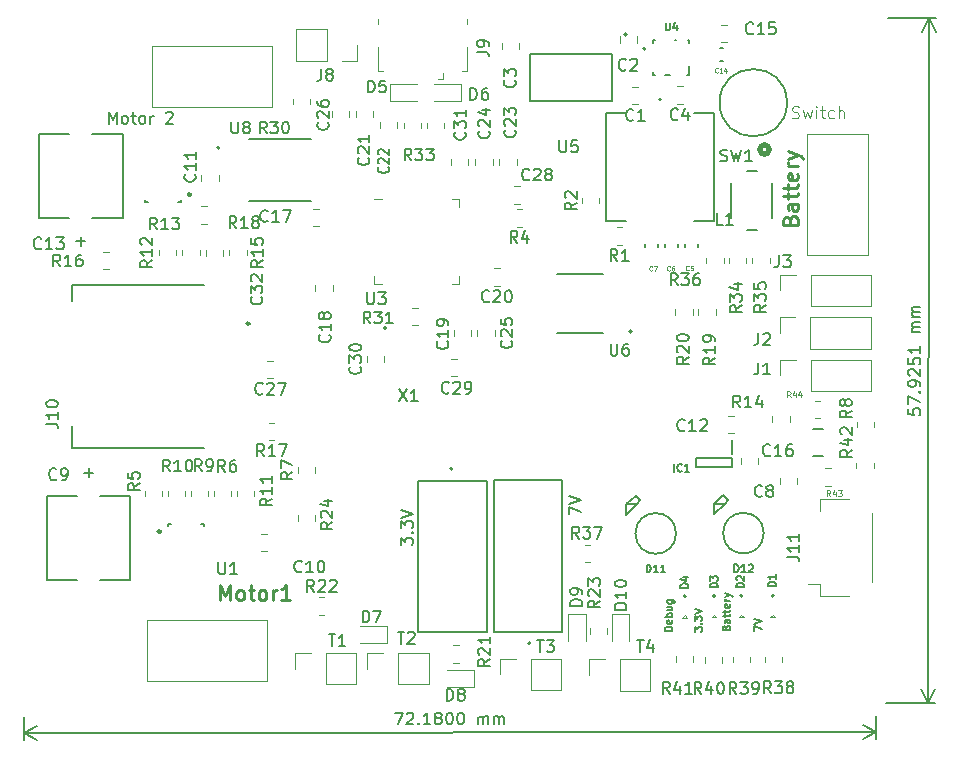
<source format=gbr>
%TF.GenerationSoftware,KiCad,Pcbnew,7.0.10-7.0.10~ubuntu22.04.1*%
%TF.CreationDate,2024-11-26T00:39:38-05:00*%
%TF.ProjectId,Chimera,4368696d-6572-4612-9e6b-696361645f70,rev?*%
%TF.SameCoordinates,Original*%
%TF.FileFunction,Legend,Top*%
%TF.FilePolarity,Positive*%
%FSLAX46Y46*%
G04 Gerber Fmt 4.6, Leading zero omitted, Abs format (unit mm)*
G04 Created by KiCad (PCBNEW 7.0.10-7.0.10~ubuntu22.04.1) date 2024-11-26 00:39:38*
%MOMM*%
%LPD*%
G01*
G04 APERTURE LIST*
%ADD10C,0.200000*%
%ADD11C,0.150000*%
%ADD12C,0.098425*%
%ADD13C,0.127000*%
%ADD14C,0.075000*%
%ADD15C,0.254000*%
%ADD16C,0.100000*%
%ADD17C,0.120000*%
%ADD18C,0.152400*%
%ADD19C,0.508000*%
%ADD20C,0.240000*%
%ADD21C,0.250000*%
G04 APERTURE END LIST*
D10*
X136000000Y-68800000D02*
G75*
G03*
X130300000Y-68800000I-2850000J0D01*
G01*
X130300000Y-68800000D02*
G75*
G03*
X136000000Y-68800000I2850000J0D01*
G01*
D11*
X130853638Y-113260601D02*
X130884114Y-113169173D01*
X130884114Y-113169173D02*
X130914590Y-113138696D01*
X130914590Y-113138696D02*
X130975542Y-113108220D01*
X130975542Y-113108220D02*
X131066971Y-113108220D01*
X131066971Y-113108220D02*
X131127923Y-113138696D01*
X131127923Y-113138696D02*
X131158400Y-113169173D01*
X131158400Y-113169173D02*
X131188876Y-113230125D01*
X131188876Y-113230125D02*
X131188876Y-113473935D01*
X131188876Y-113473935D02*
X130548876Y-113473935D01*
X130548876Y-113473935D02*
X130548876Y-113260601D01*
X130548876Y-113260601D02*
X130579352Y-113199649D01*
X130579352Y-113199649D02*
X130609828Y-113169173D01*
X130609828Y-113169173D02*
X130670780Y-113138696D01*
X130670780Y-113138696D02*
X130731733Y-113138696D01*
X130731733Y-113138696D02*
X130792685Y-113169173D01*
X130792685Y-113169173D02*
X130823161Y-113199649D01*
X130823161Y-113199649D02*
X130853638Y-113260601D01*
X130853638Y-113260601D02*
X130853638Y-113473935D01*
X131188876Y-112559649D02*
X130853638Y-112559649D01*
X130853638Y-112559649D02*
X130792685Y-112590125D01*
X130792685Y-112590125D02*
X130762209Y-112651077D01*
X130762209Y-112651077D02*
X130762209Y-112772982D01*
X130762209Y-112772982D02*
X130792685Y-112833935D01*
X131158400Y-112559649D02*
X131188876Y-112620601D01*
X131188876Y-112620601D02*
X131188876Y-112772982D01*
X131188876Y-112772982D02*
X131158400Y-112833935D01*
X131158400Y-112833935D02*
X131097447Y-112864411D01*
X131097447Y-112864411D02*
X131036495Y-112864411D01*
X131036495Y-112864411D02*
X130975542Y-112833935D01*
X130975542Y-112833935D02*
X130945066Y-112772982D01*
X130945066Y-112772982D02*
X130945066Y-112620601D01*
X130945066Y-112620601D02*
X130914590Y-112559649D01*
X130762209Y-112346315D02*
X130762209Y-112102506D01*
X130548876Y-112254887D02*
X131097447Y-112254887D01*
X131097447Y-112254887D02*
X131158400Y-112224410D01*
X131158400Y-112224410D02*
X131188876Y-112163458D01*
X131188876Y-112163458D02*
X131188876Y-112102506D01*
X130762209Y-111980601D02*
X130762209Y-111736792D01*
X130548876Y-111889173D02*
X131097447Y-111889173D01*
X131097447Y-111889173D02*
X131158400Y-111858696D01*
X131158400Y-111858696D02*
X131188876Y-111797744D01*
X131188876Y-111797744D02*
X131188876Y-111736792D01*
X131158400Y-111279649D02*
X131188876Y-111340601D01*
X131188876Y-111340601D02*
X131188876Y-111462506D01*
X131188876Y-111462506D02*
X131158400Y-111523459D01*
X131158400Y-111523459D02*
X131097447Y-111553935D01*
X131097447Y-111553935D02*
X130853638Y-111553935D01*
X130853638Y-111553935D02*
X130792685Y-111523459D01*
X130792685Y-111523459D02*
X130762209Y-111462506D01*
X130762209Y-111462506D02*
X130762209Y-111340601D01*
X130762209Y-111340601D02*
X130792685Y-111279649D01*
X130792685Y-111279649D02*
X130853638Y-111249173D01*
X130853638Y-111249173D02*
X130914590Y-111249173D01*
X130914590Y-111249173D02*
X130975542Y-111553935D01*
X131188876Y-110974888D02*
X130762209Y-110974888D01*
X130884114Y-110974888D02*
X130823161Y-110944411D01*
X130823161Y-110944411D02*
X130792685Y-110913935D01*
X130792685Y-110913935D02*
X130762209Y-110852983D01*
X130762209Y-110852983D02*
X130762209Y-110792030D01*
X130762209Y-110639650D02*
X131188876Y-110487269D01*
X130762209Y-110334888D02*
X131188876Y-110487269D01*
X131188876Y-110487269D02*
X131341257Y-110548221D01*
X131341257Y-110548221D02*
X131371733Y-110578698D01*
X131371733Y-110578698D02*
X131402209Y-110639650D01*
X128173876Y-113584887D02*
X128173876Y-113188696D01*
X128173876Y-113188696D02*
X128417685Y-113402030D01*
X128417685Y-113402030D02*
X128417685Y-113310601D01*
X128417685Y-113310601D02*
X128448161Y-113249649D01*
X128448161Y-113249649D02*
X128478638Y-113219173D01*
X128478638Y-113219173D02*
X128539590Y-113188696D01*
X128539590Y-113188696D02*
X128691971Y-113188696D01*
X128691971Y-113188696D02*
X128752923Y-113219173D01*
X128752923Y-113219173D02*
X128783400Y-113249649D01*
X128783400Y-113249649D02*
X128813876Y-113310601D01*
X128813876Y-113310601D02*
X128813876Y-113493458D01*
X128813876Y-113493458D02*
X128783400Y-113554411D01*
X128783400Y-113554411D02*
X128752923Y-113584887D01*
X128752923Y-112914411D02*
X128783400Y-112883934D01*
X128783400Y-112883934D02*
X128813876Y-112914411D01*
X128813876Y-112914411D02*
X128783400Y-112944887D01*
X128783400Y-112944887D02*
X128752923Y-112914411D01*
X128752923Y-112914411D02*
X128813876Y-112914411D01*
X128173876Y-112670601D02*
X128173876Y-112274410D01*
X128173876Y-112274410D02*
X128417685Y-112487744D01*
X128417685Y-112487744D02*
X128417685Y-112396315D01*
X128417685Y-112396315D02*
X128448161Y-112335363D01*
X128448161Y-112335363D02*
X128478638Y-112304887D01*
X128478638Y-112304887D02*
X128539590Y-112274410D01*
X128539590Y-112274410D02*
X128691971Y-112274410D01*
X128691971Y-112274410D02*
X128752923Y-112304887D01*
X128752923Y-112304887D02*
X128783400Y-112335363D01*
X128783400Y-112335363D02*
X128813876Y-112396315D01*
X128813876Y-112396315D02*
X128813876Y-112579172D01*
X128813876Y-112579172D02*
X128783400Y-112640125D01*
X128783400Y-112640125D02*
X128752923Y-112670601D01*
X128173876Y-112091553D02*
X128813876Y-111878220D01*
X128813876Y-111878220D02*
X128173876Y-111664886D01*
X133248876Y-113509887D02*
X133248876Y-113083220D01*
X133248876Y-113083220D02*
X133888876Y-113357506D01*
X133248876Y-112930839D02*
X133888876Y-112717506D01*
X133888876Y-112717506D02*
X133248876Y-112504172D01*
X126288876Y-113523935D02*
X125648876Y-113523935D01*
X125648876Y-113523935D02*
X125648876Y-113371554D01*
X125648876Y-113371554D02*
X125679352Y-113280125D01*
X125679352Y-113280125D02*
X125740304Y-113219173D01*
X125740304Y-113219173D02*
X125801257Y-113188696D01*
X125801257Y-113188696D02*
X125923161Y-113158220D01*
X125923161Y-113158220D02*
X126014590Y-113158220D01*
X126014590Y-113158220D02*
X126136495Y-113188696D01*
X126136495Y-113188696D02*
X126197447Y-113219173D01*
X126197447Y-113219173D02*
X126258400Y-113280125D01*
X126258400Y-113280125D02*
X126288876Y-113371554D01*
X126288876Y-113371554D02*
X126288876Y-113523935D01*
X126258400Y-112640125D02*
X126288876Y-112701077D01*
X126288876Y-112701077D02*
X126288876Y-112822982D01*
X126288876Y-112822982D02*
X126258400Y-112883935D01*
X126258400Y-112883935D02*
X126197447Y-112914411D01*
X126197447Y-112914411D02*
X125953638Y-112914411D01*
X125953638Y-112914411D02*
X125892685Y-112883935D01*
X125892685Y-112883935D02*
X125862209Y-112822982D01*
X125862209Y-112822982D02*
X125862209Y-112701077D01*
X125862209Y-112701077D02*
X125892685Y-112640125D01*
X125892685Y-112640125D02*
X125953638Y-112609649D01*
X125953638Y-112609649D02*
X126014590Y-112609649D01*
X126014590Y-112609649D02*
X126075542Y-112914411D01*
X126288876Y-112335364D02*
X125648876Y-112335364D01*
X125892685Y-112335364D02*
X125862209Y-112274411D01*
X125862209Y-112274411D02*
X125862209Y-112152506D01*
X125862209Y-112152506D02*
X125892685Y-112091554D01*
X125892685Y-112091554D02*
X125923161Y-112061078D01*
X125923161Y-112061078D02*
X125984114Y-112030602D01*
X125984114Y-112030602D02*
X126166971Y-112030602D01*
X126166971Y-112030602D02*
X126227923Y-112061078D01*
X126227923Y-112061078D02*
X126258400Y-112091554D01*
X126258400Y-112091554D02*
X126288876Y-112152506D01*
X126288876Y-112152506D02*
X126288876Y-112274411D01*
X126288876Y-112274411D02*
X126258400Y-112335364D01*
X125862209Y-111482030D02*
X126288876Y-111482030D01*
X125862209Y-111756316D02*
X126197447Y-111756316D01*
X126197447Y-111756316D02*
X126258400Y-111725839D01*
X126258400Y-111725839D02*
X126288876Y-111664887D01*
X126288876Y-111664887D02*
X126288876Y-111573458D01*
X126288876Y-111573458D02*
X126258400Y-111512506D01*
X126258400Y-111512506D02*
X126227923Y-111482030D01*
X125862209Y-110902982D02*
X126380304Y-110902982D01*
X126380304Y-110902982D02*
X126441257Y-110933458D01*
X126441257Y-110933458D02*
X126471733Y-110963934D01*
X126471733Y-110963934D02*
X126502209Y-111024887D01*
X126502209Y-111024887D02*
X126502209Y-111116315D01*
X126502209Y-111116315D02*
X126471733Y-111177268D01*
X126258400Y-110902982D02*
X126288876Y-110963934D01*
X126288876Y-110963934D02*
X126288876Y-111085839D01*
X126288876Y-111085839D02*
X126258400Y-111146791D01*
X126258400Y-111146791D02*
X126227923Y-111177268D01*
X126227923Y-111177268D02*
X126166971Y-111207744D01*
X126166971Y-111207744D02*
X125984114Y-111207744D01*
X125984114Y-111207744D02*
X125923161Y-111177268D01*
X125923161Y-111177268D02*
X125892685Y-111146791D01*
X125892685Y-111146791D02*
X125862209Y-111085839D01*
X125862209Y-111085839D02*
X125862209Y-110963934D01*
X125862209Y-110963934D02*
X125892685Y-110902982D01*
X146274646Y-94722521D02*
X146273659Y-95198710D01*
X146273659Y-95198710D02*
X146749750Y-95247315D01*
X146749750Y-95247315D02*
X146702230Y-95199598D01*
X146702230Y-95199598D02*
X146654808Y-95104261D01*
X146654808Y-95104261D02*
X146655301Y-94866167D01*
X146655301Y-94866167D02*
X146703118Y-94771027D01*
X146703118Y-94771027D02*
X146750835Y-94723507D01*
X146750835Y-94723507D02*
X146846172Y-94676085D01*
X146846172Y-94676085D02*
X147084267Y-94676579D01*
X147084267Y-94676579D02*
X147179406Y-94724395D01*
X147179406Y-94724395D02*
X147226926Y-94772113D01*
X147226926Y-94772113D02*
X147274348Y-94867449D01*
X147274348Y-94867449D02*
X147273855Y-95105544D01*
X147273855Y-95105544D02*
X147226038Y-95200683D01*
X147226038Y-95200683D02*
X147178321Y-95248203D01*
X146275435Y-94341569D02*
X146276816Y-93674904D01*
X146276816Y-93674904D02*
X147275926Y-94105546D01*
X147182365Y-93295826D02*
X147230083Y-93248306D01*
X147230083Y-93248306D02*
X147277603Y-93296024D01*
X147277603Y-93296024D02*
X147229886Y-93343544D01*
X147229886Y-93343544D02*
X147182365Y-93295826D01*
X147182365Y-93295826D02*
X147277603Y-93296024D01*
X147278688Y-92772216D02*
X147279083Y-92581740D01*
X147279083Y-92581740D02*
X147231661Y-92486404D01*
X147231661Y-92486404D02*
X147184141Y-92438686D01*
X147184141Y-92438686D02*
X147041481Y-92343152D01*
X147041481Y-92343152D02*
X146851104Y-92295139D01*
X146851104Y-92295139D02*
X146470153Y-92294349D01*
X146470153Y-92294349D02*
X146374816Y-92341771D01*
X146374816Y-92341771D02*
X146327099Y-92389291D01*
X146327099Y-92389291D02*
X146279282Y-92484431D01*
X146279282Y-92484431D02*
X146278888Y-92674906D01*
X146278888Y-92674906D02*
X146326309Y-92770243D01*
X146326309Y-92770243D02*
X146373830Y-92817960D01*
X146373830Y-92817960D02*
X146468969Y-92865777D01*
X146468969Y-92865777D02*
X146707064Y-92866270D01*
X146707064Y-92866270D02*
X146802400Y-92818848D01*
X146802400Y-92818848D02*
X146850118Y-92771328D01*
X146850118Y-92771328D02*
X146897934Y-92676189D01*
X146897934Y-92676189D02*
X146898329Y-92485713D01*
X146898329Y-92485713D02*
X146850907Y-92390376D01*
X146850907Y-92390376D02*
X146803387Y-92342659D01*
X146803387Y-92342659D02*
X146708247Y-92294843D01*
X146375704Y-91913200D02*
X146328184Y-91865483D01*
X146328184Y-91865483D02*
X146280762Y-91770146D01*
X146280762Y-91770146D02*
X146281255Y-91532052D01*
X146281255Y-91532052D02*
X146329072Y-91436912D01*
X146329072Y-91436912D02*
X146376789Y-91389392D01*
X146376789Y-91389392D02*
X146472126Y-91341970D01*
X146472126Y-91341970D02*
X146567364Y-91342168D01*
X146567364Y-91342168D02*
X146710122Y-91390083D01*
X146710122Y-91390083D02*
X147280365Y-91962694D01*
X147280365Y-91962694D02*
X147281648Y-91343647D01*
X146283524Y-90436816D02*
X146282538Y-90913005D01*
X146282538Y-90913005D02*
X146758629Y-90961611D01*
X146758629Y-90961611D02*
X146711108Y-90913893D01*
X146711108Y-90913893D02*
X146663687Y-90818557D01*
X146663687Y-90818557D02*
X146664180Y-90580462D01*
X146664180Y-90580462D02*
X146711996Y-90485323D01*
X146711996Y-90485323D02*
X146759714Y-90437802D01*
X146759714Y-90437802D02*
X146855050Y-90390381D01*
X146855050Y-90390381D02*
X147093145Y-90390874D01*
X147093145Y-90390874D02*
X147188284Y-90438690D01*
X147188284Y-90438690D02*
X147235805Y-90486408D01*
X147235805Y-90486408D02*
X147283226Y-90581744D01*
X147283226Y-90581744D02*
X147282733Y-90819839D01*
X147282733Y-90819839D02*
X147234917Y-90914978D01*
X147234917Y-90914978D02*
X147187199Y-90962499D01*
X147285594Y-89438890D02*
X147284410Y-90010317D01*
X147285002Y-89724603D02*
X146285004Y-89722532D01*
X146285004Y-89722532D02*
X146427664Y-89818065D01*
X146427664Y-89818065D02*
X146522704Y-89913501D01*
X146522704Y-89913501D02*
X146570126Y-90008837D01*
X147288060Y-88248416D02*
X146621395Y-88247034D01*
X146716633Y-88247232D02*
X146669112Y-88199514D01*
X146669112Y-88199514D02*
X146621691Y-88104178D01*
X146621691Y-88104178D02*
X146621987Y-87961321D01*
X146621987Y-87961321D02*
X146669803Y-87866182D01*
X146669803Y-87866182D02*
X146765139Y-87818760D01*
X146765139Y-87818760D02*
X147288948Y-87819845D01*
X146765139Y-87818760D02*
X146670000Y-87770944D01*
X146670000Y-87770944D02*
X146622579Y-87675607D01*
X146622579Y-87675607D02*
X146622875Y-87532750D01*
X146622875Y-87532750D02*
X146670691Y-87437611D01*
X146670691Y-87437611D02*
X146766027Y-87390189D01*
X146766027Y-87390189D02*
X147289836Y-87391275D01*
X147290822Y-86915085D02*
X146624157Y-86913704D01*
X146719395Y-86913902D02*
X146671875Y-86866184D01*
X146671875Y-86866184D02*
X146624453Y-86770848D01*
X146624453Y-86770848D02*
X146624749Y-86627991D01*
X146624749Y-86627991D02*
X146672565Y-86532851D01*
X146672565Y-86532851D02*
X146767902Y-86485430D01*
X146767902Y-86485430D02*
X147291710Y-86486515D01*
X146767902Y-86485430D02*
X146672762Y-86437614D01*
X146672762Y-86437614D02*
X146625341Y-86342277D01*
X146625341Y-86342277D02*
X146625637Y-86199420D01*
X146625637Y-86199420D02*
X146673453Y-86104281D01*
X146673453Y-86104281D02*
X146768790Y-86056859D01*
X146768790Y-86056859D02*
X147292598Y-86057944D01*
X144529999Y-61661036D02*
X148624727Y-61669519D01*
X144409999Y-119586036D02*
X148504727Y-119594519D01*
X148038308Y-61668304D02*
X147918308Y-119593304D01*
X148038308Y-61668304D02*
X147918308Y-119593304D01*
X148038308Y-61668304D02*
X148622394Y-62796020D01*
X148038308Y-61668304D02*
X147449555Y-62793590D01*
X147918308Y-119593304D02*
X147334222Y-118465588D01*
X147918308Y-119593304D02*
X148507061Y-118468018D01*
X102801457Y-120444992D02*
X103468124Y-120444253D01*
X103468124Y-120444253D02*
X103040661Y-121444728D01*
X103801562Y-120539122D02*
X103849128Y-120491450D01*
X103849128Y-120491450D02*
X103944314Y-120443725D01*
X103944314Y-120443725D02*
X104182409Y-120443462D01*
X104182409Y-120443462D02*
X104277700Y-120490975D01*
X104277700Y-120490975D02*
X104325371Y-120538541D01*
X104325371Y-120538541D02*
X104373096Y-120633727D01*
X104373096Y-120633727D02*
X104373202Y-120728965D01*
X104373202Y-120728965D02*
X104325741Y-120871874D01*
X104325741Y-120871874D02*
X103754946Y-121443936D01*
X103754946Y-121443936D02*
X104373993Y-121443250D01*
X104802459Y-121347537D02*
X104850131Y-121395103D01*
X104850131Y-121395103D02*
X104802564Y-121442775D01*
X104802564Y-121442775D02*
X104754893Y-121395209D01*
X104754893Y-121395209D02*
X104802459Y-121347537D01*
X104802459Y-121347537D02*
X104802564Y-121442775D01*
X105802563Y-121441667D02*
X105231135Y-121442300D01*
X105516849Y-121441983D02*
X105515741Y-120441984D01*
X105515741Y-120441984D02*
X105420661Y-120584946D01*
X105420661Y-120584946D02*
X105325529Y-120680290D01*
X105325529Y-120680290D02*
X105230343Y-120728015D01*
X106373358Y-120869605D02*
X106278067Y-120822091D01*
X106278067Y-120822091D02*
X106230396Y-120774525D01*
X106230396Y-120774525D02*
X106182671Y-120679340D01*
X106182671Y-120679340D02*
X106182618Y-120631721D01*
X106182618Y-120631721D02*
X106230132Y-120536430D01*
X106230132Y-120536430D02*
X106277698Y-120488758D01*
X106277698Y-120488758D02*
X106372883Y-120441034D01*
X106372883Y-120441034D02*
X106563359Y-120440823D01*
X106563359Y-120440823D02*
X106658650Y-120488336D01*
X106658650Y-120488336D02*
X106706322Y-120535902D01*
X106706322Y-120535902D02*
X106754047Y-120631088D01*
X106754047Y-120631088D02*
X106754099Y-120678707D01*
X106754099Y-120678707D02*
X106706586Y-120773997D01*
X106706586Y-120773997D02*
X106659020Y-120821669D01*
X106659020Y-120821669D02*
X106563834Y-120869394D01*
X106563834Y-120869394D02*
X106373358Y-120869605D01*
X106373358Y-120869605D02*
X106278173Y-120917330D01*
X106278173Y-120917330D02*
X106230607Y-120965001D01*
X106230607Y-120965001D02*
X106183093Y-121060292D01*
X106183093Y-121060292D02*
X106183304Y-121250768D01*
X106183304Y-121250768D02*
X106231029Y-121345953D01*
X106231029Y-121345953D02*
X106278701Y-121393520D01*
X106278701Y-121393520D02*
X106373992Y-121441033D01*
X106373992Y-121441033D02*
X106564468Y-121440822D01*
X106564468Y-121440822D02*
X106659653Y-121393097D01*
X106659653Y-121393097D02*
X106707219Y-121345426D01*
X106707219Y-121345426D02*
X106754733Y-121250135D01*
X106754733Y-121250135D02*
X106754522Y-121059659D01*
X106754522Y-121059659D02*
X106706797Y-120964474D01*
X106706797Y-120964474D02*
X106659125Y-120916907D01*
X106659125Y-120916907D02*
X106563834Y-120869394D01*
X107372883Y-120439925D02*
X107468121Y-120439820D01*
X107468121Y-120439820D02*
X107563412Y-120487333D01*
X107563412Y-120487333D02*
X107611083Y-120534900D01*
X107611083Y-120534900D02*
X107658808Y-120630085D01*
X107658808Y-120630085D02*
X107706638Y-120820508D01*
X107706638Y-120820508D02*
X107706902Y-121058603D01*
X107706902Y-121058603D02*
X107659494Y-121249132D01*
X107659494Y-121249132D02*
X107611981Y-121344423D01*
X107611981Y-121344423D02*
X107564414Y-121392095D01*
X107564414Y-121392095D02*
X107469229Y-121439819D01*
X107469229Y-121439819D02*
X107373991Y-121439925D01*
X107373991Y-121439925D02*
X107278700Y-121392411D01*
X107278700Y-121392411D02*
X107231028Y-121344845D01*
X107231028Y-121344845D02*
X107183304Y-121249660D01*
X107183304Y-121249660D02*
X107135474Y-121059237D01*
X107135474Y-121059237D02*
X107135210Y-120821141D01*
X107135210Y-120821141D02*
X107182618Y-120630613D01*
X107182618Y-120630613D02*
X107230131Y-120535322D01*
X107230131Y-120535322D02*
X107277697Y-120487650D01*
X107277697Y-120487650D02*
X107372883Y-120439925D01*
X108325263Y-120438870D02*
X108420501Y-120438764D01*
X108420501Y-120438764D02*
X108515792Y-120486278D01*
X108515792Y-120486278D02*
X108563464Y-120533844D01*
X108563464Y-120533844D02*
X108611188Y-120629029D01*
X108611188Y-120629029D02*
X108659019Y-120819453D01*
X108659019Y-120819453D02*
X108659282Y-121057548D01*
X108659282Y-121057548D02*
X108611874Y-121248077D01*
X108611874Y-121248077D02*
X108564361Y-121343367D01*
X108564361Y-121343367D02*
X108516795Y-121391039D01*
X108516795Y-121391039D02*
X108421610Y-121438764D01*
X108421610Y-121438764D02*
X108326371Y-121438869D01*
X108326371Y-121438869D02*
X108231081Y-121391356D01*
X108231081Y-121391356D02*
X108183409Y-121343790D01*
X108183409Y-121343790D02*
X108135684Y-121248604D01*
X108135684Y-121248604D02*
X108087854Y-121058181D01*
X108087854Y-121058181D02*
X108087590Y-120820086D01*
X108087590Y-120820086D02*
X108134998Y-120629557D01*
X108134998Y-120629557D02*
X108182512Y-120534266D01*
X108182512Y-120534266D02*
X108230078Y-120486594D01*
X108230078Y-120486594D02*
X108325263Y-120438870D01*
X109850180Y-121437180D02*
X109849441Y-120770514D01*
X109849547Y-120865752D02*
X109897113Y-120818080D01*
X109897113Y-120818080D02*
X109992299Y-120770356D01*
X109992299Y-120770356D02*
X110135156Y-120770197D01*
X110135156Y-120770197D02*
X110230446Y-120817711D01*
X110230446Y-120817711D02*
X110278171Y-120912896D01*
X110278171Y-120912896D02*
X110278752Y-121436705D01*
X110278171Y-120912896D02*
X110325684Y-120817605D01*
X110325684Y-120817605D02*
X110420870Y-120769881D01*
X110420870Y-120769881D02*
X110563727Y-120769722D01*
X110563727Y-120769722D02*
X110659018Y-120817236D01*
X110659018Y-120817236D02*
X110706742Y-120912421D01*
X110706742Y-120912421D02*
X110707323Y-121436230D01*
X111183513Y-121435703D02*
X111182774Y-120769036D01*
X111182879Y-120864274D02*
X111230445Y-120816603D01*
X111230445Y-120816603D02*
X111325631Y-120768878D01*
X111325631Y-120768878D02*
X111468488Y-120768720D01*
X111468488Y-120768720D02*
X111563779Y-120816233D01*
X111563779Y-120816233D02*
X111611503Y-120911418D01*
X111611503Y-120911418D02*
X111612084Y-121435228D01*
X111611503Y-120911418D02*
X111659017Y-120816128D01*
X111659017Y-120816128D02*
X111754202Y-120768403D01*
X111754202Y-120768403D02*
X111897059Y-120768245D01*
X111897059Y-120768245D02*
X111992350Y-120815758D01*
X111992350Y-120815758D02*
X112040074Y-120910943D01*
X112040074Y-120910943D02*
X112040655Y-121434753D01*
X71378528Y-120847256D02*
X71380650Y-122761420D01*
X143558528Y-120767256D02*
X143560650Y-122681420D01*
X71380000Y-122175000D02*
X143560000Y-122095000D01*
X71380000Y-122175000D02*
X143560000Y-122095000D01*
X71380000Y-122175000D02*
X72505853Y-121587331D01*
X71380000Y-122175000D02*
X72507153Y-122760172D01*
X143560000Y-122095000D02*
X142434147Y-122682669D01*
X143560000Y-122095000D02*
X142432847Y-121509828D01*
X92389819Y-102312857D02*
X91913628Y-102646190D01*
X92389819Y-102884285D02*
X91389819Y-102884285D01*
X91389819Y-102884285D02*
X91389819Y-102503333D01*
X91389819Y-102503333D02*
X91437438Y-102408095D01*
X91437438Y-102408095D02*
X91485057Y-102360476D01*
X91485057Y-102360476D02*
X91580295Y-102312857D01*
X91580295Y-102312857D02*
X91723152Y-102312857D01*
X91723152Y-102312857D02*
X91818390Y-102360476D01*
X91818390Y-102360476D02*
X91866009Y-102408095D01*
X91866009Y-102408095D02*
X91913628Y-102503333D01*
X91913628Y-102503333D02*
X91913628Y-102884285D01*
X92389819Y-101360476D02*
X92389819Y-101931904D01*
X92389819Y-101646190D02*
X91389819Y-101646190D01*
X91389819Y-101646190D02*
X91532676Y-101741428D01*
X91532676Y-101741428D02*
X91627914Y-101836666D01*
X91627914Y-101836666D02*
X91675533Y-101931904D01*
X92389819Y-100408095D02*
X92389819Y-100979523D01*
X92389819Y-100693809D02*
X91389819Y-100693809D01*
X91389819Y-100693809D02*
X91532676Y-100789047D01*
X91532676Y-100789047D02*
X91627914Y-100884285D01*
X91627914Y-100884285D02*
X91675533Y-100979523D01*
X130366667Y-73732200D02*
X130509524Y-73779819D01*
X130509524Y-73779819D02*
X130747619Y-73779819D01*
X130747619Y-73779819D02*
X130842857Y-73732200D01*
X130842857Y-73732200D02*
X130890476Y-73684580D01*
X130890476Y-73684580D02*
X130938095Y-73589342D01*
X130938095Y-73589342D02*
X130938095Y-73494104D01*
X130938095Y-73494104D02*
X130890476Y-73398866D01*
X130890476Y-73398866D02*
X130842857Y-73351247D01*
X130842857Y-73351247D02*
X130747619Y-73303628D01*
X130747619Y-73303628D02*
X130557143Y-73256009D01*
X130557143Y-73256009D02*
X130461905Y-73208390D01*
X130461905Y-73208390D02*
X130414286Y-73160771D01*
X130414286Y-73160771D02*
X130366667Y-73065533D01*
X130366667Y-73065533D02*
X130366667Y-72970295D01*
X130366667Y-72970295D02*
X130414286Y-72875057D01*
X130414286Y-72875057D02*
X130461905Y-72827438D01*
X130461905Y-72827438D02*
X130557143Y-72779819D01*
X130557143Y-72779819D02*
X130795238Y-72779819D01*
X130795238Y-72779819D02*
X130938095Y-72827438D01*
X131271429Y-72779819D02*
X131509524Y-73779819D01*
X131509524Y-73779819D02*
X131700000Y-73065533D01*
X131700000Y-73065533D02*
X131890476Y-73779819D01*
X131890476Y-73779819D02*
X132128572Y-72779819D01*
X133033333Y-73779819D02*
X132461905Y-73779819D01*
X132747619Y-73779819D02*
X132747619Y-72779819D01*
X132747619Y-72779819D02*
X132652381Y-72922676D01*
X132652381Y-72922676D02*
X132557143Y-73017914D01*
X132557143Y-73017914D02*
X132461905Y-73065533D01*
X85869580Y-74862857D02*
X85917200Y-74910476D01*
X85917200Y-74910476D02*
X85964819Y-75053333D01*
X85964819Y-75053333D02*
X85964819Y-75148571D01*
X85964819Y-75148571D02*
X85917200Y-75291428D01*
X85917200Y-75291428D02*
X85821961Y-75386666D01*
X85821961Y-75386666D02*
X85726723Y-75434285D01*
X85726723Y-75434285D02*
X85536247Y-75481904D01*
X85536247Y-75481904D02*
X85393390Y-75481904D01*
X85393390Y-75481904D02*
X85202914Y-75434285D01*
X85202914Y-75434285D02*
X85107676Y-75386666D01*
X85107676Y-75386666D02*
X85012438Y-75291428D01*
X85012438Y-75291428D02*
X84964819Y-75148571D01*
X84964819Y-75148571D02*
X84964819Y-75053333D01*
X84964819Y-75053333D02*
X85012438Y-74910476D01*
X85012438Y-74910476D02*
X85060057Y-74862857D01*
X85964819Y-73910476D02*
X85964819Y-74481904D01*
X85964819Y-74196190D02*
X84964819Y-74196190D01*
X84964819Y-74196190D02*
X85107676Y-74291428D01*
X85107676Y-74291428D02*
X85202914Y-74386666D01*
X85202914Y-74386666D02*
X85250533Y-74481904D01*
X85964819Y-72958095D02*
X85964819Y-73529523D01*
X85964819Y-73243809D02*
X84964819Y-73243809D01*
X84964819Y-73243809D02*
X85107676Y-73339047D01*
X85107676Y-73339047D02*
X85202914Y-73434285D01*
X85202914Y-73434285D02*
X85250533Y-73529523D01*
X74457142Y-82654819D02*
X74123809Y-82178628D01*
X73885714Y-82654819D02*
X73885714Y-81654819D01*
X73885714Y-81654819D02*
X74266666Y-81654819D01*
X74266666Y-81654819D02*
X74361904Y-81702438D01*
X74361904Y-81702438D02*
X74409523Y-81750057D01*
X74409523Y-81750057D02*
X74457142Y-81845295D01*
X74457142Y-81845295D02*
X74457142Y-81988152D01*
X74457142Y-81988152D02*
X74409523Y-82083390D01*
X74409523Y-82083390D02*
X74361904Y-82131009D01*
X74361904Y-82131009D02*
X74266666Y-82178628D01*
X74266666Y-82178628D02*
X73885714Y-82178628D01*
X75409523Y-82654819D02*
X74838095Y-82654819D01*
X75123809Y-82654819D02*
X75123809Y-81654819D01*
X75123809Y-81654819D02*
X75028571Y-81797676D01*
X75028571Y-81797676D02*
X74933333Y-81892914D01*
X74933333Y-81892914D02*
X74838095Y-81940533D01*
X76266666Y-81654819D02*
X76076190Y-81654819D01*
X76076190Y-81654819D02*
X75980952Y-81702438D01*
X75980952Y-81702438D02*
X75933333Y-81750057D01*
X75933333Y-81750057D02*
X75838095Y-81892914D01*
X75838095Y-81892914D02*
X75790476Y-82083390D01*
X75790476Y-82083390D02*
X75790476Y-82464342D01*
X75790476Y-82464342D02*
X75838095Y-82559580D01*
X75838095Y-82559580D02*
X75885714Y-82607200D01*
X75885714Y-82607200D02*
X75980952Y-82654819D01*
X75980952Y-82654819D02*
X76171428Y-82654819D01*
X76171428Y-82654819D02*
X76266666Y-82607200D01*
X76266666Y-82607200D02*
X76314285Y-82559580D01*
X76314285Y-82559580D02*
X76361904Y-82464342D01*
X76361904Y-82464342D02*
X76361904Y-82226247D01*
X76361904Y-82226247D02*
X76314285Y-82131009D01*
X76314285Y-82131009D02*
X76266666Y-82083390D01*
X76266666Y-82083390D02*
X76171428Y-82035771D01*
X76171428Y-82035771D02*
X75980952Y-82035771D01*
X75980952Y-82035771D02*
X75885714Y-82083390D01*
X75885714Y-82083390D02*
X75838095Y-82131009D01*
X75838095Y-82131009D02*
X75790476Y-82226247D01*
X100061905Y-112804819D02*
X100061905Y-111804819D01*
X100061905Y-111804819D02*
X100300000Y-111804819D01*
X100300000Y-111804819D02*
X100442857Y-111852438D01*
X100442857Y-111852438D02*
X100538095Y-111947676D01*
X100538095Y-111947676D02*
X100585714Y-112042914D01*
X100585714Y-112042914D02*
X100633333Y-112233390D01*
X100633333Y-112233390D02*
X100633333Y-112376247D01*
X100633333Y-112376247D02*
X100585714Y-112566723D01*
X100585714Y-112566723D02*
X100538095Y-112661961D01*
X100538095Y-112661961D02*
X100442857Y-112757200D01*
X100442857Y-112757200D02*
X100300000Y-112804819D01*
X100300000Y-112804819D02*
X100061905Y-112804819D01*
X100966667Y-111804819D02*
X101633333Y-111804819D01*
X101633333Y-111804819D02*
X101204762Y-112804819D01*
X112654580Y-88947857D02*
X112702200Y-88995476D01*
X112702200Y-88995476D02*
X112749819Y-89138333D01*
X112749819Y-89138333D02*
X112749819Y-89233571D01*
X112749819Y-89233571D02*
X112702200Y-89376428D01*
X112702200Y-89376428D02*
X112606961Y-89471666D01*
X112606961Y-89471666D02*
X112511723Y-89519285D01*
X112511723Y-89519285D02*
X112321247Y-89566904D01*
X112321247Y-89566904D02*
X112178390Y-89566904D01*
X112178390Y-89566904D02*
X111987914Y-89519285D01*
X111987914Y-89519285D02*
X111892676Y-89471666D01*
X111892676Y-89471666D02*
X111797438Y-89376428D01*
X111797438Y-89376428D02*
X111749819Y-89233571D01*
X111749819Y-89233571D02*
X111749819Y-89138333D01*
X111749819Y-89138333D02*
X111797438Y-88995476D01*
X111797438Y-88995476D02*
X111845057Y-88947857D01*
X111845057Y-88566904D02*
X111797438Y-88519285D01*
X111797438Y-88519285D02*
X111749819Y-88424047D01*
X111749819Y-88424047D02*
X111749819Y-88185952D01*
X111749819Y-88185952D02*
X111797438Y-88090714D01*
X111797438Y-88090714D02*
X111845057Y-88043095D01*
X111845057Y-88043095D02*
X111940295Y-87995476D01*
X111940295Y-87995476D02*
X112035533Y-87995476D01*
X112035533Y-87995476D02*
X112178390Y-88043095D01*
X112178390Y-88043095D02*
X112749819Y-88614523D01*
X112749819Y-88614523D02*
X112749819Y-87995476D01*
X111749819Y-87090714D02*
X111749819Y-87566904D01*
X111749819Y-87566904D02*
X112226009Y-87614523D01*
X112226009Y-87614523D02*
X112178390Y-87566904D01*
X112178390Y-87566904D02*
X112130771Y-87471666D01*
X112130771Y-87471666D02*
X112130771Y-87233571D01*
X112130771Y-87233571D02*
X112178390Y-87138333D01*
X112178390Y-87138333D02*
X112226009Y-87090714D01*
X112226009Y-87090714D02*
X112321247Y-87043095D01*
X112321247Y-87043095D02*
X112559342Y-87043095D01*
X112559342Y-87043095D02*
X112654580Y-87090714D01*
X112654580Y-87090714D02*
X112702200Y-87138333D01*
X112702200Y-87138333D02*
X112749819Y-87233571D01*
X112749819Y-87233571D02*
X112749819Y-87471666D01*
X112749819Y-87471666D02*
X112702200Y-87566904D01*
X112702200Y-87566904D02*
X112654580Y-87614523D01*
X131532856Y-108533276D02*
X131532856Y-107893276D01*
X131532856Y-107893276D02*
X131685237Y-107893276D01*
X131685237Y-107893276D02*
X131776666Y-107923752D01*
X131776666Y-107923752D02*
X131837618Y-107984704D01*
X131837618Y-107984704D02*
X131868095Y-108045657D01*
X131868095Y-108045657D02*
X131898571Y-108167561D01*
X131898571Y-108167561D02*
X131898571Y-108258990D01*
X131898571Y-108258990D02*
X131868095Y-108380895D01*
X131868095Y-108380895D02*
X131837618Y-108441847D01*
X131837618Y-108441847D02*
X131776666Y-108502800D01*
X131776666Y-108502800D02*
X131685237Y-108533276D01*
X131685237Y-108533276D02*
X131532856Y-108533276D01*
X132508095Y-108533276D02*
X132142380Y-108533276D01*
X132325237Y-108533276D02*
X132325237Y-107893276D01*
X132325237Y-107893276D02*
X132264285Y-107984704D01*
X132264285Y-107984704D02*
X132203333Y-108045657D01*
X132203333Y-108045657D02*
X132142380Y-108076133D01*
X132751904Y-107954228D02*
X132782380Y-107923752D01*
X132782380Y-107923752D02*
X132843333Y-107893276D01*
X132843333Y-107893276D02*
X132995714Y-107893276D01*
X132995714Y-107893276D02*
X133056666Y-107923752D01*
X133056666Y-107923752D02*
X133087142Y-107954228D01*
X133087142Y-107954228D02*
X133117619Y-108015180D01*
X133117619Y-108015180D02*
X133117619Y-108076133D01*
X133117619Y-108076133D02*
X133087142Y-108167561D01*
X133087142Y-108167561D02*
X132721428Y-108533276D01*
X132721428Y-108533276D02*
X133117619Y-108533276D01*
X118179819Y-77254166D02*
X117703628Y-77587499D01*
X118179819Y-77825594D02*
X117179819Y-77825594D01*
X117179819Y-77825594D02*
X117179819Y-77444642D01*
X117179819Y-77444642D02*
X117227438Y-77349404D01*
X117227438Y-77349404D02*
X117275057Y-77301785D01*
X117275057Y-77301785D02*
X117370295Y-77254166D01*
X117370295Y-77254166D02*
X117513152Y-77254166D01*
X117513152Y-77254166D02*
X117608390Y-77301785D01*
X117608390Y-77301785D02*
X117656009Y-77349404D01*
X117656009Y-77349404D02*
X117703628Y-77444642D01*
X117703628Y-77444642D02*
X117703628Y-77825594D01*
X117275057Y-76873213D02*
X117227438Y-76825594D01*
X117227438Y-76825594D02*
X117179819Y-76730356D01*
X117179819Y-76730356D02*
X117179819Y-76492261D01*
X117179819Y-76492261D02*
X117227438Y-76397023D01*
X117227438Y-76397023D02*
X117275057Y-76349404D01*
X117275057Y-76349404D02*
X117370295Y-76301785D01*
X117370295Y-76301785D02*
X117465533Y-76301785D01*
X117465533Y-76301785D02*
X117608390Y-76349404D01*
X117608390Y-76349404D02*
X118179819Y-76920832D01*
X118179819Y-76920832D02*
X118179819Y-76301785D01*
X107186905Y-119429819D02*
X107186905Y-118429819D01*
X107186905Y-118429819D02*
X107425000Y-118429819D01*
X107425000Y-118429819D02*
X107567857Y-118477438D01*
X107567857Y-118477438D02*
X107663095Y-118572676D01*
X107663095Y-118572676D02*
X107710714Y-118667914D01*
X107710714Y-118667914D02*
X107758333Y-118858390D01*
X107758333Y-118858390D02*
X107758333Y-119001247D01*
X107758333Y-119001247D02*
X107710714Y-119191723D01*
X107710714Y-119191723D02*
X107663095Y-119286961D01*
X107663095Y-119286961D02*
X107567857Y-119382200D01*
X107567857Y-119382200D02*
X107425000Y-119429819D01*
X107425000Y-119429819D02*
X107186905Y-119429819D01*
X108329762Y-118858390D02*
X108234524Y-118810771D01*
X108234524Y-118810771D02*
X108186905Y-118763152D01*
X108186905Y-118763152D02*
X108139286Y-118667914D01*
X108139286Y-118667914D02*
X108139286Y-118620295D01*
X108139286Y-118620295D02*
X108186905Y-118525057D01*
X108186905Y-118525057D02*
X108234524Y-118477438D01*
X108234524Y-118477438D02*
X108329762Y-118429819D01*
X108329762Y-118429819D02*
X108520238Y-118429819D01*
X108520238Y-118429819D02*
X108615476Y-118477438D01*
X108615476Y-118477438D02*
X108663095Y-118525057D01*
X108663095Y-118525057D02*
X108710714Y-118620295D01*
X108710714Y-118620295D02*
X108710714Y-118667914D01*
X108710714Y-118667914D02*
X108663095Y-118763152D01*
X108663095Y-118763152D02*
X108615476Y-118810771D01*
X108615476Y-118810771D02*
X108520238Y-118858390D01*
X108520238Y-118858390D02*
X108329762Y-118858390D01*
X108329762Y-118858390D02*
X108234524Y-118906009D01*
X108234524Y-118906009D02*
X108186905Y-118953628D01*
X108186905Y-118953628D02*
X108139286Y-119048866D01*
X108139286Y-119048866D02*
X108139286Y-119239342D01*
X108139286Y-119239342D02*
X108186905Y-119334580D01*
X108186905Y-119334580D02*
X108234524Y-119382200D01*
X108234524Y-119382200D02*
X108329762Y-119429819D01*
X108329762Y-119429819D02*
X108520238Y-119429819D01*
X108520238Y-119429819D02*
X108615476Y-119382200D01*
X108615476Y-119382200D02*
X108663095Y-119334580D01*
X108663095Y-119334580D02*
X108710714Y-119239342D01*
X108710714Y-119239342D02*
X108710714Y-119048866D01*
X108710714Y-119048866D02*
X108663095Y-118953628D01*
X108663095Y-118953628D02*
X108615476Y-118906009D01*
X108615476Y-118906009D02*
X108520238Y-118858390D01*
X95957142Y-110204819D02*
X95623809Y-109728628D01*
X95385714Y-110204819D02*
X95385714Y-109204819D01*
X95385714Y-109204819D02*
X95766666Y-109204819D01*
X95766666Y-109204819D02*
X95861904Y-109252438D01*
X95861904Y-109252438D02*
X95909523Y-109300057D01*
X95909523Y-109300057D02*
X95957142Y-109395295D01*
X95957142Y-109395295D02*
X95957142Y-109538152D01*
X95957142Y-109538152D02*
X95909523Y-109633390D01*
X95909523Y-109633390D02*
X95861904Y-109681009D01*
X95861904Y-109681009D02*
X95766666Y-109728628D01*
X95766666Y-109728628D02*
X95385714Y-109728628D01*
X96338095Y-109300057D02*
X96385714Y-109252438D01*
X96385714Y-109252438D02*
X96480952Y-109204819D01*
X96480952Y-109204819D02*
X96719047Y-109204819D01*
X96719047Y-109204819D02*
X96814285Y-109252438D01*
X96814285Y-109252438D02*
X96861904Y-109300057D01*
X96861904Y-109300057D02*
X96909523Y-109395295D01*
X96909523Y-109395295D02*
X96909523Y-109490533D01*
X96909523Y-109490533D02*
X96861904Y-109633390D01*
X96861904Y-109633390D02*
X96290476Y-110204819D01*
X96290476Y-110204819D02*
X96909523Y-110204819D01*
X97290476Y-109300057D02*
X97338095Y-109252438D01*
X97338095Y-109252438D02*
X97433333Y-109204819D01*
X97433333Y-109204819D02*
X97671428Y-109204819D01*
X97671428Y-109204819D02*
X97766666Y-109252438D01*
X97766666Y-109252438D02*
X97814285Y-109300057D01*
X97814285Y-109300057D02*
X97861904Y-109395295D01*
X97861904Y-109395295D02*
X97861904Y-109490533D01*
X97861904Y-109490533D02*
X97814285Y-109633390D01*
X97814285Y-109633390D02*
X97242857Y-110204819D01*
X97242857Y-110204819D02*
X97861904Y-110204819D01*
X97109580Y-70467857D02*
X97157200Y-70515476D01*
X97157200Y-70515476D02*
X97204819Y-70658333D01*
X97204819Y-70658333D02*
X97204819Y-70753571D01*
X97204819Y-70753571D02*
X97157200Y-70896428D01*
X97157200Y-70896428D02*
X97061961Y-70991666D01*
X97061961Y-70991666D02*
X96966723Y-71039285D01*
X96966723Y-71039285D02*
X96776247Y-71086904D01*
X96776247Y-71086904D02*
X96633390Y-71086904D01*
X96633390Y-71086904D02*
X96442914Y-71039285D01*
X96442914Y-71039285D02*
X96347676Y-70991666D01*
X96347676Y-70991666D02*
X96252438Y-70896428D01*
X96252438Y-70896428D02*
X96204819Y-70753571D01*
X96204819Y-70753571D02*
X96204819Y-70658333D01*
X96204819Y-70658333D02*
X96252438Y-70515476D01*
X96252438Y-70515476D02*
X96300057Y-70467857D01*
X96300057Y-70086904D02*
X96252438Y-70039285D01*
X96252438Y-70039285D02*
X96204819Y-69944047D01*
X96204819Y-69944047D02*
X96204819Y-69705952D01*
X96204819Y-69705952D02*
X96252438Y-69610714D01*
X96252438Y-69610714D02*
X96300057Y-69563095D01*
X96300057Y-69563095D02*
X96395295Y-69515476D01*
X96395295Y-69515476D02*
X96490533Y-69515476D01*
X96490533Y-69515476D02*
X96633390Y-69563095D01*
X96633390Y-69563095D02*
X97204819Y-70134523D01*
X97204819Y-70134523D02*
X97204819Y-69515476D01*
X96204819Y-68658333D02*
X96204819Y-68848809D01*
X96204819Y-68848809D02*
X96252438Y-68944047D01*
X96252438Y-68944047D02*
X96300057Y-68991666D01*
X96300057Y-68991666D02*
X96442914Y-69086904D01*
X96442914Y-69086904D02*
X96633390Y-69134523D01*
X96633390Y-69134523D02*
X97014342Y-69134523D01*
X97014342Y-69134523D02*
X97109580Y-69086904D01*
X97109580Y-69086904D02*
X97157200Y-69039285D01*
X97157200Y-69039285D02*
X97204819Y-68944047D01*
X97204819Y-68944047D02*
X97204819Y-68753571D01*
X97204819Y-68753571D02*
X97157200Y-68658333D01*
X97157200Y-68658333D02*
X97109580Y-68610714D01*
X97109580Y-68610714D02*
X97014342Y-68563095D01*
X97014342Y-68563095D02*
X96776247Y-68563095D01*
X96776247Y-68563095D02*
X96681009Y-68610714D01*
X96681009Y-68610714D02*
X96633390Y-68658333D01*
X96633390Y-68658333D02*
X96585771Y-68753571D01*
X96585771Y-68753571D02*
X96585771Y-68944047D01*
X96585771Y-68944047D02*
X96633390Y-69039285D01*
X96633390Y-69039285D02*
X96681009Y-69086904D01*
X96681009Y-69086904D02*
X96776247Y-69134523D01*
X133566666Y-88304819D02*
X133566666Y-89019104D01*
X133566666Y-89019104D02*
X133519047Y-89161961D01*
X133519047Y-89161961D02*
X133423809Y-89257200D01*
X133423809Y-89257200D02*
X133280952Y-89304819D01*
X133280952Y-89304819D02*
X133185714Y-89304819D01*
X133995238Y-88400057D02*
X134042857Y-88352438D01*
X134042857Y-88352438D02*
X134138095Y-88304819D01*
X134138095Y-88304819D02*
X134376190Y-88304819D01*
X134376190Y-88304819D02*
X134471428Y-88352438D01*
X134471428Y-88352438D02*
X134519047Y-88400057D01*
X134519047Y-88400057D02*
X134566666Y-88495295D01*
X134566666Y-88495295D02*
X134566666Y-88590533D01*
X134566666Y-88590533D02*
X134519047Y-88733390D01*
X134519047Y-88733390D02*
X133947619Y-89304819D01*
X133947619Y-89304819D02*
X134566666Y-89304819D01*
D12*
X126084383Y-82989519D02*
X126065635Y-83008267D01*
X126065635Y-83008267D02*
X126009392Y-83027014D01*
X126009392Y-83027014D02*
X125971897Y-83027014D01*
X125971897Y-83027014D02*
X125915654Y-83008267D01*
X125915654Y-83008267D02*
X125878159Y-82970771D01*
X125878159Y-82970771D02*
X125859411Y-82933276D01*
X125859411Y-82933276D02*
X125840663Y-82858285D01*
X125840663Y-82858285D02*
X125840663Y-82802042D01*
X125840663Y-82802042D02*
X125859411Y-82727052D01*
X125859411Y-82727052D02*
X125878159Y-82689556D01*
X125878159Y-82689556D02*
X125915654Y-82652061D01*
X125915654Y-82652061D02*
X125971897Y-82633313D01*
X125971897Y-82633313D02*
X126009392Y-82633313D01*
X126009392Y-82633313D02*
X126065635Y-82652061D01*
X126065635Y-82652061D02*
X126084383Y-82670809D01*
X126421841Y-82633313D02*
X126346850Y-82633313D01*
X126346850Y-82633313D02*
X126309355Y-82652061D01*
X126309355Y-82652061D02*
X126290607Y-82670809D01*
X126290607Y-82670809D02*
X126253112Y-82727052D01*
X126253112Y-82727052D02*
X126234364Y-82802042D01*
X126234364Y-82802042D02*
X126234364Y-82952024D01*
X126234364Y-82952024D02*
X126253112Y-82989519D01*
X126253112Y-82989519D02*
X126271860Y-83008267D01*
X126271860Y-83008267D02*
X126309355Y-83027014D01*
X126309355Y-83027014D02*
X126384346Y-83027014D01*
X126384346Y-83027014D02*
X126421841Y-83008267D01*
X126421841Y-83008267D02*
X126440589Y-82989519D01*
X126440589Y-82989519D02*
X126459336Y-82952024D01*
X126459336Y-82952024D02*
X126459336Y-82858285D01*
X126459336Y-82858285D02*
X126440589Y-82820790D01*
X126440589Y-82820790D02*
X126421841Y-82802042D01*
X126421841Y-82802042D02*
X126384346Y-82783295D01*
X126384346Y-82783295D02*
X126309355Y-82783295D01*
X126309355Y-82783295D02*
X126271860Y-82802042D01*
X126271860Y-82802042D02*
X126253112Y-82820790D01*
X126253112Y-82820790D02*
X126234364Y-82858285D01*
D11*
X109754819Y-64493333D02*
X110469104Y-64493333D01*
X110469104Y-64493333D02*
X110611961Y-64540952D01*
X110611961Y-64540952D02*
X110707200Y-64636190D01*
X110707200Y-64636190D02*
X110754819Y-64779047D01*
X110754819Y-64779047D02*
X110754819Y-64874285D01*
X110754819Y-63969523D02*
X110754819Y-63779047D01*
X110754819Y-63779047D02*
X110707200Y-63683809D01*
X110707200Y-63683809D02*
X110659580Y-63636190D01*
X110659580Y-63636190D02*
X110516723Y-63540952D01*
X110516723Y-63540952D02*
X110326247Y-63493333D01*
X110326247Y-63493333D02*
X109945295Y-63493333D01*
X109945295Y-63493333D02*
X109850057Y-63540952D01*
X109850057Y-63540952D02*
X109802438Y-63588571D01*
X109802438Y-63588571D02*
X109754819Y-63683809D01*
X109754819Y-63683809D02*
X109754819Y-63874285D01*
X109754819Y-63874285D02*
X109802438Y-63969523D01*
X109802438Y-63969523D02*
X109850057Y-64017142D01*
X109850057Y-64017142D02*
X109945295Y-64064761D01*
X109945295Y-64064761D02*
X110183390Y-64064761D01*
X110183390Y-64064761D02*
X110278628Y-64017142D01*
X110278628Y-64017142D02*
X110326247Y-63969523D01*
X110326247Y-63969523D02*
X110373866Y-63874285D01*
X110373866Y-63874285D02*
X110373866Y-63683809D01*
X110373866Y-63683809D02*
X110326247Y-63588571D01*
X110326247Y-63588571D02*
X110278628Y-63540952D01*
X110278628Y-63540952D02*
X110183390Y-63493333D01*
X92027142Y-78794580D02*
X91979523Y-78842200D01*
X91979523Y-78842200D02*
X91836666Y-78889819D01*
X91836666Y-78889819D02*
X91741428Y-78889819D01*
X91741428Y-78889819D02*
X91598571Y-78842200D01*
X91598571Y-78842200D02*
X91503333Y-78746961D01*
X91503333Y-78746961D02*
X91455714Y-78651723D01*
X91455714Y-78651723D02*
X91408095Y-78461247D01*
X91408095Y-78461247D02*
X91408095Y-78318390D01*
X91408095Y-78318390D02*
X91455714Y-78127914D01*
X91455714Y-78127914D02*
X91503333Y-78032676D01*
X91503333Y-78032676D02*
X91598571Y-77937438D01*
X91598571Y-77937438D02*
X91741428Y-77889819D01*
X91741428Y-77889819D02*
X91836666Y-77889819D01*
X91836666Y-77889819D02*
X91979523Y-77937438D01*
X91979523Y-77937438D02*
X92027142Y-77985057D01*
X92979523Y-78889819D02*
X92408095Y-78889819D01*
X92693809Y-78889819D02*
X92693809Y-77889819D01*
X92693809Y-77889819D02*
X92598571Y-78032676D01*
X92598571Y-78032676D02*
X92503333Y-78127914D01*
X92503333Y-78127914D02*
X92408095Y-78175533D01*
X93312857Y-77889819D02*
X93979523Y-77889819D01*
X93979523Y-77889819D02*
X93550952Y-78889819D01*
D13*
X126430119Y-100037159D02*
X126430119Y-99402159D01*
X127095357Y-99976682D02*
X127065119Y-100006921D01*
X127065119Y-100006921D02*
X126974405Y-100037159D01*
X126974405Y-100037159D02*
X126913929Y-100037159D01*
X126913929Y-100037159D02*
X126823214Y-100006921D01*
X126823214Y-100006921D02*
X126762738Y-99946444D01*
X126762738Y-99946444D02*
X126732500Y-99885968D01*
X126732500Y-99885968D02*
X126702262Y-99765016D01*
X126702262Y-99765016D02*
X126702262Y-99674301D01*
X126702262Y-99674301D02*
X126732500Y-99553349D01*
X126732500Y-99553349D02*
X126762738Y-99492873D01*
X126762738Y-99492873D02*
X126823214Y-99432397D01*
X126823214Y-99432397D02*
X126913929Y-99402159D01*
X126913929Y-99402159D02*
X126974405Y-99402159D01*
X126974405Y-99402159D02*
X127065119Y-99432397D01*
X127065119Y-99432397D02*
X127095357Y-99462635D01*
X127700119Y-100037159D02*
X127337262Y-100037159D01*
X127518690Y-100037159D02*
X127518690Y-99402159D01*
X127518690Y-99402159D02*
X127458214Y-99492873D01*
X127458214Y-99492873D02*
X127397738Y-99553349D01*
X127397738Y-99553349D02*
X127337262Y-99583587D01*
D11*
X110782142Y-85589580D02*
X110734523Y-85637200D01*
X110734523Y-85637200D02*
X110591666Y-85684819D01*
X110591666Y-85684819D02*
X110496428Y-85684819D01*
X110496428Y-85684819D02*
X110353571Y-85637200D01*
X110353571Y-85637200D02*
X110258333Y-85541961D01*
X110258333Y-85541961D02*
X110210714Y-85446723D01*
X110210714Y-85446723D02*
X110163095Y-85256247D01*
X110163095Y-85256247D02*
X110163095Y-85113390D01*
X110163095Y-85113390D02*
X110210714Y-84922914D01*
X110210714Y-84922914D02*
X110258333Y-84827676D01*
X110258333Y-84827676D02*
X110353571Y-84732438D01*
X110353571Y-84732438D02*
X110496428Y-84684819D01*
X110496428Y-84684819D02*
X110591666Y-84684819D01*
X110591666Y-84684819D02*
X110734523Y-84732438D01*
X110734523Y-84732438D02*
X110782142Y-84780057D01*
X111163095Y-84780057D02*
X111210714Y-84732438D01*
X111210714Y-84732438D02*
X111305952Y-84684819D01*
X111305952Y-84684819D02*
X111544047Y-84684819D01*
X111544047Y-84684819D02*
X111639285Y-84732438D01*
X111639285Y-84732438D02*
X111686904Y-84780057D01*
X111686904Y-84780057D02*
X111734523Y-84875295D01*
X111734523Y-84875295D02*
X111734523Y-84970533D01*
X111734523Y-84970533D02*
X111686904Y-85113390D01*
X111686904Y-85113390D02*
X111115476Y-85684819D01*
X111115476Y-85684819D02*
X111734523Y-85684819D01*
X112353571Y-84684819D02*
X112448809Y-84684819D01*
X112448809Y-84684819D02*
X112544047Y-84732438D01*
X112544047Y-84732438D02*
X112591666Y-84780057D01*
X112591666Y-84780057D02*
X112639285Y-84875295D01*
X112639285Y-84875295D02*
X112686904Y-85065771D01*
X112686904Y-85065771D02*
X112686904Y-85303866D01*
X112686904Y-85303866D02*
X112639285Y-85494342D01*
X112639285Y-85494342D02*
X112591666Y-85589580D01*
X112591666Y-85589580D02*
X112544047Y-85637200D01*
X112544047Y-85637200D02*
X112448809Y-85684819D01*
X112448809Y-85684819D02*
X112353571Y-85684819D01*
X112353571Y-85684819D02*
X112258333Y-85637200D01*
X112258333Y-85637200D02*
X112210714Y-85589580D01*
X112210714Y-85589580D02*
X112163095Y-85494342D01*
X112163095Y-85494342D02*
X112115476Y-85303866D01*
X112115476Y-85303866D02*
X112115476Y-85065771D01*
X112115476Y-85065771D02*
X112163095Y-84875295D01*
X112163095Y-84875295D02*
X112210714Y-84780057D01*
X112210714Y-84780057D02*
X112258333Y-84732438D01*
X112258333Y-84732438D02*
X112353571Y-84684819D01*
X123288095Y-114279819D02*
X123859523Y-114279819D01*
X123573809Y-115279819D02*
X123573809Y-114279819D01*
X124621428Y-114613152D02*
X124621428Y-115279819D01*
X124383333Y-114232200D02*
X124145238Y-114946485D01*
X124145238Y-114946485D02*
X124764285Y-114946485D01*
D14*
X136303571Y-93752409D02*
X136136905Y-93514314D01*
X136017857Y-93752409D02*
X136017857Y-93252409D01*
X136017857Y-93252409D02*
X136208333Y-93252409D01*
X136208333Y-93252409D02*
X136255952Y-93276219D01*
X136255952Y-93276219D02*
X136279762Y-93300028D01*
X136279762Y-93300028D02*
X136303571Y-93347647D01*
X136303571Y-93347647D02*
X136303571Y-93419076D01*
X136303571Y-93419076D02*
X136279762Y-93466695D01*
X136279762Y-93466695D02*
X136255952Y-93490504D01*
X136255952Y-93490504D02*
X136208333Y-93514314D01*
X136208333Y-93514314D02*
X136017857Y-93514314D01*
X136732143Y-93419076D02*
X136732143Y-93752409D01*
X136613095Y-93228600D02*
X136494048Y-93585742D01*
X136494048Y-93585742D02*
X136803571Y-93585742D01*
X137208333Y-93419076D02*
X137208333Y-93752409D01*
X137089285Y-93228600D02*
X136970238Y-93585742D01*
X136970238Y-93585742D02*
X137279761Y-93585742D01*
D12*
X124584383Y-82989519D02*
X124565635Y-83008267D01*
X124565635Y-83008267D02*
X124509392Y-83027014D01*
X124509392Y-83027014D02*
X124471897Y-83027014D01*
X124471897Y-83027014D02*
X124415654Y-83008267D01*
X124415654Y-83008267D02*
X124378159Y-82970771D01*
X124378159Y-82970771D02*
X124359411Y-82933276D01*
X124359411Y-82933276D02*
X124340663Y-82858285D01*
X124340663Y-82858285D02*
X124340663Y-82802042D01*
X124340663Y-82802042D02*
X124359411Y-82727052D01*
X124359411Y-82727052D02*
X124378159Y-82689556D01*
X124378159Y-82689556D02*
X124415654Y-82652061D01*
X124415654Y-82652061D02*
X124471897Y-82633313D01*
X124471897Y-82633313D02*
X124509392Y-82633313D01*
X124509392Y-82633313D02*
X124565635Y-82652061D01*
X124565635Y-82652061D02*
X124584383Y-82670809D01*
X124715617Y-82633313D02*
X124978084Y-82633313D01*
X124978084Y-82633313D02*
X124809355Y-83027014D01*
D11*
X132348276Y-109842381D02*
X131708276Y-109842381D01*
X131708276Y-109842381D02*
X131708276Y-109690000D01*
X131708276Y-109690000D02*
X131738752Y-109598571D01*
X131738752Y-109598571D02*
X131799704Y-109537619D01*
X131799704Y-109537619D02*
X131860657Y-109507142D01*
X131860657Y-109507142D02*
X131982561Y-109476666D01*
X131982561Y-109476666D02*
X132073990Y-109476666D01*
X132073990Y-109476666D02*
X132195895Y-109507142D01*
X132195895Y-109507142D02*
X132256847Y-109537619D01*
X132256847Y-109537619D02*
X132317800Y-109598571D01*
X132317800Y-109598571D02*
X132348276Y-109690000D01*
X132348276Y-109690000D02*
X132348276Y-109842381D01*
X131769228Y-109232857D02*
X131738752Y-109202381D01*
X131738752Y-109202381D02*
X131708276Y-109141428D01*
X131708276Y-109141428D02*
X131708276Y-108989047D01*
X131708276Y-108989047D02*
X131738752Y-108928095D01*
X131738752Y-108928095D02*
X131769228Y-108897619D01*
X131769228Y-108897619D02*
X131830180Y-108867142D01*
X131830180Y-108867142D02*
X131891133Y-108867142D01*
X131891133Y-108867142D02*
X131982561Y-108897619D01*
X131982561Y-108897619D02*
X132348276Y-109263333D01*
X132348276Y-109263333D02*
X132348276Y-108867142D01*
D15*
X87991904Y-110924318D02*
X87991904Y-109654318D01*
X87991904Y-109654318D02*
X88415238Y-110561461D01*
X88415238Y-110561461D02*
X88838571Y-109654318D01*
X88838571Y-109654318D02*
X88838571Y-110924318D01*
X89624762Y-110924318D02*
X89503810Y-110863842D01*
X89503810Y-110863842D02*
X89443333Y-110803365D01*
X89443333Y-110803365D02*
X89382857Y-110682413D01*
X89382857Y-110682413D02*
X89382857Y-110319556D01*
X89382857Y-110319556D02*
X89443333Y-110198603D01*
X89443333Y-110198603D02*
X89503810Y-110138127D01*
X89503810Y-110138127D02*
X89624762Y-110077651D01*
X89624762Y-110077651D02*
X89806191Y-110077651D01*
X89806191Y-110077651D02*
X89927143Y-110138127D01*
X89927143Y-110138127D02*
X89987619Y-110198603D01*
X89987619Y-110198603D02*
X90048095Y-110319556D01*
X90048095Y-110319556D02*
X90048095Y-110682413D01*
X90048095Y-110682413D02*
X89987619Y-110803365D01*
X89987619Y-110803365D02*
X89927143Y-110863842D01*
X89927143Y-110863842D02*
X89806191Y-110924318D01*
X89806191Y-110924318D02*
X89624762Y-110924318D01*
X90410953Y-110077651D02*
X90894762Y-110077651D01*
X90592381Y-109654318D02*
X90592381Y-110742889D01*
X90592381Y-110742889D02*
X90652858Y-110863842D01*
X90652858Y-110863842D02*
X90773810Y-110924318D01*
X90773810Y-110924318D02*
X90894762Y-110924318D01*
X91499524Y-110924318D02*
X91378572Y-110863842D01*
X91378572Y-110863842D02*
X91318095Y-110803365D01*
X91318095Y-110803365D02*
X91257619Y-110682413D01*
X91257619Y-110682413D02*
X91257619Y-110319556D01*
X91257619Y-110319556D02*
X91318095Y-110198603D01*
X91318095Y-110198603D02*
X91378572Y-110138127D01*
X91378572Y-110138127D02*
X91499524Y-110077651D01*
X91499524Y-110077651D02*
X91680953Y-110077651D01*
X91680953Y-110077651D02*
X91801905Y-110138127D01*
X91801905Y-110138127D02*
X91862381Y-110198603D01*
X91862381Y-110198603D02*
X91922857Y-110319556D01*
X91922857Y-110319556D02*
X91922857Y-110682413D01*
X91922857Y-110682413D02*
X91862381Y-110803365D01*
X91862381Y-110803365D02*
X91801905Y-110863842D01*
X91801905Y-110863842D02*
X91680953Y-110924318D01*
X91680953Y-110924318D02*
X91499524Y-110924318D01*
X92467143Y-110924318D02*
X92467143Y-110077651D01*
X92467143Y-110319556D02*
X92527620Y-110198603D01*
X92527620Y-110198603D02*
X92588096Y-110138127D01*
X92588096Y-110138127D02*
X92709048Y-110077651D01*
X92709048Y-110077651D02*
X92830001Y-110077651D01*
X93918572Y-110924318D02*
X93192857Y-110924318D01*
X93555714Y-110924318D02*
X93555714Y-109654318D01*
X93555714Y-109654318D02*
X93434762Y-109835746D01*
X93434762Y-109835746D02*
X93313810Y-109956699D01*
X93313810Y-109956699D02*
X93192857Y-110017175D01*
D11*
X124107856Y-108558276D02*
X124107856Y-107918276D01*
X124107856Y-107918276D02*
X124260237Y-107918276D01*
X124260237Y-107918276D02*
X124351666Y-107948752D01*
X124351666Y-107948752D02*
X124412618Y-108009704D01*
X124412618Y-108009704D02*
X124443095Y-108070657D01*
X124443095Y-108070657D02*
X124473571Y-108192561D01*
X124473571Y-108192561D02*
X124473571Y-108283990D01*
X124473571Y-108283990D02*
X124443095Y-108405895D01*
X124443095Y-108405895D02*
X124412618Y-108466847D01*
X124412618Y-108466847D02*
X124351666Y-108527800D01*
X124351666Y-108527800D02*
X124260237Y-108558276D01*
X124260237Y-108558276D02*
X124107856Y-108558276D01*
X125083095Y-108558276D02*
X124717380Y-108558276D01*
X124900237Y-108558276D02*
X124900237Y-107918276D01*
X124900237Y-107918276D02*
X124839285Y-108009704D01*
X124839285Y-108009704D02*
X124778333Y-108070657D01*
X124778333Y-108070657D02*
X124717380Y-108101133D01*
X125692619Y-108558276D02*
X125326904Y-108558276D01*
X125509761Y-108558276D02*
X125509761Y-107918276D01*
X125509761Y-107918276D02*
X125448809Y-108009704D01*
X125448809Y-108009704D02*
X125387857Y-108070657D01*
X125387857Y-108070657D02*
X125326904Y-108101133D01*
X129904819Y-90392857D02*
X129428628Y-90726190D01*
X129904819Y-90964285D02*
X128904819Y-90964285D01*
X128904819Y-90964285D02*
X128904819Y-90583333D01*
X128904819Y-90583333D02*
X128952438Y-90488095D01*
X128952438Y-90488095D02*
X129000057Y-90440476D01*
X129000057Y-90440476D02*
X129095295Y-90392857D01*
X129095295Y-90392857D02*
X129238152Y-90392857D01*
X129238152Y-90392857D02*
X129333390Y-90440476D01*
X129333390Y-90440476D02*
X129381009Y-90488095D01*
X129381009Y-90488095D02*
X129428628Y-90583333D01*
X129428628Y-90583333D02*
X129428628Y-90964285D01*
X129904819Y-89440476D02*
X129904819Y-90011904D01*
X129904819Y-89726190D02*
X128904819Y-89726190D01*
X128904819Y-89726190D02*
X129047676Y-89821428D01*
X129047676Y-89821428D02*
X129142914Y-89916666D01*
X129142914Y-89916666D02*
X129190533Y-90011904D01*
X129904819Y-88964285D02*
X129904819Y-88773809D01*
X129904819Y-88773809D02*
X129857200Y-88678571D01*
X129857200Y-88678571D02*
X129809580Y-88630952D01*
X129809580Y-88630952D02*
X129666723Y-88535714D01*
X129666723Y-88535714D02*
X129476247Y-88488095D01*
X129476247Y-88488095D02*
X129095295Y-88488095D01*
X129095295Y-88488095D02*
X129000057Y-88535714D01*
X129000057Y-88535714D02*
X128952438Y-88583333D01*
X128952438Y-88583333D02*
X128904819Y-88678571D01*
X128904819Y-88678571D02*
X128904819Y-88869047D01*
X128904819Y-88869047D02*
X128952438Y-88964285D01*
X128952438Y-88964285D02*
X129000057Y-89011904D01*
X129000057Y-89011904D02*
X129095295Y-89059523D01*
X129095295Y-89059523D02*
X129333390Y-89059523D01*
X129333390Y-89059523D02*
X129428628Y-89011904D01*
X129428628Y-89011904D02*
X129476247Y-88964285D01*
X129476247Y-88964285D02*
X129523866Y-88869047D01*
X129523866Y-88869047D02*
X129523866Y-88678571D01*
X129523866Y-88678571D02*
X129476247Y-88583333D01*
X129476247Y-88583333D02*
X129428628Y-88535714D01*
X129428628Y-88535714D02*
X129333390Y-88488095D01*
X94129819Y-100079166D02*
X93653628Y-100412499D01*
X94129819Y-100650594D02*
X93129819Y-100650594D01*
X93129819Y-100650594D02*
X93129819Y-100269642D01*
X93129819Y-100269642D02*
X93177438Y-100174404D01*
X93177438Y-100174404D02*
X93225057Y-100126785D01*
X93225057Y-100126785D02*
X93320295Y-100079166D01*
X93320295Y-100079166D02*
X93463152Y-100079166D01*
X93463152Y-100079166D02*
X93558390Y-100126785D01*
X93558390Y-100126785D02*
X93606009Y-100174404D01*
X93606009Y-100174404D02*
X93653628Y-100269642D01*
X93653628Y-100269642D02*
X93653628Y-100650594D01*
X93129819Y-99745832D02*
X93129819Y-99079166D01*
X93129819Y-99079166D02*
X94129819Y-99507737D01*
X103170477Y-93064819D02*
X103837143Y-94064819D01*
X103837143Y-93064819D02*
X103170477Y-94064819D01*
X104741905Y-94064819D02*
X104170477Y-94064819D01*
X104456191Y-94064819D02*
X104456191Y-93064819D01*
X104456191Y-93064819D02*
X104360953Y-93207676D01*
X104360953Y-93207676D02*
X104265715Y-93302914D01*
X104265715Y-93302914D02*
X104170477Y-93350533D01*
X141479819Y-94866666D02*
X141003628Y-95199999D01*
X141479819Y-95438094D02*
X140479819Y-95438094D01*
X140479819Y-95438094D02*
X140479819Y-95057142D01*
X140479819Y-95057142D02*
X140527438Y-94961904D01*
X140527438Y-94961904D02*
X140575057Y-94914285D01*
X140575057Y-94914285D02*
X140670295Y-94866666D01*
X140670295Y-94866666D02*
X140813152Y-94866666D01*
X140813152Y-94866666D02*
X140908390Y-94914285D01*
X140908390Y-94914285D02*
X140956009Y-94961904D01*
X140956009Y-94961904D02*
X141003628Y-95057142D01*
X141003628Y-95057142D02*
X141003628Y-95438094D01*
X140908390Y-94295237D02*
X140860771Y-94390475D01*
X140860771Y-94390475D02*
X140813152Y-94438094D01*
X140813152Y-94438094D02*
X140717914Y-94485713D01*
X140717914Y-94485713D02*
X140670295Y-94485713D01*
X140670295Y-94485713D02*
X140575057Y-94438094D01*
X140575057Y-94438094D02*
X140527438Y-94390475D01*
X140527438Y-94390475D02*
X140479819Y-94295237D01*
X140479819Y-94295237D02*
X140479819Y-94104761D01*
X140479819Y-94104761D02*
X140527438Y-94009523D01*
X140527438Y-94009523D02*
X140575057Y-93961904D01*
X140575057Y-93961904D02*
X140670295Y-93914285D01*
X140670295Y-93914285D02*
X140717914Y-93914285D01*
X140717914Y-93914285D02*
X140813152Y-93961904D01*
X140813152Y-93961904D02*
X140860771Y-94009523D01*
X140860771Y-94009523D02*
X140908390Y-94104761D01*
X140908390Y-94104761D02*
X140908390Y-94295237D01*
X140908390Y-94295237D02*
X140956009Y-94390475D01*
X140956009Y-94390475D02*
X141003628Y-94438094D01*
X141003628Y-94438094D02*
X141098866Y-94485713D01*
X141098866Y-94485713D02*
X141289342Y-94485713D01*
X141289342Y-94485713D02*
X141384580Y-94438094D01*
X141384580Y-94438094D02*
X141432200Y-94390475D01*
X141432200Y-94390475D02*
X141479819Y-94295237D01*
X141479819Y-94295237D02*
X141479819Y-94104761D01*
X141479819Y-94104761D02*
X141432200Y-94009523D01*
X141432200Y-94009523D02*
X141384580Y-93961904D01*
X141384580Y-93961904D02*
X141289342Y-93914285D01*
X141289342Y-93914285D02*
X141098866Y-93914285D01*
X141098866Y-93914285D02*
X141003628Y-93961904D01*
X141003628Y-93961904D02*
X140956009Y-94009523D01*
X140956009Y-94009523D02*
X140908390Y-94104761D01*
X118654819Y-111413094D02*
X117654819Y-111413094D01*
X117654819Y-111413094D02*
X117654819Y-111174999D01*
X117654819Y-111174999D02*
X117702438Y-111032142D01*
X117702438Y-111032142D02*
X117797676Y-110936904D01*
X117797676Y-110936904D02*
X117892914Y-110889285D01*
X117892914Y-110889285D02*
X118083390Y-110841666D01*
X118083390Y-110841666D02*
X118226247Y-110841666D01*
X118226247Y-110841666D02*
X118416723Y-110889285D01*
X118416723Y-110889285D02*
X118511961Y-110936904D01*
X118511961Y-110936904D02*
X118607200Y-111032142D01*
X118607200Y-111032142D02*
X118654819Y-111174999D01*
X118654819Y-111174999D02*
X118654819Y-111413094D01*
X118654819Y-110365475D02*
X118654819Y-110174999D01*
X118654819Y-110174999D02*
X118607200Y-110079761D01*
X118607200Y-110079761D02*
X118559580Y-110032142D01*
X118559580Y-110032142D02*
X118416723Y-109936904D01*
X118416723Y-109936904D02*
X118226247Y-109889285D01*
X118226247Y-109889285D02*
X117845295Y-109889285D01*
X117845295Y-109889285D02*
X117750057Y-109936904D01*
X117750057Y-109936904D02*
X117702438Y-109984523D01*
X117702438Y-109984523D02*
X117654819Y-110079761D01*
X117654819Y-110079761D02*
X117654819Y-110270237D01*
X117654819Y-110270237D02*
X117702438Y-110365475D01*
X117702438Y-110365475D02*
X117750057Y-110413094D01*
X117750057Y-110413094D02*
X117845295Y-110460713D01*
X117845295Y-110460713D02*
X118083390Y-110460713D01*
X118083390Y-110460713D02*
X118178628Y-110413094D01*
X118178628Y-110413094D02*
X118226247Y-110365475D01*
X118226247Y-110365475D02*
X118273866Y-110270237D01*
X118273866Y-110270237D02*
X118273866Y-110079761D01*
X118273866Y-110079761D02*
X118226247Y-109984523D01*
X118226247Y-109984523D02*
X118178628Y-109936904D01*
X118178628Y-109936904D02*
X118083390Y-109889285D01*
X82657142Y-79529819D02*
X82323809Y-79053628D01*
X82085714Y-79529819D02*
X82085714Y-78529819D01*
X82085714Y-78529819D02*
X82466666Y-78529819D01*
X82466666Y-78529819D02*
X82561904Y-78577438D01*
X82561904Y-78577438D02*
X82609523Y-78625057D01*
X82609523Y-78625057D02*
X82657142Y-78720295D01*
X82657142Y-78720295D02*
X82657142Y-78863152D01*
X82657142Y-78863152D02*
X82609523Y-78958390D01*
X82609523Y-78958390D02*
X82561904Y-79006009D01*
X82561904Y-79006009D02*
X82466666Y-79053628D01*
X82466666Y-79053628D02*
X82085714Y-79053628D01*
X83609523Y-79529819D02*
X83038095Y-79529819D01*
X83323809Y-79529819D02*
X83323809Y-78529819D01*
X83323809Y-78529819D02*
X83228571Y-78672676D01*
X83228571Y-78672676D02*
X83133333Y-78767914D01*
X83133333Y-78767914D02*
X83038095Y-78815533D01*
X83942857Y-78529819D02*
X84561904Y-78529819D01*
X84561904Y-78529819D02*
X84228571Y-78910771D01*
X84228571Y-78910771D02*
X84371428Y-78910771D01*
X84371428Y-78910771D02*
X84466666Y-78958390D01*
X84466666Y-78958390D02*
X84514285Y-79006009D01*
X84514285Y-79006009D02*
X84561904Y-79101247D01*
X84561904Y-79101247D02*
X84561904Y-79339342D01*
X84561904Y-79339342D02*
X84514285Y-79434580D01*
X84514285Y-79434580D02*
X84466666Y-79482200D01*
X84466666Y-79482200D02*
X84371428Y-79529819D01*
X84371428Y-79529819D02*
X84085714Y-79529819D01*
X84085714Y-79529819D02*
X83990476Y-79482200D01*
X83990476Y-79482200D02*
X83942857Y-79434580D01*
X114182142Y-75284580D02*
X114134523Y-75332200D01*
X114134523Y-75332200D02*
X113991666Y-75379819D01*
X113991666Y-75379819D02*
X113896428Y-75379819D01*
X113896428Y-75379819D02*
X113753571Y-75332200D01*
X113753571Y-75332200D02*
X113658333Y-75236961D01*
X113658333Y-75236961D02*
X113610714Y-75141723D01*
X113610714Y-75141723D02*
X113563095Y-74951247D01*
X113563095Y-74951247D02*
X113563095Y-74808390D01*
X113563095Y-74808390D02*
X113610714Y-74617914D01*
X113610714Y-74617914D02*
X113658333Y-74522676D01*
X113658333Y-74522676D02*
X113753571Y-74427438D01*
X113753571Y-74427438D02*
X113896428Y-74379819D01*
X113896428Y-74379819D02*
X113991666Y-74379819D01*
X113991666Y-74379819D02*
X114134523Y-74427438D01*
X114134523Y-74427438D02*
X114182142Y-74475057D01*
X114563095Y-74475057D02*
X114610714Y-74427438D01*
X114610714Y-74427438D02*
X114705952Y-74379819D01*
X114705952Y-74379819D02*
X114944047Y-74379819D01*
X114944047Y-74379819D02*
X115039285Y-74427438D01*
X115039285Y-74427438D02*
X115086904Y-74475057D01*
X115086904Y-74475057D02*
X115134523Y-74570295D01*
X115134523Y-74570295D02*
X115134523Y-74665533D01*
X115134523Y-74665533D02*
X115086904Y-74808390D01*
X115086904Y-74808390D02*
X114515476Y-75379819D01*
X114515476Y-75379819D02*
X115134523Y-75379819D01*
X115705952Y-74808390D02*
X115610714Y-74760771D01*
X115610714Y-74760771D02*
X115563095Y-74713152D01*
X115563095Y-74713152D02*
X115515476Y-74617914D01*
X115515476Y-74617914D02*
X115515476Y-74570295D01*
X115515476Y-74570295D02*
X115563095Y-74475057D01*
X115563095Y-74475057D02*
X115610714Y-74427438D01*
X115610714Y-74427438D02*
X115705952Y-74379819D01*
X115705952Y-74379819D02*
X115896428Y-74379819D01*
X115896428Y-74379819D02*
X115991666Y-74427438D01*
X115991666Y-74427438D02*
X116039285Y-74475057D01*
X116039285Y-74475057D02*
X116086904Y-74570295D01*
X116086904Y-74570295D02*
X116086904Y-74617914D01*
X116086904Y-74617914D02*
X116039285Y-74713152D01*
X116039285Y-74713152D02*
X115991666Y-74760771D01*
X115991666Y-74760771D02*
X115896428Y-74808390D01*
X115896428Y-74808390D02*
X115705952Y-74808390D01*
X115705952Y-74808390D02*
X115610714Y-74856009D01*
X115610714Y-74856009D02*
X115563095Y-74903628D01*
X115563095Y-74903628D02*
X115515476Y-74998866D01*
X115515476Y-74998866D02*
X115515476Y-75189342D01*
X115515476Y-75189342D02*
X115563095Y-75284580D01*
X115563095Y-75284580D02*
X115610714Y-75332200D01*
X115610714Y-75332200D02*
X115705952Y-75379819D01*
X115705952Y-75379819D02*
X115896428Y-75379819D01*
X115896428Y-75379819D02*
X115991666Y-75332200D01*
X115991666Y-75332200D02*
X116039285Y-75284580D01*
X116039285Y-75284580D02*
X116086904Y-75189342D01*
X116086904Y-75189342D02*
X116086904Y-74998866D01*
X116086904Y-74998866D02*
X116039285Y-74903628D01*
X116039285Y-74903628D02*
X115991666Y-74856009D01*
X115991666Y-74856009D02*
X115896428Y-74808390D01*
X104187142Y-73682319D02*
X103853809Y-73206128D01*
X103615714Y-73682319D02*
X103615714Y-72682319D01*
X103615714Y-72682319D02*
X103996666Y-72682319D01*
X103996666Y-72682319D02*
X104091904Y-72729938D01*
X104091904Y-72729938D02*
X104139523Y-72777557D01*
X104139523Y-72777557D02*
X104187142Y-72872795D01*
X104187142Y-72872795D02*
X104187142Y-73015652D01*
X104187142Y-73015652D02*
X104139523Y-73110890D01*
X104139523Y-73110890D02*
X104091904Y-73158509D01*
X104091904Y-73158509D02*
X103996666Y-73206128D01*
X103996666Y-73206128D02*
X103615714Y-73206128D01*
X104520476Y-72682319D02*
X105139523Y-72682319D01*
X105139523Y-72682319D02*
X104806190Y-73063271D01*
X104806190Y-73063271D02*
X104949047Y-73063271D01*
X104949047Y-73063271D02*
X105044285Y-73110890D01*
X105044285Y-73110890D02*
X105091904Y-73158509D01*
X105091904Y-73158509D02*
X105139523Y-73253747D01*
X105139523Y-73253747D02*
X105139523Y-73491842D01*
X105139523Y-73491842D02*
X105091904Y-73587080D01*
X105091904Y-73587080D02*
X105044285Y-73634700D01*
X105044285Y-73634700D02*
X104949047Y-73682319D01*
X104949047Y-73682319D02*
X104663333Y-73682319D01*
X104663333Y-73682319D02*
X104568095Y-73634700D01*
X104568095Y-73634700D02*
X104520476Y-73587080D01*
X105472857Y-72682319D02*
X106091904Y-72682319D01*
X106091904Y-72682319D02*
X105758571Y-73063271D01*
X105758571Y-73063271D02*
X105901428Y-73063271D01*
X105901428Y-73063271D02*
X105996666Y-73110890D01*
X105996666Y-73110890D02*
X106044285Y-73158509D01*
X106044285Y-73158509D02*
X106091904Y-73253747D01*
X106091904Y-73253747D02*
X106091904Y-73491842D01*
X106091904Y-73491842D02*
X106044285Y-73587080D01*
X106044285Y-73587080D02*
X105996666Y-73634700D01*
X105996666Y-73634700D02*
X105901428Y-73682319D01*
X105901428Y-73682319D02*
X105615714Y-73682319D01*
X105615714Y-73682319D02*
X105520476Y-73634700D01*
X105520476Y-73634700D02*
X105472857Y-73587080D01*
X96566666Y-65929819D02*
X96566666Y-66644104D01*
X96566666Y-66644104D02*
X96519047Y-66786961D01*
X96519047Y-66786961D02*
X96423809Y-66882200D01*
X96423809Y-66882200D02*
X96280952Y-66929819D01*
X96280952Y-66929819D02*
X96185714Y-66929819D01*
X97185714Y-66358390D02*
X97090476Y-66310771D01*
X97090476Y-66310771D02*
X97042857Y-66263152D01*
X97042857Y-66263152D02*
X96995238Y-66167914D01*
X96995238Y-66167914D02*
X96995238Y-66120295D01*
X96995238Y-66120295D02*
X97042857Y-66025057D01*
X97042857Y-66025057D02*
X97090476Y-65977438D01*
X97090476Y-65977438D02*
X97185714Y-65929819D01*
X97185714Y-65929819D02*
X97376190Y-65929819D01*
X97376190Y-65929819D02*
X97471428Y-65977438D01*
X97471428Y-65977438D02*
X97519047Y-66025057D01*
X97519047Y-66025057D02*
X97566666Y-66120295D01*
X97566666Y-66120295D02*
X97566666Y-66167914D01*
X97566666Y-66167914D02*
X97519047Y-66263152D01*
X97519047Y-66263152D02*
X97471428Y-66310771D01*
X97471428Y-66310771D02*
X97376190Y-66358390D01*
X97376190Y-66358390D02*
X97185714Y-66358390D01*
X97185714Y-66358390D02*
X97090476Y-66406009D01*
X97090476Y-66406009D02*
X97042857Y-66453628D01*
X97042857Y-66453628D02*
X96995238Y-66548866D01*
X96995238Y-66548866D02*
X96995238Y-66739342D01*
X96995238Y-66739342D02*
X97042857Y-66834580D01*
X97042857Y-66834580D02*
X97090476Y-66882200D01*
X97090476Y-66882200D02*
X97185714Y-66929819D01*
X97185714Y-66929819D02*
X97376190Y-66929819D01*
X97376190Y-66929819D02*
X97471428Y-66882200D01*
X97471428Y-66882200D02*
X97519047Y-66834580D01*
X97519047Y-66834580D02*
X97566666Y-66739342D01*
X97566666Y-66739342D02*
X97566666Y-66548866D01*
X97566666Y-66548866D02*
X97519047Y-66453628D01*
X97519047Y-66453628D02*
X97471428Y-66406009D01*
X97471428Y-66406009D02*
X97376190Y-66358390D01*
X126732142Y-84254819D02*
X126398809Y-83778628D01*
X126160714Y-84254819D02*
X126160714Y-83254819D01*
X126160714Y-83254819D02*
X126541666Y-83254819D01*
X126541666Y-83254819D02*
X126636904Y-83302438D01*
X126636904Y-83302438D02*
X126684523Y-83350057D01*
X126684523Y-83350057D02*
X126732142Y-83445295D01*
X126732142Y-83445295D02*
X126732142Y-83588152D01*
X126732142Y-83588152D02*
X126684523Y-83683390D01*
X126684523Y-83683390D02*
X126636904Y-83731009D01*
X126636904Y-83731009D02*
X126541666Y-83778628D01*
X126541666Y-83778628D02*
X126160714Y-83778628D01*
X127065476Y-83254819D02*
X127684523Y-83254819D01*
X127684523Y-83254819D02*
X127351190Y-83635771D01*
X127351190Y-83635771D02*
X127494047Y-83635771D01*
X127494047Y-83635771D02*
X127589285Y-83683390D01*
X127589285Y-83683390D02*
X127636904Y-83731009D01*
X127636904Y-83731009D02*
X127684523Y-83826247D01*
X127684523Y-83826247D02*
X127684523Y-84064342D01*
X127684523Y-84064342D02*
X127636904Y-84159580D01*
X127636904Y-84159580D02*
X127589285Y-84207200D01*
X127589285Y-84207200D02*
X127494047Y-84254819D01*
X127494047Y-84254819D02*
X127208333Y-84254819D01*
X127208333Y-84254819D02*
X127113095Y-84207200D01*
X127113095Y-84207200D02*
X127065476Y-84159580D01*
X128541666Y-83254819D02*
X128351190Y-83254819D01*
X128351190Y-83254819D02*
X128255952Y-83302438D01*
X128255952Y-83302438D02*
X128208333Y-83350057D01*
X128208333Y-83350057D02*
X128113095Y-83492914D01*
X128113095Y-83492914D02*
X128065476Y-83683390D01*
X128065476Y-83683390D02*
X128065476Y-84064342D01*
X128065476Y-84064342D02*
X128113095Y-84159580D01*
X128113095Y-84159580D02*
X128160714Y-84207200D01*
X128160714Y-84207200D02*
X128255952Y-84254819D01*
X128255952Y-84254819D02*
X128446428Y-84254819D01*
X128446428Y-84254819D02*
X128541666Y-84207200D01*
X128541666Y-84207200D02*
X128589285Y-84159580D01*
X128589285Y-84159580D02*
X128636904Y-84064342D01*
X128636904Y-84064342D02*
X128636904Y-83826247D01*
X128636904Y-83826247D02*
X128589285Y-83731009D01*
X128589285Y-83731009D02*
X128541666Y-83683390D01*
X128541666Y-83683390D02*
X128446428Y-83635771D01*
X128446428Y-83635771D02*
X128255952Y-83635771D01*
X128255952Y-83635771D02*
X128160714Y-83683390D01*
X128160714Y-83683390D02*
X128113095Y-83731009D01*
X128113095Y-83731009D02*
X128065476Y-83826247D01*
X100549580Y-73452857D02*
X100597200Y-73500476D01*
X100597200Y-73500476D02*
X100644819Y-73643333D01*
X100644819Y-73643333D02*
X100644819Y-73738571D01*
X100644819Y-73738571D02*
X100597200Y-73881428D01*
X100597200Y-73881428D02*
X100501961Y-73976666D01*
X100501961Y-73976666D02*
X100406723Y-74024285D01*
X100406723Y-74024285D02*
X100216247Y-74071904D01*
X100216247Y-74071904D02*
X100073390Y-74071904D01*
X100073390Y-74071904D02*
X99882914Y-74024285D01*
X99882914Y-74024285D02*
X99787676Y-73976666D01*
X99787676Y-73976666D02*
X99692438Y-73881428D01*
X99692438Y-73881428D02*
X99644819Y-73738571D01*
X99644819Y-73738571D02*
X99644819Y-73643333D01*
X99644819Y-73643333D02*
X99692438Y-73500476D01*
X99692438Y-73500476D02*
X99740057Y-73452857D01*
X99740057Y-73071904D02*
X99692438Y-73024285D01*
X99692438Y-73024285D02*
X99644819Y-72929047D01*
X99644819Y-72929047D02*
X99644819Y-72690952D01*
X99644819Y-72690952D02*
X99692438Y-72595714D01*
X99692438Y-72595714D02*
X99740057Y-72548095D01*
X99740057Y-72548095D02*
X99835295Y-72500476D01*
X99835295Y-72500476D02*
X99930533Y-72500476D01*
X99930533Y-72500476D02*
X100073390Y-72548095D01*
X100073390Y-72548095D02*
X100644819Y-73119523D01*
X100644819Y-73119523D02*
X100644819Y-72500476D01*
X100644819Y-71548095D02*
X100644819Y-72119523D01*
X100644819Y-71833809D02*
X99644819Y-71833809D01*
X99644819Y-71833809D02*
X99787676Y-71929047D01*
X99787676Y-71929047D02*
X99882914Y-72024285D01*
X99882914Y-72024285D02*
X99930533Y-72119523D01*
D14*
X139678571Y-102127409D02*
X139511905Y-101889314D01*
X139392857Y-102127409D02*
X139392857Y-101627409D01*
X139392857Y-101627409D02*
X139583333Y-101627409D01*
X139583333Y-101627409D02*
X139630952Y-101651219D01*
X139630952Y-101651219D02*
X139654762Y-101675028D01*
X139654762Y-101675028D02*
X139678571Y-101722647D01*
X139678571Y-101722647D02*
X139678571Y-101794076D01*
X139678571Y-101794076D02*
X139654762Y-101841695D01*
X139654762Y-101841695D02*
X139630952Y-101865504D01*
X139630952Y-101865504D02*
X139583333Y-101889314D01*
X139583333Y-101889314D02*
X139392857Y-101889314D01*
X140107143Y-101794076D02*
X140107143Y-102127409D01*
X139988095Y-101603600D02*
X139869048Y-101960742D01*
X139869048Y-101960742D02*
X140178571Y-101960742D01*
X140321428Y-101627409D02*
X140630952Y-101627409D01*
X140630952Y-101627409D02*
X140464285Y-101817885D01*
X140464285Y-101817885D02*
X140535714Y-101817885D01*
X140535714Y-101817885D02*
X140583333Y-101841695D01*
X140583333Y-101841695D02*
X140607142Y-101865504D01*
X140607142Y-101865504D02*
X140630952Y-101913123D01*
X140630952Y-101913123D02*
X140630952Y-102032171D01*
X140630952Y-102032171D02*
X140607142Y-102079790D01*
X140607142Y-102079790D02*
X140583333Y-102103600D01*
X140583333Y-102103600D02*
X140535714Y-102127409D01*
X140535714Y-102127409D02*
X140392857Y-102127409D01*
X140392857Y-102127409D02*
X140345238Y-102103600D01*
X140345238Y-102103600D02*
X140321428Y-102079790D01*
D11*
X91614819Y-82150357D02*
X91138628Y-82483690D01*
X91614819Y-82721785D02*
X90614819Y-82721785D01*
X90614819Y-82721785D02*
X90614819Y-82340833D01*
X90614819Y-82340833D02*
X90662438Y-82245595D01*
X90662438Y-82245595D02*
X90710057Y-82197976D01*
X90710057Y-82197976D02*
X90805295Y-82150357D01*
X90805295Y-82150357D02*
X90948152Y-82150357D01*
X90948152Y-82150357D02*
X91043390Y-82197976D01*
X91043390Y-82197976D02*
X91091009Y-82245595D01*
X91091009Y-82245595D02*
X91138628Y-82340833D01*
X91138628Y-82340833D02*
X91138628Y-82721785D01*
X91614819Y-81197976D02*
X91614819Y-81769404D01*
X91614819Y-81483690D02*
X90614819Y-81483690D01*
X90614819Y-81483690D02*
X90757676Y-81578928D01*
X90757676Y-81578928D02*
X90852914Y-81674166D01*
X90852914Y-81674166D02*
X90900533Y-81769404D01*
X90614819Y-80293214D02*
X90614819Y-80769404D01*
X90614819Y-80769404D02*
X91091009Y-80817023D01*
X91091009Y-80817023D02*
X91043390Y-80769404D01*
X91043390Y-80769404D02*
X90995771Y-80674166D01*
X90995771Y-80674166D02*
X90995771Y-80436071D01*
X90995771Y-80436071D02*
X91043390Y-80340833D01*
X91043390Y-80340833D02*
X91091009Y-80293214D01*
X91091009Y-80293214D02*
X91186247Y-80245595D01*
X91186247Y-80245595D02*
X91424342Y-80245595D01*
X91424342Y-80245595D02*
X91519580Y-80293214D01*
X91519580Y-80293214D02*
X91567200Y-80340833D01*
X91567200Y-80340833D02*
X91614819Y-80436071D01*
X91614819Y-80436071D02*
X91614819Y-80674166D01*
X91614819Y-80674166D02*
X91567200Y-80769404D01*
X91567200Y-80769404D02*
X91519580Y-80817023D01*
X100458095Y-84864819D02*
X100458095Y-85674342D01*
X100458095Y-85674342D02*
X100505714Y-85769580D01*
X100505714Y-85769580D02*
X100553333Y-85817200D01*
X100553333Y-85817200D02*
X100648571Y-85864819D01*
X100648571Y-85864819D02*
X100839047Y-85864819D01*
X100839047Y-85864819D02*
X100934285Y-85817200D01*
X100934285Y-85817200D02*
X100981904Y-85769580D01*
X100981904Y-85769580D02*
X101029523Y-85674342D01*
X101029523Y-85674342D02*
X101029523Y-84864819D01*
X101410476Y-84864819D02*
X102029523Y-84864819D01*
X102029523Y-84864819D02*
X101696190Y-85245771D01*
X101696190Y-85245771D02*
X101839047Y-85245771D01*
X101839047Y-85245771D02*
X101934285Y-85293390D01*
X101934285Y-85293390D02*
X101981904Y-85341009D01*
X101981904Y-85341009D02*
X102029523Y-85436247D01*
X102029523Y-85436247D02*
X102029523Y-85674342D01*
X102029523Y-85674342D02*
X101981904Y-85769580D01*
X101981904Y-85769580D02*
X101934285Y-85817200D01*
X101934285Y-85817200D02*
X101839047Y-85864819D01*
X101839047Y-85864819D02*
X101553333Y-85864819D01*
X101553333Y-85864819D02*
X101458095Y-85817200D01*
X101458095Y-85817200D02*
X101410476Y-85769580D01*
X121065595Y-89209819D02*
X121065595Y-90019342D01*
X121065595Y-90019342D02*
X121113214Y-90114580D01*
X121113214Y-90114580D02*
X121160833Y-90162200D01*
X121160833Y-90162200D02*
X121256071Y-90209819D01*
X121256071Y-90209819D02*
X121446547Y-90209819D01*
X121446547Y-90209819D02*
X121541785Y-90162200D01*
X121541785Y-90162200D02*
X121589404Y-90114580D01*
X121589404Y-90114580D02*
X121637023Y-90019342D01*
X121637023Y-90019342D02*
X121637023Y-89209819D01*
X122541785Y-89209819D02*
X122351309Y-89209819D01*
X122351309Y-89209819D02*
X122256071Y-89257438D01*
X122256071Y-89257438D02*
X122208452Y-89305057D01*
X122208452Y-89305057D02*
X122113214Y-89447914D01*
X122113214Y-89447914D02*
X122065595Y-89638390D01*
X122065595Y-89638390D02*
X122065595Y-90019342D01*
X122065595Y-90019342D02*
X122113214Y-90114580D01*
X122113214Y-90114580D02*
X122160833Y-90162200D01*
X122160833Y-90162200D02*
X122256071Y-90209819D01*
X122256071Y-90209819D02*
X122446547Y-90209819D01*
X122446547Y-90209819D02*
X122541785Y-90162200D01*
X122541785Y-90162200D02*
X122589404Y-90114580D01*
X122589404Y-90114580D02*
X122637023Y-90019342D01*
X122637023Y-90019342D02*
X122637023Y-89781247D01*
X122637023Y-89781247D02*
X122589404Y-89686009D01*
X122589404Y-89686009D02*
X122541785Y-89638390D01*
X122541785Y-89638390D02*
X122446547Y-89590771D01*
X122446547Y-89590771D02*
X122256071Y-89590771D01*
X122256071Y-89590771D02*
X122160833Y-89638390D01*
X122160833Y-89638390D02*
X122113214Y-89686009D01*
X122113214Y-89686009D02*
X122065595Y-89781247D01*
X91484580Y-85242857D02*
X91532200Y-85290476D01*
X91532200Y-85290476D02*
X91579819Y-85433333D01*
X91579819Y-85433333D02*
X91579819Y-85528571D01*
X91579819Y-85528571D02*
X91532200Y-85671428D01*
X91532200Y-85671428D02*
X91436961Y-85766666D01*
X91436961Y-85766666D02*
X91341723Y-85814285D01*
X91341723Y-85814285D02*
X91151247Y-85861904D01*
X91151247Y-85861904D02*
X91008390Y-85861904D01*
X91008390Y-85861904D02*
X90817914Y-85814285D01*
X90817914Y-85814285D02*
X90722676Y-85766666D01*
X90722676Y-85766666D02*
X90627438Y-85671428D01*
X90627438Y-85671428D02*
X90579819Y-85528571D01*
X90579819Y-85528571D02*
X90579819Y-85433333D01*
X90579819Y-85433333D02*
X90627438Y-85290476D01*
X90627438Y-85290476D02*
X90675057Y-85242857D01*
X90579819Y-84909523D02*
X90579819Y-84290476D01*
X90579819Y-84290476D02*
X90960771Y-84623809D01*
X90960771Y-84623809D02*
X90960771Y-84480952D01*
X90960771Y-84480952D02*
X91008390Y-84385714D01*
X91008390Y-84385714D02*
X91056009Y-84338095D01*
X91056009Y-84338095D02*
X91151247Y-84290476D01*
X91151247Y-84290476D02*
X91389342Y-84290476D01*
X91389342Y-84290476D02*
X91484580Y-84338095D01*
X91484580Y-84338095D02*
X91532200Y-84385714D01*
X91532200Y-84385714D02*
X91579819Y-84480952D01*
X91579819Y-84480952D02*
X91579819Y-84766666D01*
X91579819Y-84766666D02*
X91532200Y-84861904D01*
X91532200Y-84861904D02*
X91484580Y-84909523D01*
X90675057Y-83909523D02*
X90627438Y-83861904D01*
X90627438Y-83861904D02*
X90579819Y-83766666D01*
X90579819Y-83766666D02*
X90579819Y-83528571D01*
X90579819Y-83528571D02*
X90627438Y-83433333D01*
X90627438Y-83433333D02*
X90675057Y-83385714D01*
X90675057Y-83385714D02*
X90770295Y-83338095D01*
X90770295Y-83338095D02*
X90865533Y-83338095D01*
X90865533Y-83338095D02*
X91008390Y-83385714D01*
X91008390Y-83385714D02*
X91579819Y-83957142D01*
X91579819Y-83957142D02*
X91579819Y-83338095D01*
X97188095Y-113804819D02*
X97759523Y-113804819D01*
X97473809Y-114804819D02*
X97473809Y-113804819D01*
X98616666Y-114804819D02*
X98045238Y-114804819D01*
X98330952Y-114804819D02*
X98330952Y-113804819D01*
X98330952Y-113804819D02*
X98235714Y-113947676D01*
X98235714Y-113947676D02*
X98140476Y-114042914D01*
X98140476Y-114042914D02*
X98045238Y-114090533D01*
X74133333Y-100659580D02*
X74085714Y-100707200D01*
X74085714Y-100707200D02*
X73942857Y-100754819D01*
X73942857Y-100754819D02*
X73847619Y-100754819D01*
X73847619Y-100754819D02*
X73704762Y-100707200D01*
X73704762Y-100707200D02*
X73609524Y-100611961D01*
X73609524Y-100611961D02*
X73561905Y-100516723D01*
X73561905Y-100516723D02*
X73514286Y-100326247D01*
X73514286Y-100326247D02*
X73514286Y-100183390D01*
X73514286Y-100183390D02*
X73561905Y-99992914D01*
X73561905Y-99992914D02*
X73609524Y-99897676D01*
X73609524Y-99897676D02*
X73704762Y-99802438D01*
X73704762Y-99802438D02*
X73847619Y-99754819D01*
X73847619Y-99754819D02*
X73942857Y-99754819D01*
X73942857Y-99754819D02*
X74085714Y-99802438D01*
X74085714Y-99802438D02*
X74133333Y-99850057D01*
X74609524Y-100754819D02*
X74800000Y-100754819D01*
X74800000Y-100754819D02*
X74895238Y-100707200D01*
X74895238Y-100707200D02*
X74942857Y-100659580D01*
X74942857Y-100659580D02*
X75038095Y-100516723D01*
X75038095Y-100516723D02*
X75085714Y-100326247D01*
X75085714Y-100326247D02*
X75085714Y-99945295D01*
X75085714Y-99945295D02*
X75038095Y-99850057D01*
X75038095Y-99850057D02*
X74990476Y-99802438D01*
X74990476Y-99802438D02*
X74895238Y-99754819D01*
X74895238Y-99754819D02*
X74704762Y-99754819D01*
X74704762Y-99754819D02*
X74609524Y-99802438D01*
X74609524Y-99802438D02*
X74561905Y-99850057D01*
X74561905Y-99850057D02*
X74514286Y-99945295D01*
X74514286Y-99945295D02*
X74514286Y-100183390D01*
X74514286Y-100183390D02*
X74561905Y-100278628D01*
X74561905Y-100278628D02*
X74609524Y-100326247D01*
X74609524Y-100326247D02*
X74704762Y-100373866D01*
X74704762Y-100373866D02*
X74895238Y-100373866D01*
X74895238Y-100373866D02*
X74990476Y-100326247D01*
X74990476Y-100326247D02*
X75038095Y-100278628D01*
X75038095Y-100278628D02*
X75085714Y-100183390D01*
X94917142Y-108479580D02*
X94869523Y-108527200D01*
X94869523Y-108527200D02*
X94726666Y-108574819D01*
X94726666Y-108574819D02*
X94631428Y-108574819D01*
X94631428Y-108574819D02*
X94488571Y-108527200D01*
X94488571Y-108527200D02*
X94393333Y-108431961D01*
X94393333Y-108431961D02*
X94345714Y-108336723D01*
X94345714Y-108336723D02*
X94298095Y-108146247D01*
X94298095Y-108146247D02*
X94298095Y-108003390D01*
X94298095Y-108003390D02*
X94345714Y-107812914D01*
X94345714Y-107812914D02*
X94393333Y-107717676D01*
X94393333Y-107717676D02*
X94488571Y-107622438D01*
X94488571Y-107622438D02*
X94631428Y-107574819D01*
X94631428Y-107574819D02*
X94726666Y-107574819D01*
X94726666Y-107574819D02*
X94869523Y-107622438D01*
X94869523Y-107622438D02*
X94917142Y-107670057D01*
X95869523Y-108574819D02*
X95298095Y-108574819D01*
X95583809Y-108574819D02*
X95583809Y-107574819D01*
X95583809Y-107574819D02*
X95488571Y-107717676D01*
X95488571Y-107717676D02*
X95393333Y-107812914D01*
X95393333Y-107812914D02*
X95298095Y-107860533D01*
X96488571Y-107574819D02*
X96583809Y-107574819D01*
X96583809Y-107574819D02*
X96679047Y-107622438D01*
X96679047Y-107622438D02*
X96726666Y-107670057D01*
X96726666Y-107670057D02*
X96774285Y-107765295D01*
X96774285Y-107765295D02*
X96821904Y-107955771D01*
X96821904Y-107955771D02*
X96821904Y-108193866D01*
X96821904Y-108193866D02*
X96774285Y-108384342D01*
X96774285Y-108384342D02*
X96726666Y-108479580D01*
X96726666Y-108479580D02*
X96679047Y-108527200D01*
X96679047Y-108527200D02*
X96583809Y-108574819D01*
X96583809Y-108574819D02*
X96488571Y-108574819D01*
X96488571Y-108574819D02*
X96393333Y-108527200D01*
X96393333Y-108527200D02*
X96345714Y-108479580D01*
X96345714Y-108479580D02*
X96298095Y-108384342D01*
X96298095Y-108384342D02*
X96250476Y-108193866D01*
X96250476Y-108193866D02*
X96250476Y-107955771D01*
X96250476Y-107955771D02*
X96298095Y-107765295D01*
X96298095Y-107765295D02*
X96345714Y-107670057D01*
X96345714Y-107670057D02*
X96393333Y-107622438D01*
X96393333Y-107622438D02*
X96488571Y-107574819D01*
X122358333Y-65984580D02*
X122310714Y-66032200D01*
X122310714Y-66032200D02*
X122167857Y-66079819D01*
X122167857Y-66079819D02*
X122072619Y-66079819D01*
X122072619Y-66079819D02*
X121929762Y-66032200D01*
X121929762Y-66032200D02*
X121834524Y-65936961D01*
X121834524Y-65936961D02*
X121786905Y-65841723D01*
X121786905Y-65841723D02*
X121739286Y-65651247D01*
X121739286Y-65651247D02*
X121739286Y-65508390D01*
X121739286Y-65508390D02*
X121786905Y-65317914D01*
X121786905Y-65317914D02*
X121834524Y-65222676D01*
X121834524Y-65222676D02*
X121929762Y-65127438D01*
X121929762Y-65127438D02*
X122072619Y-65079819D01*
X122072619Y-65079819D02*
X122167857Y-65079819D01*
X122167857Y-65079819D02*
X122310714Y-65127438D01*
X122310714Y-65127438D02*
X122358333Y-65175057D01*
X122739286Y-65175057D02*
X122786905Y-65127438D01*
X122786905Y-65127438D02*
X122882143Y-65079819D01*
X122882143Y-65079819D02*
X123120238Y-65079819D01*
X123120238Y-65079819D02*
X123215476Y-65127438D01*
X123215476Y-65127438D02*
X123263095Y-65175057D01*
X123263095Y-65175057D02*
X123310714Y-65270295D01*
X123310714Y-65270295D02*
X123310714Y-65365533D01*
X123310714Y-65365533D02*
X123263095Y-65508390D01*
X123263095Y-65508390D02*
X122691667Y-66079819D01*
X122691667Y-66079819D02*
X123310714Y-66079819D01*
X103304819Y-106256189D02*
X103304819Y-105637142D01*
X103304819Y-105637142D02*
X103685771Y-105970475D01*
X103685771Y-105970475D02*
X103685771Y-105827618D01*
X103685771Y-105827618D02*
X103733390Y-105732380D01*
X103733390Y-105732380D02*
X103781009Y-105684761D01*
X103781009Y-105684761D02*
X103876247Y-105637142D01*
X103876247Y-105637142D02*
X104114342Y-105637142D01*
X104114342Y-105637142D02*
X104209580Y-105684761D01*
X104209580Y-105684761D02*
X104257200Y-105732380D01*
X104257200Y-105732380D02*
X104304819Y-105827618D01*
X104304819Y-105827618D02*
X104304819Y-106113332D01*
X104304819Y-106113332D02*
X104257200Y-106208570D01*
X104257200Y-106208570D02*
X104209580Y-106256189D01*
X104209580Y-105208570D02*
X104257200Y-105160951D01*
X104257200Y-105160951D02*
X104304819Y-105208570D01*
X104304819Y-105208570D02*
X104257200Y-105256189D01*
X104257200Y-105256189D02*
X104209580Y-105208570D01*
X104209580Y-105208570D02*
X104304819Y-105208570D01*
X103304819Y-104827618D02*
X103304819Y-104208571D01*
X103304819Y-104208571D02*
X103685771Y-104541904D01*
X103685771Y-104541904D02*
X103685771Y-104399047D01*
X103685771Y-104399047D02*
X103733390Y-104303809D01*
X103733390Y-104303809D02*
X103781009Y-104256190D01*
X103781009Y-104256190D02*
X103876247Y-104208571D01*
X103876247Y-104208571D02*
X104114342Y-104208571D01*
X104114342Y-104208571D02*
X104209580Y-104256190D01*
X104209580Y-104256190D02*
X104257200Y-104303809D01*
X104257200Y-104303809D02*
X104304819Y-104399047D01*
X104304819Y-104399047D02*
X104304819Y-104684761D01*
X104304819Y-104684761D02*
X104257200Y-104779999D01*
X104257200Y-104779999D02*
X104209580Y-104827618D01*
X103304819Y-103922856D02*
X104304819Y-103589523D01*
X104304819Y-103589523D02*
X103304819Y-103256190D01*
X130558333Y-79135019D02*
X130082143Y-79135019D01*
X130082143Y-79135019D02*
X130082143Y-78135019D01*
X131415476Y-79135019D02*
X130844048Y-79135019D01*
X131129762Y-79135019D02*
X131129762Y-78135019D01*
X131129762Y-78135019D02*
X131034524Y-78277876D01*
X131034524Y-78277876D02*
X130939286Y-78373114D01*
X130939286Y-78373114D02*
X130844048Y-78420733D01*
X109186905Y-68554819D02*
X109186905Y-67554819D01*
X109186905Y-67554819D02*
X109425000Y-67554819D01*
X109425000Y-67554819D02*
X109567857Y-67602438D01*
X109567857Y-67602438D02*
X109663095Y-67697676D01*
X109663095Y-67697676D02*
X109710714Y-67792914D01*
X109710714Y-67792914D02*
X109758333Y-67983390D01*
X109758333Y-67983390D02*
X109758333Y-68126247D01*
X109758333Y-68126247D02*
X109710714Y-68316723D01*
X109710714Y-68316723D02*
X109663095Y-68411961D01*
X109663095Y-68411961D02*
X109567857Y-68507200D01*
X109567857Y-68507200D02*
X109425000Y-68554819D01*
X109425000Y-68554819D02*
X109186905Y-68554819D01*
X110615476Y-67554819D02*
X110425000Y-67554819D01*
X110425000Y-67554819D02*
X110329762Y-67602438D01*
X110329762Y-67602438D02*
X110282143Y-67650057D01*
X110282143Y-67650057D02*
X110186905Y-67792914D01*
X110186905Y-67792914D02*
X110139286Y-67983390D01*
X110139286Y-67983390D02*
X110139286Y-68364342D01*
X110139286Y-68364342D02*
X110186905Y-68459580D01*
X110186905Y-68459580D02*
X110234524Y-68507200D01*
X110234524Y-68507200D02*
X110329762Y-68554819D01*
X110329762Y-68554819D02*
X110520238Y-68554819D01*
X110520238Y-68554819D02*
X110615476Y-68507200D01*
X110615476Y-68507200D02*
X110663095Y-68459580D01*
X110663095Y-68459580D02*
X110710714Y-68364342D01*
X110710714Y-68364342D02*
X110710714Y-68126247D01*
X110710714Y-68126247D02*
X110663095Y-68031009D01*
X110663095Y-68031009D02*
X110615476Y-67983390D01*
X110615476Y-67983390D02*
X110520238Y-67935771D01*
X110520238Y-67935771D02*
X110329762Y-67935771D01*
X110329762Y-67935771D02*
X110234524Y-67983390D01*
X110234524Y-67983390D02*
X110186905Y-68031009D01*
X110186905Y-68031009D02*
X110139286Y-68126247D01*
X110854819Y-115917857D02*
X110378628Y-116251190D01*
X110854819Y-116489285D02*
X109854819Y-116489285D01*
X109854819Y-116489285D02*
X109854819Y-116108333D01*
X109854819Y-116108333D02*
X109902438Y-116013095D01*
X109902438Y-116013095D02*
X109950057Y-115965476D01*
X109950057Y-115965476D02*
X110045295Y-115917857D01*
X110045295Y-115917857D02*
X110188152Y-115917857D01*
X110188152Y-115917857D02*
X110283390Y-115965476D01*
X110283390Y-115965476D02*
X110331009Y-116013095D01*
X110331009Y-116013095D02*
X110378628Y-116108333D01*
X110378628Y-116108333D02*
X110378628Y-116489285D01*
X109950057Y-115536904D02*
X109902438Y-115489285D01*
X109902438Y-115489285D02*
X109854819Y-115394047D01*
X109854819Y-115394047D02*
X109854819Y-115155952D01*
X109854819Y-115155952D02*
X109902438Y-115060714D01*
X109902438Y-115060714D02*
X109950057Y-115013095D01*
X109950057Y-115013095D02*
X110045295Y-114965476D01*
X110045295Y-114965476D02*
X110140533Y-114965476D01*
X110140533Y-114965476D02*
X110283390Y-115013095D01*
X110283390Y-115013095D02*
X110854819Y-115584523D01*
X110854819Y-115584523D02*
X110854819Y-114965476D01*
X110854819Y-114013095D02*
X110854819Y-114584523D01*
X110854819Y-114298809D02*
X109854819Y-114298809D01*
X109854819Y-114298809D02*
X109997676Y-114394047D01*
X109997676Y-114394047D02*
X110092914Y-114489285D01*
X110092914Y-114489285D02*
X110140533Y-114584523D01*
X86443333Y-99999819D02*
X86110000Y-99523628D01*
X85871905Y-99999819D02*
X85871905Y-98999819D01*
X85871905Y-98999819D02*
X86252857Y-98999819D01*
X86252857Y-98999819D02*
X86348095Y-99047438D01*
X86348095Y-99047438D02*
X86395714Y-99095057D01*
X86395714Y-99095057D02*
X86443333Y-99190295D01*
X86443333Y-99190295D02*
X86443333Y-99333152D01*
X86443333Y-99333152D02*
X86395714Y-99428390D01*
X86395714Y-99428390D02*
X86348095Y-99476009D01*
X86348095Y-99476009D02*
X86252857Y-99523628D01*
X86252857Y-99523628D02*
X85871905Y-99523628D01*
X86919524Y-99999819D02*
X87110000Y-99999819D01*
X87110000Y-99999819D02*
X87205238Y-99952200D01*
X87205238Y-99952200D02*
X87252857Y-99904580D01*
X87252857Y-99904580D02*
X87348095Y-99761723D01*
X87348095Y-99761723D02*
X87395714Y-99571247D01*
X87395714Y-99571247D02*
X87395714Y-99190295D01*
X87395714Y-99190295D02*
X87348095Y-99095057D01*
X87348095Y-99095057D02*
X87300476Y-99047438D01*
X87300476Y-99047438D02*
X87205238Y-98999819D01*
X87205238Y-98999819D02*
X87014762Y-98999819D01*
X87014762Y-98999819D02*
X86919524Y-99047438D01*
X86919524Y-99047438D02*
X86871905Y-99095057D01*
X86871905Y-99095057D02*
X86824286Y-99190295D01*
X86824286Y-99190295D02*
X86824286Y-99428390D01*
X86824286Y-99428390D02*
X86871905Y-99523628D01*
X86871905Y-99523628D02*
X86919524Y-99571247D01*
X86919524Y-99571247D02*
X87014762Y-99618866D01*
X87014762Y-99618866D02*
X87205238Y-99618866D01*
X87205238Y-99618866D02*
X87300476Y-99571247D01*
X87300476Y-99571247D02*
X87348095Y-99523628D01*
X87348095Y-99523628D02*
X87395714Y-99428390D01*
X133883333Y-102084580D02*
X133835714Y-102132200D01*
X133835714Y-102132200D02*
X133692857Y-102179819D01*
X133692857Y-102179819D02*
X133597619Y-102179819D01*
X133597619Y-102179819D02*
X133454762Y-102132200D01*
X133454762Y-102132200D02*
X133359524Y-102036961D01*
X133359524Y-102036961D02*
X133311905Y-101941723D01*
X133311905Y-101941723D02*
X133264286Y-101751247D01*
X133264286Y-101751247D02*
X133264286Y-101608390D01*
X133264286Y-101608390D02*
X133311905Y-101417914D01*
X133311905Y-101417914D02*
X133359524Y-101322676D01*
X133359524Y-101322676D02*
X133454762Y-101227438D01*
X133454762Y-101227438D02*
X133597619Y-101179819D01*
X133597619Y-101179819D02*
X133692857Y-101179819D01*
X133692857Y-101179819D02*
X133835714Y-101227438D01*
X133835714Y-101227438D02*
X133883333Y-101275057D01*
X134454762Y-101608390D02*
X134359524Y-101560771D01*
X134359524Y-101560771D02*
X134311905Y-101513152D01*
X134311905Y-101513152D02*
X134264286Y-101417914D01*
X134264286Y-101417914D02*
X134264286Y-101370295D01*
X134264286Y-101370295D02*
X134311905Y-101275057D01*
X134311905Y-101275057D02*
X134359524Y-101227438D01*
X134359524Y-101227438D02*
X134454762Y-101179819D01*
X134454762Y-101179819D02*
X134645238Y-101179819D01*
X134645238Y-101179819D02*
X134740476Y-101227438D01*
X134740476Y-101227438D02*
X134788095Y-101275057D01*
X134788095Y-101275057D02*
X134835714Y-101370295D01*
X134835714Y-101370295D02*
X134835714Y-101417914D01*
X134835714Y-101417914D02*
X134788095Y-101513152D01*
X134788095Y-101513152D02*
X134740476Y-101560771D01*
X134740476Y-101560771D02*
X134645238Y-101608390D01*
X134645238Y-101608390D02*
X134454762Y-101608390D01*
X134454762Y-101608390D02*
X134359524Y-101656009D01*
X134359524Y-101656009D02*
X134311905Y-101703628D01*
X134311905Y-101703628D02*
X134264286Y-101798866D01*
X134264286Y-101798866D02*
X134264286Y-101989342D01*
X134264286Y-101989342D02*
X134311905Y-102084580D01*
X134311905Y-102084580D02*
X134359524Y-102132200D01*
X134359524Y-102132200D02*
X134454762Y-102179819D01*
X134454762Y-102179819D02*
X134645238Y-102179819D01*
X134645238Y-102179819D02*
X134740476Y-102132200D01*
X134740476Y-102132200D02*
X134788095Y-102084580D01*
X134788095Y-102084580D02*
X134835714Y-101989342D01*
X134835714Y-101989342D02*
X134835714Y-101798866D01*
X134835714Y-101798866D02*
X134788095Y-101703628D01*
X134788095Y-101703628D02*
X134740476Y-101656009D01*
X134740476Y-101656009D02*
X134645238Y-101608390D01*
X81179819Y-101041666D02*
X80703628Y-101374999D01*
X81179819Y-101613094D02*
X80179819Y-101613094D01*
X80179819Y-101613094D02*
X80179819Y-101232142D01*
X80179819Y-101232142D02*
X80227438Y-101136904D01*
X80227438Y-101136904D02*
X80275057Y-101089285D01*
X80275057Y-101089285D02*
X80370295Y-101041666D01*
X80370295Y-101041666D02*
X80513152Y-101041666D01*
X80513152Y-101041666D02*
X80608390Y-101089285D01*
X80608390Y-101089285D02*
X80656009Y-101136904D01*
X80656009Y-101136904D02*
X80703628Y-101232142D01*
X80703628Y-101232142D02*
X80703628Y-101613094D01*
X80179819Y-100136904D02*
X80179819Y-100613094D01*
X80179819Y-100613094D02*
X80656009Y-100660713D01*
X80656009Y-100660713D02*
X80608390Y-100613094D01*
X80608390Y-100613094D02*
X80560771Y-100517856D01*
X80560771Y-100517856D02*
X80560771Y-100279761D01*
X80560771Y-100279761D02*
X80608390Y-100184523D01*
X80608390Y-100184523D02*
X80656009Y-100136904D01*
X80656009Y-100136904D02*
X80751247Y-100089285D01*
X80751247Y-100089285D02*
X80989342Y-100089285D01*
X80989342Y-100089285D02*
X81084580Y-100136904D01*
X81084580Y-100136904D02*
X81132200Y-100184523D01*
X81132200Y-100184523D02*
X81179819Y-100279761D01*
X81179819Y-100279761D02*
X81179819Y-100517856D01*
X81179819Y-100517856D02*
X81132200Y-100613094D01*
X81132200Y-100613094D02*
X81084580Y-100660713D01*
X133566666Y-90804819D02*
X133566666Y-91519104D01*
X133566666Y-91519104D02*
X133519047Y-91661961D01*
X133519047Y-91661961D02*
X133423809Y-91757200D01*
X133423809Y-91757200D02*
X133280952Y-91804819D01*
X133280952Y-91804819D02*
X133185714Y-91804819D01*
X134566666Y-91804819D02*
X133995238Y-91804819D01*
X134280952Y-91804819D02*
X134280952Y-90804819D01*
X134280952Y-90804819D02*
X134185714Y-90947676D01*
X134185714Y-90947676D02*
X134090476Y-91042914D01*
X134090476Y-91042914D02*
X133995238Y-91090533D01*
X120154819Y-110967857D02*
X119678628Y-111301190D01*
X120154819Y-111539285D02*
X119154819Y-111539285D01*
X119154819Y-111539285D02*
X119154819Y-111158333D01*
X119154819Y-111158333D02*
X119202438Y-111063095D01*
X119202438Y-111063095D02*
X119250057Y-111015476D01*
X119250057Y-111015476D02*
X119345295Y-110967857D01*
X119345295Y-110967857D02*
X119488152Y-110967857D01*
X119488152Y-110967857D02*
X119583390Y-111015476D01*
X119583390Y-111015476D02*
X119631009Y-111063095D01*
X119631009Y-111063095D02*
X119678628Y-111158333D01*
X119678628Y-111158333D02*
X119678628Y-111539285D01*
X119250057Y-110586904D02*
X119202438Y-110539285D01*
X119202438Y-110539285D02*
X119154819Y-110444047D01*
X119154819Y-110444047D02*
X119154819Y-110205952D01*
X119154819Y-110205952D02*
X119202438Y-110110714D01*
X119202438Y-110110714D02*
X119250057Y-110063095D01*
X119250057Y-110063095D02*
X119345295Y-110015476D01*
X119345295Y-110015476D02*
X119440533Y-110015476D01*
X119440533Y-110015476D02*
X119583390Y-110063095D01*
X119583390Y-110063095D02*
X120154819Y-110634523D01*
X120154819Y-110634523D02*
X120154819Y-110015476D01*
X119154819Y-109682142D02*
X119154819Y-109063095D01*
X119154819Y-109063095D02*
X119535771Y-109396428D01*
X119535771Y-109396428D02*
X119535771Y-109253571D01*
X119535771Y-109253571D02*
X119583390Y-109158333D01*
X119583390Y-109158333D02*
X119631009Y-109110714D01*
X119631009Y-109110714D02*
X119726247Y-109063095D01*
X119726247Y-109063095D02*
X119964342Y-109063095D01*
X119964342Y-109063095D02*
X120059580Y-109110714D01*
X120059580Y-109110714D02*
X120107200Y-109158333D01*
X120107200Y-109158333D02*
X120154819Y-109253571D01*
X120154819Y-109253571D02*
X120154819Y-109539285D01*
X120154819Y-109539285D02*
X120107200Y-109634523D01*
X120107200Y-109634523D02*
X120059580Y-109682142D01*
X134582142Y-98634580D02*
X134534523Y-98682200D01*
X134534523Y-98682200D02*
X134391666Y-98729819D01*
X134391666Y-98729819D02*
X134296428Y-98729819D01*
X134296428Y-98729819D02*
X134153571Y-98682200D01*
X134153571Y-98682200D02*
X134058333Y-98586961D01*
X134058333Y-98586961D02*
X134010714Y-98491723D01*
X134010714Y-98491723D02*
X133963095Y-98301247D01*
X133963095Y-98301247D02*
X133963095Y-98158390D01*
X133963095Y-98158390D02*
X134010714Y-97967914D01*
X134010714Y-97967914D02*
X134058333Y-97872676D01*
X134058333Y-97872676D02*
X134153571Y-97777438D01*
X134153571Y-97777438D02*
X134296428Y-97729819D01*
X134296428Y-97729819D02*
X134391666Y-97729819D01*
X134391666Y-97729819D02*
X134534523Y-97777438D01*
X134534523Y-97777438D02*
X134582142Y-97825057D01*
X135534523Y-98729819D02*
X134963095Y-98729819D01*
X135248809Y-98729819D02*
X135248809Y-97729819D01*
X135248809Y-97729819D02*
X135153571Y-97872676D01*
X135153571Y-97872676D02*
X135058333Y-97967914D01*
X135058333Y-97967914D02*
X134963095Y-98015533D01*
X136391666Y-97729819D02*
X136201190Y-97729819D01*
X136201190Y-97729819D02*
X136105952Y-97777438D01*
X136105952Y-97777438D02*
X136058333Y-97825057D01*
X136058333Y-97825057D02*
X135963095Y-97967914D01*
X135963095Y-97967914D02*
X135915476Y-98158390D01*
X135915476Y-98158390D02*
X135915476Y-98539342D01*
X135915476Y-98539342D02*
X135963095Y-98634580D01*
X135963095Y-98634580D02*
X136010714Y-98682200D01*
X136010714Y-98682200D02*
X136105952Y-98729819D01*
X136105952Y-98729819D02*
X136296428Y-98729819D01*
X136296428Y-98729819D02*
X136391666Y-98682200D01*
X136391666Y-98682200D02*
X136439285Y-98634580D01*
X136439285Y-98634580D02*
X136486904Y-98539342D01*
X136486904Y-98539342D02*
X136486904Y-98301247D01*
X136486904Y-98301247D02*
X136439285Y-98206009D01*
X136439285Y-98206009D02*
X136391666Y-98158390D01*
X136391666Y-98158390D02*
X136296428Y-98110771D01*
X136296428Y-98110771D02*
X136105952Y-98110771D01*
X136105952Y-98110771D02*
X136010714Y-98158390D01*
X136010714Y-98158390D02*
X135963095Y-98206009D01*
X135963095Y-98206009D02*
X135915476Y-98301247D01*
D16*
X136435714Y-70059800D02*
X136578571Y-70107419D01*
X136578571Y-70107419D02*
X136816666Y-70107419D01*
X136816666Y-70107419D02*
X136911904Y-70059800D01*
X136911904Y-70059800D02*
X136959523Y-70012180D01*
X136959523Y-70012180D02*
X137007142Y-69916942D01*
X137007142Y-69916942D02*
X137007142Y-69821704D01*
X137007142Y-69821704D02*
X136959523Y-69726466D01*
X136959523Y-69726466D02*
X136911904Y-69678847D01*
X136911904Y-69678847D02*
X136816666Y-69631228D01*
X136816666Y-69631228D02*
X136626190Y-69583609D01*
X136626190Y-69583609D02*
X136530952Y-69535990D01*
X136530952Y-69535990D02*
X136483333Y-69488371D01*
X136483333Y-69488371D02*
X136435714Y-69393133D01*
X136435714Y-69393133D02*
X136435714Y-69297895D01*
X136435714Y-69297895D02*
X136483333Y-69202657D01*
X136483333Y-69202657D02*
X136530952Y-69155038D01*
X136530952Y-69155038D02*
X136626190Y-69107419D01*
X136626190Y-69107419D02*
X136864285Y-69107419D01*
X136864285Y-69107419D02*
X137007142Y-69155038D01*
X137340476Y-69440752D02*
X137530952Y-70107419D01*
X137530952Y-70107419D02*
X137721428Y-69631228D01*
X137721428Y-69631228D02*
X137911904Y-70107419D01*
X137911904Y-70107419D02*
X138102380Y-69440752D01*
X138483333Y-70107419D02*
X138483333Y-69440752D01*
X138483333Y-69107419D02*
X138435714Y-69155038D01*
X138435714Y-69155038D02*
X138483333Y-69202657D01*
X138483333Y-69202657D02*
X138530952Y-69155038D01*
X138530952Y-69155038D02*
X138483333Y-69107419D01*
X138483333Y-69107419D02*
X138483333Y-69202657D01*
X138816666Y-69440752D02*
X139197618Y-69440752D01*
X138959523Y-69107419D02*
X138959523Y-69964561D01*
X138959523Y-69964561D02*
X139007142Y-70059800D01*
X139007142Y-70059800D02*
X139102380Y-70107419D01*
X139102380Y-70107419D02*
X139197618Y-70107419D01*
X139959523Y-70059800D02*
X139864285Y-70107419D01*
X139864285Y-70107419D02*
X139673809Y-70107419D01*
X139673809Y-70107419D02*
X139578571Y-70059800D01*
X139578571Y-70059800D02*
X139530952Y-70012180D01*
X139530952Y-70012180D02*
X139483333Y-69916942D01*
X139483333Y-69916942D02*
X139483333Y-69631228D01*
X139483333Y-69631228D02*
X139530952Y-69535990D01*
X139530952Y-69535990D02*
X139578571Y-69488371D01*
X139578571Y-69488371D02*
X139673809Y-69440752D01*
X139673809Y-69440752D02*
X139864285Y-69440752D01*
X139864285Y-69440752D02*
X139959523Y-69488371D01*
X140388095Y-70107419D02*
X140388095Y-69107419D01*
X140816666Y-70107419D02*
X140816666Y-69583609D01*
X140816666Y-69583609D02*
X140769047Y-69488371D01*
X140769047Y-69488371D02*
X140673809Y-69440752D01*
X140673809Y-69440752D02*
X140530952Y-69440752D01*
X140530952Y-69440752D02*
X140435714Y-69488371D01*
X140435714Y-69488371D02*
X140388095Y-69535990D01*
D11*
X125724380Y-62016876D02*
X125724380Y-62534971D01*
X125724380Y-62534971D02*
X125754857Y-62595923D01*
X125754857Y-62595923D02*
X125785333Y-62626400D01*
X125785333Y-62626400D02*
X125846285Y-62656876D01*
X125846285Y-62656876D02*
X125968190Y-62656876D01*
X125968190Y-62656876D02*
X126029142Y-62626400D01*
X126029142Y-62626400D02*
X126059619Y-62595923D01*
X126059619Y-62595923D02*
X126090095Y-62534971D01*
X126090095Y-62534971D02*
X126090095Y-62016876D01*
X126669142Y-62230209D02*
X126669142Y-62656876D01*
X126516761Y-61986400D02*
X126364380Y-62443542D01*
X126364380Y-62443542D02*
X126760571Y-62443542D01*
D12*
X130146907Y-66214519D02*
X130128159Y-66233267D01*
X130128159Y-66233267D02*
X130071916Y-66252014D01*
X130071916Y-66252014D02*
X130034421Y-66252014D01*
X130034421Y-66252014D02*
X129978178Y-66233267D01*
X129978178Y-66233267D02*
X129940683Y-66195771D01*
X129940683Y-66195771D02*
X129921935Y-66158276D01*
X129921935Y-66158276D02*
X129903187Y-66083285D01*
X129903187Y-66083285D02*
X129903187Y-66027042D01*
X129903187Y-66027042D02*
X129921935Y-65952052D01*
X129921935Y-65952052D02*
X129940683Y-65914556D01*
X129940683Y-65914556D02*
X129978178Y-65877061D01*
X129978178Y-65877061D02*
X130034421Y-65858313D01*
X130034421Y-65858313D02*
X130071916Y-65858313D01*
X130071916Y-65858313D02*
X130128159Y-65877061D01*
X130128159Y-65877061D02*
X130146907Y-65895809D01*
X130521860Y-66252014D02*
X130296888Y-66252014D01*
X130409374Y-66252014D02*
X130409374Y-65858313D01*
X130409374Y-65858313D02*
X130371879Y-65914556D01*
X130371879Y-65914556D02*
X130334384Y-65952052D01*
X130334384Y-65952052D02*
X130296888Y-65970799D01*
X130859318Y-65989547D02*
X130859318Y-66252014D01*
X130765580Y-65839566D02*
X130671841Y-66120781D01*
X130671841Y-66120781D02*
X130915561Y-66120781D01*
D11*
X91932142Y-71404819D02*
X91598809Y-70928628D01*
X91360714Y-71404819D02*
X91360714Y-70404819D01*
X91360714Y-70404819D02*
X91741666Y-70404819D01*
X91741666Y-70404819D02*
X91836904Y-70452438D01*
X91836904Y-70452438D02*
X91884523Y-70500057D01*
X91884523Y-70500057D02*
X91932142Y-70595295D01*
X91932142Y-70595295D02*
X91932142Y-70738152D01*
X91932142Y-70738152D02*
X91884523Y-70833390D01*
X91884523Y-70833390D02*
X91836904Y-70881009D01*
X91836904Y-70881009D02*
X91741666Y-70928628D01*
X91741666Y-70928628D02*
X91360714Y-70928628D01*
X92265476Y-70404819D02*
X92884523Y-70404819D01*
X92884523Y-70404819D02*
X92551190Y-70785771D01*
X92551190Y-70785771D02*
X92694047Y-70785771D01*
X92694047Y-70785771D02*
X92789285Y-70833390D01*
X92789285Y-70833390D02*
X92836904Y-70881009D01*
X92836904Y-70881009D02*
X92884523Y-70976247D01*
X92884523Y-70976247D02*
X92884523Y-71214342D01*
X92884523Y-71214342D02*
X92836904Y-71309580D01*
X92836904Y-71309580D02*
X92789285Y-71357200D01*
X92789285Y-71357200D02*
X92694047Y-71404819D01*
X92694047Y-71404819D02*
X92408333Y-71404819D01*
X92408333Y-71404819D02*
X92313095Y-71357200D01*
X92313095Y-71357200D02*
X92265476Y-71309580D01*
X93503571Y-70404819D02*
X93598809Y-70404819D01*
X93598809Y-70404819D02*
X93694047Y-70452438D01*
X93694047Y-70452438D02*
X93741666Y-70500057D01*
X93741666Y-70500057D02*
X93789285Y-70595295D01*
X93789285Y-70595295D02*
X93836904Y-70785771D01*
X93836904Y-70785771D02*
X93836904Y-71023866D01*
X93836904Y-71023866D02*
X93789285Y-71214342D01*
X93789285Y-71214342D02*
X93741666Y-71309580D01*
X93741666Y-71309580D02*
X93694047Y-71357200D01*
X93694047Y-71357200D02*
X93598809Y-71404819D01*
X93598809Y-71404819D02*
X93503571Y-71404819D01*
X93503571Y-71404819D02*
X93408333Y-71357200D01*
X93408333Y-71357200D02*
X93360714Y-71309580D01*
X93360714Y-71309580D02*
X93313095Y-71214342D01*
X93313095Y-71214342D02*
X93265476Y-71023866D01*
X93265476Y-71023866D02*
X93265476Y-70785771D01*
X93265476Y-70785771D02*
X93313095Y-70595295D01*
X93313095Y-70595295D02*
X93360714Y-70500057D01*
X93360714Y-70500057D02*
X93408333Y-70452438D01*
X93408333Y-70452438D02*
X93503571Y-70404819D01*
X82254819Y-82150357D02*
X81778628Y-82483690D01*
X82254819Y-82721785D02*
X81254819Y-82721785D01*
X81254819Y-82721785D02*
X81254819Y-82340833D01*
X81254819Y-82340833D02*
X81302438Y-82245595D01*
X81302438Y-82245595D02*
X81350057Y-82197976D01*
X81350057Y-82197976D02*
X81445295Y-82150357D01*
X81445295Y-82150357D02*
X81588152Y-82150357D01*
X81588152Y-82150357D02*
X81683390Y-82197976D01*
X81683390Y-82197976D02*
X81731009Y-82245595D01*
X81731009Y-82245595D02*
X81778628Y-82340833D01*
X81778628Y-82340833D02*
X81778628Y-82721785D01*
X82254819Y-81197976D02*
X82254819Y-81769404D01*
X82254819Y-81483690D02*
X81254819Y-81483690D01*
X81254819Y-81483690D02*
X81397676Y-81578928D01*
X81397676Y-81578928D02*
X81492914Y-81674166D01*
X81492914Y-81674166D02*
X81540533Y-81769404D01*
X81350057Y-80817023D02*
X81302438Y-80769404D01*
X81302438Y-80769404D02*
X81254819Y-80674166D01*
X81254819Y-80674166D02*
X81254819Y-80436071D01*
X81254819Y-80436071D02*
X81302438Y-80340833D01*
X81302438Y-80340833D02*
X81350057Y-80293214D01*
X81350057Y-80293214D02*
X81445295Y-80245595D01*
X81445295Y-80245595D02*
X81540533Y-80245595D01*
X81540533Y-80245595D02*
X81683390Y-80293214D01*
X81683390Y-80293214D02*
X82254819Y-80864642D01*
X82254819Y-80864642D02*
X82254819Y-80245595D01*
X99849580Y-91142857D02*
X99897200Y-91190476D01*
X99897200Y-91190476D02*
X99944819Y-91333333D01*
X99944819Y-91333333D02*
X99944819Y-91428571D01*
X99944819Y-91428571D02*
X99897200Y-91571428D01*
X99897200Y-91571428D02*
X99801961Y-91666666D01*
X99801961Y-91666666D02*
X99706723Y-91714285D01*
X99706723Y-91714285D02*
X99516247Y-91761904D01*
X99516247Y-91761904D02*
X99373390Y-91761904D01*
X99373390Y-91761904D02*
X99182914Y-91714285D01*
X99182914Y-91714285D02*
X99087676Y-91666666D01*
X99087676Y-91666666D02*
X98992438Y-91571428D01*
X98992438Y-91571428D02*
X98944819Y-91428571D01*
X98944819Y-91428571D02*
X98944819Y-91333333D01*
X98944819Y-91333333D02*
X98992438Y-91190476D01*
X98992438Y-91190476D02*
X99040057Y-91142857D01*
X98944819Y-90809523D02*
X98944819Y-90190476D01*
X98944819Y-90190476D02*
X99325771Y-90523809D01*
X99325771Y-90523809D02*
X99325771Y-90380952D01*
X99325771Y-90380952D02*
X99373390Y-90285714D01*
X99373390Y-90285714D02*
X99421009Y-90238095D01*
X99421009Y-90238095D02*
X99516247Y-90190476D01*
X99516247Y-90190476D02*
X99754342Y-90190476D01*
X99754342Y-90190476D02*
X99849580Y-90238095D01*
X99849580Y-90238095D02*
X99897200Y-90285714D01*
X99897200Y-90285714D02*
X99944819Y-90380952D01*
X99944819Y-90380952D02*
X99944819Y-90666666D01*
X99944819Y-90666666D02*
X99897200Y-90761904D01*
X99897200Y-90761904D02*
X99849580Y-90809523D01*
X98944819Y-89571428D02*
X98944819Y-89476190D01*
X98944819Y-89476190D02*
X98992438Y-89380952D01*
X98992438Y-89380952D02*
X99040057Y-89333333D01*
X99040057Y-89333333D02*
X99135295Y-89285714D01*
X99135295Y-89285714D02*
X99325771Y-89238095D01*
X99325771Y-89238095D02*
X99563866Y-89238095D01*
X99563866Y-89238095D02*
X99754342Y-89285714D01*
X99754342Y-89285714D02*
X99849580Y-89333333D01*
X99849580Y-89333333D02*
X99897200Y-89380952D01*
X99897200Y-89380952D02*
X99944819Y-89476190D01*
X99944819Y-89476190D02*
X99944819Y-89571428D01*
X99944819Y-89571428D02*
X99897200Y-89666666D01*
X99897200Y-89666666D02*
X99849580Y-89714285D01*
X99849580Y-89714285D02*
X99754342Y-89761904D01*
X99754342Y-89761904D02*
X99563866Y-89809523D01*
X99563866Y-89809523D02*
X99325771Y-89809523D01*
X99325771Y-89809523D02*
X99135295Y-89761904D01*
X99135295Y-89761904D02*
X99040057Y-89714285D01*
X99040057Y-89714285D02*
X98992438Y-89666666D01*
X98992438Y-89666666D02*
X98944819Y-89571428D01*
X73260679Y-95973050D02*
X73977816Y-95973050D01*
X73977816Y-95973050D02*
X74121243Y-96020859D01*
X74121243Y-96020859D02*
X74216862Y-96116477D01*
X74216862Y-96116477D02*
X74264671Y-96259905D01*
X74264671Y-96259905D02*
X74264671Y-96355523D01*
X74264671Y-94969058D02*
X74264671Y-95542768D01*
X74264671Y-95255913D02*
X73260679Y-95255913D01*
X73260679Y-95255913D02*
X73404106Y-95351531D01*
X73404106Y-95351531D02*
X73499724Y-95447150D01*
X73499724Y-95447150D02*
X73547534Y-95542768D01*
X73260679Y-94347539D02*
X73260679Y-94251921D01*
X73260679Y-94251921D02*
X73308488Y-94156303D01*
X73308488Y-94156303D02*
X73356297Y-94108494D01*
X73356297Y-94108494D02*
X73451915Y-94060684D01*
X73451915Y-94060684D02*
X73643152Y-94012875D01*
X73643152Y-94012875D02*
X73882198Y-94012875D01*
X73882198Y-94012875D02*
X74073434Y-94060684D01*
X74073434Y-94060684D02*
X74169052Y-94108494D01*
X74169052Y-94108494D02*
X74216862Y-94156303D01*
X74216862Y-94156303D02*
X74264671Y-94251921D01*
X74264671Y-94251921D02*
X74264671Y-94347539D01*
X74264671Y-94347539D02*
X74216862Y-94443158D01*
X74216862Y-94443158D02*
X74169052Y-94490967D01*
X74169052Y-94490967D02*
X74073434Y-94538776D01*
X74073434Y-94538776D02*
X73882198Y-94586585D01*
X73882198Y-94586585D02*
X73643152Y-94586585D01*
X73643152Y-94586585D02*
X73451915Y-94538776D01*
X73451915Y-94538776D02*
X73356297Y-94490967D01*
X73356297Y-94490967D02*
X73308488Y-94443158D01*
X73308488Y-94443158D02*
X73260679Y-94347539D01*
X102234580Y-74251785D02*
X102282200Y-74289881D01*
X102282200Y-74289881D02*
X102329819Y-74404166D01*
X102329819Y-74404166D02*
X102329819Y-74480357D01*
X102329819Y-74480357D02*
X102282200Y-74594643D01*
X102282200Y-74594643D02*
X102186961Y-74670833D01*
X102186961Y-74670833D02*
X102091723Y-74708928D01*
X102091723Y-74708928D02*
X101901247Y-74747024D01*
X101901247Y-74747024D02*
X101758390Y-74747024D01*
X101758390Y-74747024D02*
X101567914Y-74708928D01*
X101567914Y-74708928D02*
X101472676Y-74670833D01*
X101472676Y-74670833D02*
X101377438Y-74594643D01*
X101377438Y-74594643D02*
X101329819Y-74480357D01*
X101329819Y-74480357D02*
X101329819Y-74404166D01*
X101329819Y-74404166D02*
X101377438Y-74289881D01*
X101377438Y-74289881D02*
X101425057Y-74251785D01*
X101425057Y-73947024D02*
X101377438Y-73908928D01*
X101377438Y-73908928D02*
X101329819Y-73832738D01*
X101329819Y-73832738D02*
X101329819Y-73642262D01*
X101329819Y-73642262D02*
X101377438Y-73566071D01*
X101377438Y-73566071D02*
X101425057Y-73527976D01*
X101425057Y-73527976D02*
X101520295Y-73489881D01*
X101520295Y-73489881D02*
X101615533Y-73489881D01*
X101615533Y-73489881D02*
X101758390Y-73527976D01*
X101758390Y-73527976D02*
X102329819Y-73985119D01*
X102329819Y-73985119D02*
X102329819Y-73489881D01*
X101425057Y-73185119D02*
X101377438Y-73147023D01*
X101377438Y-73147023D02*
X101329819Y-73070833D01*
X101329819Y-73070833D02*
X101329819Y-72880357D01*
X101329819Y-72880357D02*
X101377438Y-72804166D01*
X101377438Y-72804166D02*
X101425057Y-72766071D01*
X101425057Y-72766071D02*
X101520295Y-72727976D01*
X101520295Y-72727976D02*
X101615533Y-72727976D01*
X101615533Y-72727976D02*
X101758390Y-72766071D01*
X101758390Y-72766071D02*
X102329819Y-73223214D01*
X102329819Y-73223214D02*
X102329819Y-72727976D01*
X131717142Y-118849819D02*
X131383809Y-118373628D01*
X131145714Y-118849819D02*
X131145714Y-117849819D01*
X131145714Y-117849819D02*
X131526666Y-117849819D01*
X131526666Y-117849819D02*
X131621904Y-117897438D01*
X131621904Y-117897438D02*
X131669523Y-117945057D01*
X131669523Y-117945057D02*
X131717142Y-118040295D01*
X131717142Y-118040295D02*
X131717142Y-118183152D01*
X131717142Y-118183152D02*
X131669523Y-118278390D01*
X131669523Y-118278390D02*
X131621904Y-118326009D01*
X131621904Y-118326009D02*
X131526666Y-118373628D01*
X131526666Y-118373628D02*
X131145714Y-118373628D01*
X132050476Y-117849819D02*
X132669523Y-117849819D01*
X132669523Y-117849819D02*
X132336190Y-118230771D01*
X132336190Y-118230771D02*
X132479047Y-118230771D01*
X132479047Y-118230771D02*
X132574285Y-118278390D01*
X132574285Y-118278390D02*
X132621904Y-118326009D01*
X132621904Y-118326009D02*
X132669523Y-118421247D01*
X132669523Y-118421247D02*
X132669523Y-118659342D01*
X132669523Y-118659342D02*
X132621904Y-118754580D01*
X132621904Y-118754580D02*
X132574285Y-118802200D01*
X132574285Y-118802200D02*
X132479047Y-118849819D01*
X132479047Y-118849819D02*
X132193333Y-118849819D01*
X132193333Y-118849819D02*
X132098095Y-118802200D01*
X132098095Y-118802200D02*
X132050476Y-118754580D01*
X133145714Y-118849819D02*
X133336190Y-118849819D01*
X133336190Y-118849819D02*
X133431428Y-118802200D01*
X133431428Y-118802200D02*
X133479047Y-118754580D01*
X133479047Y-118754580D02*
X133574285Y-118611723D01*
X133574285Y-118611723D02*
X133621904Y-118421247D01*
X133621904Y-118421247D02*
X133621904Y-118040295D01*
X133621904Y-118040295D02*
X133574285Y-117945057D01*
X133574285Y-117945057D02*
X133526666Y-117897438D01*
X133526666Y-117897438D02*
X133431428Y-117849819D01*
X133431428Y-117849819D02*
X133240952Y-117849819D01*
X133240952Y-117849819D02*
X133145714Y-117897438D01*
X133145714Y-117897438D02*
X133098095Y-117945057D01*
X133098095Y-117945057D02*
X133050476Y-118040295D01*
X133050476Y-118040295D02*
X133050476Y-118278390D01*
X133050476Y-118278390D02*
X133098095Y-118373628D01*
X133098095Y-118373628D02*
X133145714Y-118421247D01*
X133145714Y-118421247D02*
X133240952Y-118468866D01*
X133240952Y-118468866D02*
X133431428Y-118468866D01*
X133431428Y-118468866D02*
X133526666Y-118421247D01*
X133526666Y-118421247D02*
X133574285Y-118373628D01*
X133574285Y-118373628D02*
X133621904Y-118278390D01*
X113170833Y-80654819D02*
X112837500Y-80178628D01*
X112599405Y-80654819D02*
X112599405Y-79654819D01*
X112599405Y-79654819D02*
X112980357Y-79654819D01*
X112980357Y-79654819D02*
X113075595Y-79702438D01*
X113075595Y-79702438D02*
X113123214Y-79750057D01*
X113123214Y-79750057D02*
X113170833Y-79845295D01*
X113170833Y-79845295D02*
X113170833Y-79988152D01*
X113170833Y-79988152D02*
X113123214Y-80083390D01*
X113123214Y-80083390D02*
X113075595Y-80131009D01*
X113075595Y-80131009D02*
X112980357Y-80178628D01*
X112980357Y-80178628D02*
X112599405Y-80178628D01*
X114027976Y-79988152D02*
X114027976Y-80654819D01*
X113789881Y-79607200D02*
X113551786Y-80321485D01*
X113551786Y-80321485D02*
X114170833Y-80321485D01*
X83742142Y-100012319D02*
X83408809Y-99536128D01*
X83170714Y-100012319D02*
X83170714Y-99012319D01*
X83170714Y-99012319D02*
X83551666Y-99012319D01*
X83551666Y-99012319D02*
X83646904Y-99059938D01*
X83646904Y-99059938D02*
X83694523Y-99107557D01*
X83694523Y-99107557D02*
X83742142Y-99202795D01*
X83742142Y-99202795D02*
X83742142Y-99345652D01*
X83742142Y-99345652D02*
X83694523Y-99440890D01*
X83694523Y-99440890D02*
X83646904Y-99488509D01*
X83646904Y-99488509D02*
X83551666Y-99536128D01*
X83551666Y-99536128D02*
X83170714Y-99536128D01*
X84694523Y-100012319D02*
X84123095Y-100012319D01*
X84408809Y-100012319D02*
X84408809Y-99012319D01*
X84408809Y-99012319D02*
X84313571Y-99155176D01*
X84313571Y-99155176D02*
X84218333Y-99250414D01*
X84218333Y-99250414D02*
X84123095Y-99298033D01*
X85313571Y-99012319D02*
X85408809Y-99012319D01*
X85408809Y-99012319D02*
X85504047Y-99059938D01*
X85504047Y-99059938D02*
X85551666Y-99107557D01*
X85551666Y-99107557D02*
X85599285Y-99202795D01*
X85599285Y-99202795D02*
X85646904Y-99393271D01*
X85646904Y-99393271D02*
X85646904Y-99631366D01*
X85646904Y-99631366D02*
X85599285Y-99821842D01*
X85599285Y-99821842D02*
X85551666Y-99917080D01*
X85551666Y-99917080D02*
X85504047Y-99964700D01*
X85504047Y-99964700D02*
X85408809Y-100012319D01*
X85408809Y-100012319D02*
X85313571Y-100012319D01*
X85313571Y-100012319D02*
X85218333Y-99964700D01*
X85218333Y-99964700D02*
X85170714Y-99917080D01*
X85170714Y-99917080D02*
X85123095Y-99821842D01*
X85123095Y-99821842D02*
X85075476Y-99631366D01*
X85075476Y-99631366D02*
X85075476Y-99393271D01*
X85075476Y-99393271D02*
X85123095Y-99202795D01*
X85123095Y-99202795D02*
X85170714Y-99107557D01*
X85170714Y-99107557D02*
X85218333Y-99059938D01*
X85218333Y-99059938D02*
X85313571Y-99012319D01*
X72857142Y-81109580D02*
X72809523Y-81157200D01*
X72809523Y-81157200D02*
X72666666Y-81204819D01*
X72666666Y-81204819D02*
X72571428Y-81204819D01*
X72571428Y-81204819D02*
X72428571Y-81157200D01*
X72428571Y-81157200D02*
X72333333Y-81061961D01*
X72333333Y-81061961D02*
X72285714Y-80966723D01*
X72285714Y-80966723D02*
X72238095Y-80776247D01*
X72238095Y-80776247D02*
X72238095Y-80633390D01*
X72238095Y-80633390D02*
X72285714Y-80442914D01*
X72285714Y-80442914D02*
X72333333Y-80347676D01*
X72333333Y-80347676D02*
X72428571Y-80252438D01*
X72428571Y-80252438D02*
X72571428Y-80204819D01*
X72571428Y-80204819D02*
X72666666Y-80204819D01*
X72666666Y-80204819D02*
X72809523Y-80252438D01*
X72809523Y-80252438D02*
X72857142Y-80300057D01*
X73809523Y-81204819D02*
X73238095Y-81204819D01*
X73523809Y-81204819D02*
X73523809Y-80204819D01*
X73523809Y-80204819D02*
X73428571Y-80347676D01*
X73428571Y-80347676D02*
X73333333Y-80442914D01*
X73333333Y-80442914D02*
X73238095Y-80490533D01*
X74142857Y-80204819D02*
X74761904Y-80204819D01*
X74761904Y-80204819D02*
X74428571Y-80585771D01*
X74428571Y-80585771D02*
X74571428Y-80585771D01*
X74571428Y-80585771D02*
X74666666Y-80633390D01*
X74666666Y-80633390D02*
X74714285Y-80681009D01*
X74714285Y-80681009D02*
X74761904Y-80776247D01*
X74761904Y-80776247D02*
X74761904Y-81014342D01*
X74761904Y-81014342D02*
X74714285Y-81109580D01*
X74714285Y-81109580D02*
X74666666Y-81157200D01*
X74666666Y-81157200D02*
X74571428Y-81204819D01*
X74571428Y-81204819D02*
X74285714Y-81204819D01*
X74285714Y-81204819D02*
X74190476Y-81157200D01*
X74190476Y-81157200D02*
X74142857Y-81109580D01*
X100717142Y-87484819D02*
X100383809Y-87008628D01*
X100145714Y-87484819D02*
X100145714Y-86484819D01*
X100145714Y-86484819D02*
X100526666Y-86484819D01*
X100526666Y-86484819D02*
X100621904Y-86532438D01*
X100621904Y-86532438D02*
X100669523Y-86580057D01*
X100669523Y-86580057D02*
X100717142Y-86675295D01*
X100717142Y-86675295D02*
X100717142Y-86818152D01*
X100717142Y-86818152D02*
X100669523Y-86913390D01*
X100669523Y-86913390D02*
X100621904Y-86961009D01*
X100621904Y-86961009D02*
X100526666Y-87008628D01*
X100526666Y-87008628D02*
X100145714Y-87008628D01*
X101050476Y-86484819D02*
X101669523Y-86484819D01*
X101669523Y-86484819D02*
X101336190Y-86865771D01*
X101336190Y-86865771D02*
X101479047Y-86865771D01*
X101479047Y-86865771D02*
X101574285Y-86913390D01*
X101574285Y-86913390D02*
X101621904Y-86961009D01*
X101621904Y-86961009D02*
X101669523Y-87056247D01*
X101669523Y-87056247D02*
X101669523Y-87294342D01*
X101669523Y-87294342D02*
X101621904Y-87389580D01*
X101621904Y-87389580D02*
X101574285Y-87437200D01*
X101574285Y-87437200D02*
X101479047Y-87484819D01*
X101479047Y-87484819D02*
X101193333Y-87484819D01*
X101193333Y-87484819D02*
X101098095Y-87437200D01*
X101098095Y-87437200D02*
X101050476Y-87389580D01*
X102621904Y-87484819D02*
X102050476Y-87484819D01*
X102336190Y-87484819D02*
X102336190Y-86484819D01*
X102336190Y-86484819D02*
X102240952Y-86627676D01*
X102240952Y-86627676D02*
X102145714Y-86722914D01*
X102145714Y-86722914D02*
X102050476Y-86770533D01*
X116734895Y-71996819D02*
X116734895Y-72806342D01*
X116734895Y-72806342D02*
X116782514Y-72901580D01*
X116782514Y-72901580D02*
X116830133Y-72949200D01*
X116830133Y-72949200D02*
X116925371Y-72996819D01*
X116925371Y-72996819D02*
X117115847Y-72996819D01*
X117115847Y-72996819D02*
X117211085Y-72949200D01*
X117211085Y-72949200D02*
X117258704Y-72901580D01*
X117258704Y-72901580D02*
X117306323Y-72806342D01*
X117306323Y-72806342D02*
X117306323Y-71996819D01*
X118258704Y-71996819D02*
X117782514Y-71996819D01*
X117782514Y-71996819D02*
X117734895Y-72473009D01*
X117734895Y-72473009D02*
X117782514Y-72425390D01*
X117782514Y-72425390D02*
X117877752Y-72377771D01*
X117877752Y-72377771D02*
X118115847Y-72377771D01*
X118115847Y-72377771D02*
X118211085Y-72425390D01*
X118211085Y-72425390D02*
X118258704Y-72473009D01*
X118258704Y-72473009D02*
X118306323Y-72568247D01*
X118306323Y-72568247D02*
X118306323Y-72806342D01*
X118306323Y-72806342D02*
X118258704Y-72901580D01*
X118258704Y-72901580D02*
X118211085Y-72949200D01*
X118211085Y-72949200D02*
X118115847Y-72996819D01*
X118115847Y-72996819D02*
X117877752Y-72996819D01*
X117877752Y-72996819D02*
X117782514Y-72949200D01*
X117782514Y-72949200D02*
X117734895Y-72901580D01*
X89379642Y-79424819D02*
X89046309Y-78948628D01*
X88808214Y-79424819D02*
X88808214Y-78424819D01*
X88808214Y-78424819D02*
X89189166Y-78424819D01*
X89189166Y-78424819D02*
X89284404Y-78472438D01*
X89284404Y-78472438D02*
X89332023Y-78520057D01*
X89332023Y-78520057D02*
X89379642Y-78615295D01*
X89379642Y-78615295D02*
X89379642Y-78758152D01*
X89379642Y-78758152D02*
X89332023Y-78853390D01*
X89332023Y-78853390D02*
X89284404Y-78901009D01*
X89284404Y-78901009D02*
X89189166Y-78948628D01*
X89189166Y-78948628D02*
X88808214Y-78948628D01*
X90332023Y-79424819D02*
X89760595Y-79424819D01*
X90046309Y-79424819D02*
X90046309Y-78424819D01*
X90046309Y-78424819D02*
X89951071Y-78567676D01*
X89951071Y-78567676D02*
X89855833Y-78662914D01*
X89855833Y-78662914D02*
X89760595Y-78710533D01*
X90903452Y-78853390D02*
X90808214Y-78805771D01*
X90808214Y-78805771D02*
X90760595Y-78758152D01*
X90760595Y-78758152D02*
X90712976Y-78662914D01*
X90712976Y-78662914D02*
X90712976Y-78615295D01*
X90712976Y-78615295D02*
X90760595Y-78520057D01*
X90760595Y-78520057D02*
X90808214Y-78472438D01*
X90808214Y-78472438D02*
X90903452Y-78424819D01*
X90903452Y-78424819D02*
X91093928Y-78424819D01*
X91093928Y-78424819D02*
X91189166Y-78472438D01*
X91189166Y-78472438D02*
X91236785Y-78520057D01*
X91236785Y-78520057D02*
X91284404Y-78615295D01*
X91284404Y-78615295D02*
X91284404Y-78662914D01*
X91284404Y-78662914D02*
X91236785Y-78758152D01*
X91236785Y-78758152D02*
X91189166Y-78805771D01*
X91189166Y-78805771D02*
X91093928Y-78853390D01*
X91093928Y-78853390D02*
X90903452Y-78853390D01*
X90903452Y-78853390D02*
X90808214Y-78901009D01*
X90808214Y-78901009D02*
X90760595Y-78948628D01*
X90760595Y-78948628D02*
X90712976Y-79043866D01*
X90712976Y-79043866D02*
X90712976Y-79234342D01*
X90712976Y-79234342D02*
X90760595Y-79329580D01*
X90760595Y-79329580D02*
X90808214Y-79377200D01*
X90808214Y-79377200D02*
X90903452Y-79424819D01*
X90903452Y-79424819D02*
X91093928Y-79424819D01*
X91093928Y-79424819D02*
X91189166Y-79377200D01*
X91189166Y-79377200D02*
X91236785Y-79329580D01*
X91236785Y-79329580D02*
X91284404Y-79234342D01*
X91284404Y-79234342D02*
X91284404Y-79043866D01*
X91284404Y-79043866D02*
X91236785Y-78948628D01*
X91236785Y-78948628D02*
X91189166Y-78901009D01*
X91189166Y-78901009D02*
X91093928Y-78853390D01*
X100511905Y-67929819D02*
X100511905Y-66929819D01*
X100511905Y-66929819D02*
X100750000Y-66929819D01*
X100750000Y-66929819D02*
X100892857Y-66977438D01*
X100892857Y-66977438D02*
X100988095Y-67072676D01*
X100988095Y-67072676D02*
X101035714Y-67167914D01*
X101035714Y-67167914D02*
X101083333Y-67358390D01*
X101083333Y-67358390D02*
X101083333Y-67501247D01*
X101083333Y-67501247D02*
X101035714Y-67691723D01*
X101035714Y-67691723D02*
X100988095Y-67786961D01*
X100988095Y-67786961D02*
X100892857Y-67882200D01*
X100892857Y-67882200D02*
X100750000Y-67929819D01*
X100750000Y-67929819D02*
X100511905Y-67929819D01*
X101988095Y-66929819D02*
X101511905Y-66929819D01*
X101511905Y-66929819D02*
X101464286Y-67406009D01*
X101464286Y-67406009D02*
X101511905Y-67358390D01*
X101511905Y-67358390D02*
X101607143Y-67310771D01*
X101607143Y-67310771D02*
X101845238Y-67310771D01*
X101845238Y-67310771D02*
X101940476Y-67358390D01*
X101940476Y-67358390D02*
X101988095Y-67406009D01*
X101988095Y-67406009D02*
X102035714Y-67501247D01*
X102035714Y-67501247D02*
X102035714Y-67739342D01*
X102035714Y-67739342D02*
X101988095Y-67834580D01*
X101988095Y-67834580D02*
X101940476Y-67882200D01*
X101940476Y-67882200D02*
X101845238Y-67929819D01*
X101845238Y-67929819D02*
X101607143Y-67929819D01*
X101607143Y-67929819D02*
X101511905Y-67882200D01*
X101511905Y-67882200D02*
X101464286Y-67834580D01*
X108709580Y-71302857D02*
X108757200Y-71350476D01*
X108757200Y-71350476D02*
X108804819Y-71493333D01*
X108804819Y-71493333D02*
X108804819Y-71588571D01*
X108804819Y-71588571D02*
X108757200Y-71731428D01*
X108757200Y-71731428D02*
X108661961Y-71826666D01*
X108661961Y-71826666D02*
X108566723Y-71874285D01*
X108566723Y-71874285D02*
X108376247Y-71921904D01*
X108376247Y-71921904D02*
X108233390Y-71921904D01*
X108233390Y-71921904D02*
X108042914Y-71874285D01*
X108042914Y-71874285D02*
X107947676Y-71826666D01*
X107947676Y-71826666D02*
X107852438Y-71731428D01*
X107852438Y-71731428D02*
X107804819Y-71588571D01*
X107804819Y-71588571D02*
X107804819Y-71493333D01*
X107804819Y-71493333D02*
X107852438Y-71350476D01*
X107852438Y-71350476D02*
X107900057Y-71302857D01*
X107804819Y-70969523D02*
X107804819Y-70350476D01*
X107804819Y-70350476D02*
X108185771Y-70683809D01*
X108185771Y-70683809D02*
X108185771Y-70540952D01*
X108185771Y-70540952D02*
X108233390Y-70445714D01*
X108233390Y-70445714D02*
X108281009Y-70398095D01*
X108281009Y-70398095D02*
X108376247Y-70350476D01*
X108376247Y-70350476D02*
X108614342Y-70350476D01*
X108614342Y-70350476D02*
X108709580Y-70398095D01*
X108709580Y-70398095D02*
X108757200Y-70445714D01*
X108757200Y-70445714D02*
X108804819Y-70540952D01*
X108804819Y-70540952D02*
X108804819Y-70826666D01*
X108804819Y-70826666D02*
X108757200Y-70921904D01*
X108757200Y-70921904D02*
X108709580Y-70969523D01*
X108804819Y-69398095D02*
X108804819Y-69969523D01*
X108804819Y-69683809D02*
X107804819Y-69683809D01*
X107804819Y-69683809D02*
X107947676Y-69779047D01*
X107947676Y-69779047D02*
X108042914Y-69874285D01*
X108042914Y-69874285D02*
X108090533Y-69969523D01*
X112949580Y-71122857D02*
X112997200Y-71170476D01*
X112997200Y-71170476D02*
X113044819Y-71313333D01*
X113044819Y-71313333D02*
X113044819Y-71408571D01*
X113044819Y-71408571D02*
X112997200Y-71551428D01*
X112997200Y-71551428D02*
X112901961Y-71646666D01*
X112901961Y-71646666D02*
X112806723Y-71694285D01*
X112806723Y-71694285D02*
X112616247Y-71741904D01*
X112616247Y-71741904D02*
X112473390Y-71741904D01*
X112473390Y-71741904D02*
X112282914Y-71694285D01*
X112282914Y-71694285D02*
X112187676Y-71646666D01*
X112187676Y-71646666D02*
X112092438Y-71551428D01*
X112092438Y-71551428D02*
X112044819Y-71408571D01*
X112044819Y-71408571D02*
X112044819Y-71313333D01*
X112044819Y-71313333D02*
X112092438Y-71170476D01*
X112092438Y-71170476D02*
X112140057Y-71122857D01*
X112140057Y-70741904D02*
X112092438Y-70694285D01*
X112092438Y-70694285D02*
X112044819Y-70599047D01*
X112044819Y-70599047D02*
X112044819Y-70360952D01*
X112044819Y-70360952D02*
X112092438Y-70265714D01*
X112092438Y-70265714D02*
X112140057Y-70218095D01*
X112140057Y-70218095D02*
X112235295Y-70170476D01*
X112235295Y-70170476D02*
X112330533Y-70170476D01*
X112330533Y-70170476D02*
X112473390Y-70218095D01*
X112473390Y-70218095D02*
X113044819Y-70789523D01*
X113044819Y-70789523D02*
X113044819Y-70170476D01*
X112044819Y-69837142D02*
X112044819Y-69218095D01*
X112044819Y-69218095D02*
X112425771Y-69551428D01*
X112425771Y-69551428D02*
X112425771Y-69408571D01*
X112425771Y-69408571D02*
X112473390Y-69313333D01*
X112473390Y-69313333D02*
X112521009Y-69265714D01*
X112521009Y-69265714D02*
X112616247Y-69218095D01*
X112616247Y-69218095D02*
X112854342Y-69218095D01*
X112854342Y-69218095D02*
X112949580Y-69265714D01*
X112949580Y-69265714D02*
X112997200Y-69313333D01*
X112997200Y-69313333D02*
X113044819Y-69408571D01*
X113044819Y-69408571D02*
X113044819Y-69694285D01*
X113044819Y-69694285D02*
X112997200Y-69789523D01*
X112997200Y-69789523D02*
X112949580Y-69837142D01*
X118407142Y-105704819D02*
X118073809Y-105228628D01*
X117835714Y-105704819D02*
X117835714Y-104704819D01*
X117835714Y-104704819D02*
X118216666Y-104704819D01*
X118216666Y-104704819D02*
X118311904Y-104752438D01*
X118311904Y-104752438D02*
X118359523Y-104800057D01*
X118359523Y-104800057D02*
X118407142Y-104895295D01*
X118407142Y-104895295D02*
X118407142Y-105038152D01*
X118407142Y-105038152D02*
X118359523Y-105133390D01*
X118359523Y-105133390D02*
X118311904Y-105181009D01*
X118311904Y-105181009D02*
X118216666Y-105228628D01*
X118216666Y-105228628D02*
X117835714Y-105228628D01*
X118740476Y-104704819D02*
X119359523Y-104704819D01*
X119359523Y-104704819D02*
X119026190Y-105085771D01*
X119026190Y-105085771D02*
X119169047Y-105085771D01*
X119169047Y-105085771D02*
X119264285Y-105133390D01*
X119264285Y-105133390D02*
X119311904Y-105181009D01*
X119311904Y-105181009D02*
X119359523Y-105276247D01*
X119359523Y-105276247D02*
X119359523Y-105514342D01*
X119359523Y-105514342D02*
X119311904Y-105609580D01*
X119311904Y-105609580D02*
X119264285Y-105657200D01*
X119264285Y-105657200D02*
X119169047Y-105704819D01*
X119169047Y-105704819D02*
X118883333Y-105704819D01*
X118883333Y-105704819D02*
X118788095Y-105657200D01*
X118788095Y-105657200D02*
X118740476Y-105609580D01*
X119692857Y-104704819D02*
X120359523Y-104704819D01*
X120359523Y-104704819D02*
X119930952Y-105704819D01*
X107382142Y-93334580D02*
X107334523Y-93382200D01*
X107334523Y-93382200D02*
X107191666Y-93429819D01*
X107191666Y-93429819D02*
X107096428Y-93429819D01*
X107096428Y-93429819D02*
X106953571Y-93382200D01*
X106953571Y-93382200D02*
X106858333Y-93286961D01*
X106858333Y-93286961D02*
X106810714Y-93191723D01*
X106810714Y-93191723D02*
X106763095Y-93001247D01*
X106763095Y-93001247D02*
X106763095Y-92858390D01*
X106763095Y-92858390D02*
X106810714Y-92667914D01*
X106810714Y-92667914D02*
X106858333Y-92572676D01*
X106858333Y-92572676D02*
X106953571Y-92477438D01*
X106953571Y-92477438D02*
X107096428Y-92429819D01*
X107096428Y-92429819D02*
X107191666Y-92429819D01*
X107191666Y-92429819D02*
X107334523Y-92477438D01*
X107334523Y-92477438D02*
X107382142Y-92525057D01*
X107763095Y-92525057D02*
X107810714Y-92477438D01*
X107810714Y-92477438D02*
X107905952Y-92429819D01*
X107905952Y-92429819D02*
X108144047Y-92429819D01*
X108144047Y-92429819D02*
X108239285Y-92477438D01*
X108239285Y-92477438D02*
X108286904Y-92525057D01*
X108286904Y-92525057D02*
X108334523Y-92620295D01*
X108334523Y-92620295D02*
X108334523Y-92715533D01*
X108334523Y-92715533D02*
X108286904Y-92858390D01*
X108286904Y-92858390D02*
X107715476Y-93429819D01*
X107715476Y-93429819D02*
X108334523Y-93429819D01*
X108810714Y-93429819D02*
X109001190Y-93429819D01*
X109001190Y-93429819D02*
X109096428Y-93382200D01*
X109096428Y-93382200D02*
X109144047Y-93334580D01*
X109144047Y-93334580D02*
X109239285Y-93191723D01*
X109239285Y-93191723D02*
X109286904Y-93001247D01*
X109286904Y-93001247D02*
X109286904Y-92620295D01*
X109286904Y-92620295D02*
X109239285Y-92525057D01*
X109239285Y-92525057D02*
X109191666Y-92477438D01*
X109191666Y-92477438D02*
X109096428Y-92429819D01*
X109096428Y-92429819D02*
X108905952Y-92429819D01*
X108905952Y-92429819D02*
X108810714Y-92477438D01*
X108810714Y-92477438D02*
X108763095Y-92525057D01*
X108763095Y-92525057D02*
X108715476Y-92620295D01*
X108715476Y-92620295D02*
X108715476Y-92858390D01*
X108715476Y-92858390D02*
X108763095Y-92953628D01*
X108763095Y-92953628D02*
X108810714Y-93001247D01*
X108810714Y-93001247D02*
X108905952Y-93048866D01*
X108905952Y-93048866D02*
X109096428Y-93048866D01*
X109096428Y-93048866D02*
X109191666Y-93001247D01*
X109191666Y-93001247D02*
X109239285Y-92953628D01*
X109239285Y-92953628D02*
X109286904Y-92858390D01*
X126758333Y-70189580D02*
X126710714Y-70237200D01*
X126710714Y-70237200D02*
X126567857Y-70284819D01*
X126567857Y-70284819D02*
X126472619Y-70284819D01*
X126472619Y-70284819D02*
X126329762Y-70237200D01*
X126329762Y-70237200D02*
X126234524Y-70141961D01*
X126234524Y-70141961D02*
X126186905Y-70046723D01*
X126186905Y-70046723D02*
X126139286Y-69856247D01*
X126139286Y-69856247D02*
X126139286Y-69713390D01*
X126139286Y-69713390D02*
X126186905Y-69522914D01*
X126186905Y-69522914D02*
X126234524Y-69427676D01*
X126234524Y-69427676D02*
X126329762Y-69332438D01*
X126329762Y-69332438D02*
X126472619Y-69284819D01*
X126472619Y-69284819D02*
X126567857Y-69284819D01*
X126567857Y-69284819D02*
X126710714Y-69332438D01*
X126710714Y-69332438D02*
X126758333Y-69380057D01*
X127615476Y-69618152D02*
X127615476Y-70284819D01*
X127377381Y-69237200D02*
X127139286Y-69951485D01*
X127139286Y-69951485D02*
X127758333Y-69951485D01*
X136024819Y-107259523D02*
X136739104Y-107259523D01*
X136739104Y-107259523D02*
X136881961Y-107307142D01*
X136881961Y-107307142D02*
X136977200Y-107402380D01*
X136977200Y-107402380D02*
X137024819Y-107545237D01*
X137024819Y-107545237D02*
X137024819Y-107640475D01*
X137024819Y-106259523D02*
X137024819Y-106830951D01*
X137024819Y-106545237D02*
X136024819Y-106545237D01*
X136024819Y-106545237D02*
X136167676Y-106640475D01*
X136167676Y-106640475D02*
X136262914Y-106735713D01*
X136262914Y-106735713D02*
X136310533Y-106830951D01*
X137024819Y-105307142D02*
X137024819Y-105878570D01*
X137024819Y-105592856D02*
X136024819Y-105592856D01*
X136024819Y-105592856D02*
X136167676Y-105688094D01*
X136167676Y-105688094D02*
X136262914Y-105783332D01*
X136262914Y-105783332D02*
X136310533Y-105878570D01*
X127679819Y-90317857D02*
X127203628Y-90651190D01*
X127679819Y-90889285D02*
X126679819Y-90889285D01*
X126679819Y-90889285D02*
X126679819Y-90508333D01*
X126679819Y-90508333D02*
X126727438Y-90413095D01*
X126727438Y-90413095D02*
X126775057Y-90365476D01*
X126775057Y-90365476D02*
X126870295Y-90317857D01*
X126870295Y-90317857D02*
X127013152Y-90317857D01*
X127013152Y-90317857D02*
X127108390Y-90365476D01*
X127108390Y-90365476D02*
X127156009Y-90413095D01*
X127156009Y-90413095D02*
X127203628Y-90508333D01*
X127203628Y-90508333D02*
X127203628Y-90889285D01*
X126775057Y-89936904D02*
X126727438Y-89889285D01*
X126727438Y-89889285D02*
X126679819Y-89794047D01*
X126679819Y-89794047D02*
X126679819Y-89555952D01*
X126679819Y-89555952D02*
X126727438Y-89460714D01*
X126727438Y-89460714D02*
X126775057Y-89413095D01*
X126775057Y-89413095D02*
X126870295Y-89365476D01*
X126870295Y-89365476D02*
X126965533Y-89365476D01*
X126965533Y-89365476D02*
X127108390Y-89413095D01*
X127108390Y-89413095D02*
X127679819Y-89984523D01*
X127679819Y-89984523D02*
X127679819Y-89365476D01*
X126679819Y-88746428D02*
X126679819Y-88651190D01*
X126679819Y-88651190D02*
X126727438Y-88555952D01*
X126727438Y-88555952D02*
X126775057Y-88508333D01*
X126775057Y-88508333D02*
X126870295Y-88460714D01*
X126870295Y-88460714D02*
X127060771Y-88413095D01*
X127060771Y-88413095D02*
X127298866Y-88413095D01*
X127298866Y-88413095D02*
X127489342Y-88460714D01*
X127489342Y-88460714D02*
X127584580Y-88508333D01*
X127584580Y-88508333D02*
X127632200Y-88555952D01*
X127632200Y-88555952D02*
X127679819Y-88651190D01*
X127679819Y-88651190D02*
X127679819Y-88746428D01*
X127679819Y-88746428D02*
X127632200Y-88841666D01*
X127632200Y-88841666D02*
X127584580Y-88889285D01*
X127584580Y-88889285D02*
X127489342Y-88936904D01*
X127489342Y-88936904D02*
X127298866Y-88984523D01*
X127298866Y-88984523D02*
X127060771Y-88984523D01*
X127060771Y-88984523D02*
X126870295Y-88936904D01*
X126870295Y-88936904D02*
X126775057Y-88889285D01*
X126775057Y-88889285D02*
X126727438Y-88841666D01*
X126727438Y-88841666D02*
X126679819Y-88746428D01*
X114843095Y-114304819D02*
X115414523Y-114304819D01*
X115128809Y-115304819D02*
X115128809Y-114304819D01*
X115652619Y-114304819D02*
X116271666Y-114304819D01*
X116271666Y-114304819D02*
X115938333Y-114685771D01*
X115938333Y-114685771D02*
X116081190Y-114685771D01*
X116081190Y-114685771D02*
X116176428Y-114733390D01*
X116176428Y-114733390D02*
X116224047Y-114781009D01*
X116224047Y-114781009D02*
X116271666Y-114876247D01*
X116271666Y-114876247D02*
X116271666Y-115114342D01*
X116271666Y-115114342D02*
X116224047Y-115209580D01*
X116224047Y-115209580D02*
X116176428Y-115257200D01*
X116176428Y-115257200D02*
X116081190Y-115304819D01*
X116081190Y-115304819D02*
X115795476Y-115304819D01*
X115795476Y-115304819D02*
X115700238Y-115257200D01*
X115700238Y-115257200D02*
X115652619Y-115209580D01*
X141529819Y-98192857D02*
X141053628Y-98526190D01*
X141529819Y-98764285D02*
X140529819Y-98764285D01*
X140529819Y-98764285D02*
X140529819Y-98383333D01*
X140529819Y-98383333D02*
X140577438Y-98288095D01*
X140577438Y-98288095D02*
X140625057Y-98240476D01*
X140625057Y-98240476D02*
X140720295Y-98192857D01*
X140720295Y-98192857D02*
X140863152Y-98192857D01*
X140863152Y-98192857D02*
X140958390Y-98240476D01*
X140958390Y-98240476D02*
X141006009Y-98288095D01*
X141006009Y-98288095D02*
X141053628Y-98383333D01*
X141053628Y-98383333D02*
X141053628Y-98764285D01*
X140863152Y-97335714D02*
X141529819Y-97335714D01*
X140482200Y-97573809D02*
X141196485Y-97811904D01*
X141196485Y-97811904D02*
X141196485Y-97192857D01*
X140625057Y-96859523D02*
X140577438Y-96811904D01*
X140577438Y-96811904D02*
X140529819Y-96716666D01*
X140529819Y-96716666D02*
X140529819Y-96478571D01*
X140529819Y-96478571D02*
X140577438Y-96383333D01*
X140577438Y-96383333D02*
X140625057Y-96335714D01*
X140625057Y-96335714D02*
X140720295Y-96288095D01*
X140720295Y-96288095D02*
X140815533Y-96288095D01*
X140815533Y-96288095D02*
X140958390Y-96335714D01*
X140958390Y-96335714D02*
X141529819Y-96907142D01*
X141529819Y-96907142D02*
X141529819Y-96288095D01*
X128742142Y-118849819D02*
X128408809Y-118373628D01*
X128170714Y-118849819D02*
X128170714Y-117849819D01*
X128170714Y-117849819D02*
X128551666Y-117849819D01*
X128551666Y-117849819D02*
X128646904Y-117897438D01*
X128646904Y-117897438D02*
X128694523Y-117945057D01*
X128694523Y-117945057D02*
X128742142Y-118040295D01*
X128742142Y-118040295D02*
X128742142Y-118183152D01*
X128742142Y-118183152D02*
X128694523Y-118278390D01*
X128694523Y-118278390D02*
X128646904Y-118326009D01*
X128646904Y-118326009D02*
X128551666Y-118373628D01*
X128551666Y-118373628D02*
X128170714Y-118373628D01*
X129599285Y-118183152D02*
X129599285Y-118849819D01*
X129361190Y-117802200D02*
X129123095Y-118516485D01*
X129123095Y-118516485D02*
X129742142Y-118516485D01*
X130313571Y-117849819D02*
X130408809Y-117849819D01*
X130408809Y-117849819D02*
X130504047Y-117897438D01*
X130504047Y-117897438D02*
X130551666Y-117945057D01*
X130551666Y-117945057D02*
X130599285Y-118040295D01*
X130599285Y-118040295D02*
X130646904Y-118230771D01*
X130646904Y-118230771D02*
X130646904Y-118468866D01*
X130646904Y-118468866D02*
X130599285Y-118659342D01*
X130599285Y-118659342D02*
X130551666Y-118754580D01*
X130551666Y-118754580D02*
X130504047Y-118802200D01*
X130504047Y-118802200D02*
X130408809Y-118849819D01*
X130408809Y-118849819D02*
X130313571Y-118849819D01*
X130313571Y-118849819D02*
X130218333Y-118802200D01*
X130218333Y-118802200D02*
X130170714Y-118754580D01*
X130170714Y-118754580D02*
X130123095Y-118659342D01*
X130123095Y-118659342D02*
X130075476Y-118468866D01*
X130075476Y-118468866D02*
X130075476Y-118230771D01*
X130075476Y-118230771D02*
X130123095Y-118040295D01*
X130123095Y-118040295D02*
X130170714Y-117945057D01*
X130170714Y-117945057D02*
X130218333Y-117897438D01*
X130218333Y-117897438D02*
X130313571Y-117849819D01*
X103038095Y-113604819D02*
X103609523Y-113604819D01*
X103323809Y-114604819D02*
X103323809Y-113604819D01*
X103895238Y-113700057D02*
X103942857Y-113652438D01*
X103942857Y-113652438D02*
X104038095Y-113604819D01*
X104038095Y-113604819D02*
X104276190Y-113604819D01*
X104276190Y-113604819D02*
X104371428Y-113652438D01*
X104371428Y-113652438D02*
X104419047Y-113700057D01*
X104419047Y-113700057D02*
X104466666Y-113795295D01*
X104466666Y-113795295D02*
X104466666Y-113890533D01*
X104466666Y-113890533D02*
X104419047Y-114033390D01*
X104419047Y-114033390D02*
X103847619Y-114604819D01*
X103847619Y-114604819D02*
X104466666Y-114604819D01*
D12*
X127684383Y-82964519D02*
X127665635Y-82983267D01*
X127665635Y-82983267D02*
X127609392Y-83002014D01*
X127609392Y-83002014D02*
X127571897Y-83002014D01*
X127571897Y-83002014D02*
X127515654Y-82983267D01*
X127515654Y-82983267D02*
X127478159Y-82945771D01*
X127478159Y-82945771D02*
X127459411Y-82908276D01*
X127459411Y-82908276D02*
X127440663Y-82833285D01*
X127440663Y-82833285D02*
X127440663Y-82777042D01*
X127440663Y-82777042D02*
X127459411Y-82702052D01*
X127459411Y-82702052D02*
X127478159Y-82664556D01*
X127478159Y-82664556D02*
X127515654Y-82627061D01*
X127515654Y-82627061D02*
X127571897Y-82608313D01*
X127571897Y-82608313D02*
X127609392Y-82608313D01*
X127609392Y-82608313D02*
X127665635Y-82627061D01*
X127665635Y-82627061D02*
X127684383Y-82645809D01*
X128040589Y-82608313D02*
X127853112Y-82608313D01*
X127853112Y-82608313D02*
X127834364Y-82795790D01*
X127834364Y-82795790D02*
X127853112Y-82777042D01*
X127853112Y-82777042D02*
X127890607Y-82758295D01*
X127890607Y-82758295D02*
X127984346Y-82758295D01*
X127984346Y-82758295D02*
X128021841Y-82777042D01*
X128021841Y-82777042D02*
X128040589Y-82795790D01*
X128040589Y-82795790D02*
X128059336Y-82833285D01*
X128059336Y-82833285D02*
X128059336Y-82927024D01*
X128059336Y-82927024D02*
X128040589Y-82964519D01*
X128040589Y-82964519D02*
X128021841Y-82983267D01*
X128021841Y-82983267D02*
X127984346Y-83002014D01*
X127984346Y-83002014D02*
X127890607Y-83002014D01*
X127890607Y-83002014D02*
X127853112Y-82983267D01*
X127853112Y-82983267D02*
X127834364Y-82964519D01*
D11*
X127332142Y-96509580D02*
X127284523Y-96557200D01*
X127284523Y-96557200D02*
X127141666Y-96604819D01*
X127141666Y-96604819D02*
X127046428Y-96604819D01*
X127046428Y-96604819D02*
X126903571Y-96557200D01*
X126903571Y-96557200D02*
X126808333Y-96461961D01*
X126808333Y-96461961D02*
X126760714Y-96366723D01*
X126760714Y-96366723D02*
X126713095Y-96176247D01*
X126713095Y-96176247D02*
X126713095Y-96033390D01*
X126713095Y-96033390D02*
X126760714Y-95842914D01*
X126760714Y-95842914D02*
X126808333Y-95747676D01*
X126808333Y-95747676D02*
X126903571Y-95652438D01*
X126903571Y-95652438D02*
X127046428Y-95604819D01*
X127046428Y-95604819D02*
X127141666Y-95604819D01*
X127141666Y-95604819D02*
X127284523Y-95652438D01*
X127284523Y-95652438D02*
X127332142Y-95700057D01*
X128284523Y-96604819D02*
X127713095Y-96604819D01*
X127998809Y-96604819D02*
X127998809Y-95604819D01*
X127998809Y-95604819D02*
X127903571Y-95747676D01*
X127903571Y-95747676D02*
X127808333Y-95842914D01*
X127808333Y-95842914D02*
X127713095Y-95890533D01*
X128665476Y-95700057D02*
X128713095Y-95652438D01*
X128713095Y-95652438D02*
X128808333Y-95604819D01*
X128808333Y-95604819D02*
X129046428Y-95604819D01*
X129046428Y-95604819D02*
X129141666Y-95652438D01*
X129141666Y-95652438D02*
X129189285Y-95700057D01*
X129189285Y-95700057D02*
X129236904Y-95795295D01*
X129236904Y-95795295D02*
X129236904Y-95890533D01*
X129236904Y-95890533D02*
X129189285Y-96033390D01*
X129189285Y-96033390D02*
X128617857Y-96604819D01*
X128617857Y-96604819D02*
X129236904Y-96604819D01*
X134642142Y-118799819D02*
X134308809Y-118323628D01*
X134070714Y-118799819D02*
X134070714Y-117799819D01*
X134070714Y-117799819D02*
X134451666Y-117799819D01*
X134451666Y-117799819D02*
X134546904Y-117847438D01*
X134546904Y-117847438D02*
X134594523Y-117895057D01*
X134594523Y-117895057D02*
X134642142Y-117990295D01*
X134642142Y-117990295D02*
X134642142Y-118133152D01*
X134642142Y-118133152D02*
X134594523Y-118228390D01*
X134594523Y-118228390D02*
X134546904Y-118276009D01*
X134546904Y-118276009D02*
X134451666Y-118323628D01*
X134451666Y-118323628D02*
X134070714Y-118323628D01*
X134975476Y-117799819D02*
X135594523Y-117799819D01*
X135594523Y-117799819D02*
X135261190Y-118180771D01*
X135261190Y-118180771D02*
X135404047Y-118180771D01*
X135404047Y-118180771D02*
X135499285Y-118228390D01*
X135499285Y-118228390D02*
X135546904Y-118276009D01*
X135546904Y-118276009D02*
X135594523Y-118371247D01*
X135594523Y-118371247D02*
X135594523Y-118609342D01*
X135594523Y-118609342D02*
X135546904Y-118704580D01*
X135546904Y-118704580D02*
X135499285Y-118752200D01*
X135499285Y-118752200D02*
X135404047Y-118799819D01*
X135404047Y-118799819D02*
X135118333Y-118799819D01*
X135118333Y-118799819D02*
X135023095Y-118752200D01*
X135023095Y-118752200D02*
X134975476Y-118704580D01*
X136165952Y-118228390D02*
X136070714Y-118180771D01*
X136070714Y-118180771D02*
X136023095Y-118133152D01*
X136023095Y-118133152D02*
X135975476Y-118037914D01*
X135975476Y-118037914D02*
X135975476Y-117990295D01*
X135975476Y-117990295D02*
X136023095Y-117895057D01*
X136023095Y-117895057D02*
X136070714Y-117847438D01*
X136070714Y-117847438D02*
X136165952Y-117799819D01*
X136165952Y-117799819D02*
X136356428Y-117799819D01*
X136356428Y-117799819D02*
X136451666Y-117847438D01*
X136451666Y-117847438D02*
X136499285Y-117895057D01*
X136499285Y-117895057D02*
X136546904Y-117990295D01*
X136546904Y-117990295D02*
X136546904Y-118037914D01*
X136546904Y-118037914D02*
X136499285Y-118133152D01*
X136499285Y-118133152D02*
X136451666Y-118180771D01*
X136451666Y-118180771D02*
X136356428Y-118228390D01*
X136356428Y-118228390D02*
X136165952Y-118228390D01*
X136165952Y-118228390D02*
X136070714Y-118276009D01*
X136070714Y-118276009D02*
X136023095Y-118323628D01*
X136023095Y-118323628D02*
X135975476Y-118418866D01*
X135975476Y-118418866D02*
X135975476Y-118609342D01*
X135975476Y-118609342D02*
X136023095Y-118704580D01*
X136023095Y-118704580D02*
X136070714Y-118752200D01*
X136070714Y-118752200D02*
X136165952Y-118799819D01*
X136165952Y-118799819D02*
X136356428Y-118799819D01*
X136356428Y-118799819D02*
X136451666Y-118752200D01*
X136451666Y-118752200D02*
X136499285Y-118704580D01*
X136499285Y-118704580D02*
X136546904Y-118609342D01*
X136546904Y-118609342D02*
X136546904Y-118418866D01*
X136546904Y-118418866D02*
X136499285Y-118323628D01*
X136499285Y-118323628D02*
X136451666Y-118276009D01*
X136451666Y-118276009D02*
X136356428Y-118228390D01*
X110749580Y-71192857D02*
X110797200Y-71240476D01*
X110797200Y-71240476D02*
X110844819Y-71383333D01*
X110844819Y-71383333D02*
X110844819Y-71478571D01*
X110844819Y-71478571D02*
X110797200Y-71621428D01*
X110797200Y-71621428D02*
X110701961Y-71716666D01*
X110701961Y-71716666D02*
X110606723Y-71764285D01*
X110606723Y-71764285D02*
X110416247Y-71811904D01*
X110416247Y-71811904D02*
X110273390Y-71811904D01*
X110273390Y-71811904D02*
X110082914Y-71764285D01*
X110082914Y-71764285D02*
X109987676Y-71716666D01*
X109987676Y-71716666D02*
X109892438Y-71621428D01*
X109892438Y-71621428D02*
X109844819Y-71478571D01*
X109844819Y-71478571D02*
X109844819Y-71383333D01*
X109844819Y-71383333D02*
X109892438Y-71240476D01*
X109892438Y-71240476D02*
X109940057Y-71192857D01*
X109940057Y-70811904D02*
X109892438Y-70764285D01*
X109892438Y-70764285D02*
X109844819Y-70669047D01*
X109844819Y-70669047D02*
X109844819Y-70430952D01*
X109844819Y-70430952D02*
X109892438Y-70335714D01*
X109892438Y-70335714D02*
X109940057Y-70288095D01*
X109940057Y-70288095D02*
X110035295Y-70240476D01*
X110035295Y-70240476D02*
X110130533Y-70240476D01*
X110130533Y-70240476D02*
X110273390Y-70288095D01*
X110273390Y-70288095D02*
X110844819Y-70859523D01*
X110844819Y-70859523D02*
X110844819Y-70240476D01*
X110178152Y-69383333D02*
X110844819Y-69383333D01*
X109797200Y-69621428D02*
X110511485Y-69859523D01*
X110511485Y-69859523D02*
X110511485Y-69240476D01*
X121633333Y-82204819D02*
X121300000Y-81728628D01*
X121061905Y-82204819D02*
X121061905Y-81204819D01*
X121061905Y-81204819D02*
X121442857Y-81204819D01*
X121442857Y-81204819D02*
X121538095Y-81252438D01*
X121538095Y-81252438D02*
X121585714Y-81300057D01*
X121585714Y-81300057D02*
X121633333Y-81395295D01*
X121633333Y-81395295D02*
X121633333Y-81538152D01*
X121633333Y-81538152D02*
X121585714Y-81633390D01*
X121585714Y-81633390D02*
X121538095Y-81681009D01*
X121538095Y-81681009D02*
X121442857Y-81728628D01*
X121442857Y-81728628D02*
X121061905Y-81728628D01*
X122585714Y-82204819D02*
X122014286Y-82204819D01*
X122300000Y-82204819D02*
X122300000Y-81204819D01*
X122300000Y-81204819D02*
X122204762Y-81347676D01*
X122204762Y-81347676D02*
X122109524Y-81442914D01*
X122109524Y-81442914D02*
X122014286Y-81490533D01*
X78584523Y-70579819D02*
X78584523Y-69579819D01*
X78584523Y-69579819D02*
X78917856Y-70294104D01*
X78917856Y-70294104D02*
X79251189Y-69579819D01*
X79251189Y-69579819D02*
X79251189Y-70579819D01*
X79870237Y-70579819D02*
X79774999Y-70532200D01*
X79774999Y-70532200D02*
X79727380Y-70484580D01*
X79727380Y-70484580D02*
X79679761Y-70389342D01*
X79679761Y-70389342D02*
X79679761Y-70103628D01*
X79679761Y-70103628D02*
X79727380Y-70008390D01*
X79727380Y-70008390D02*
X79774999Y-69960771D01*
X79774999Y-69960771D02*
X79870237Y-69913152D01*
X79870237Y-69913152D02*
X80013094Y-69913152D01*
X80013094Y-69913152D02*
X80108332Y-69960771D01*
X80108332Y-69960771D02*
X80155951Y-70008390D01*
X80155951Y-70008390D02*
X80203570Y-70103628D01*
X80203570Y-70103628D02*
X80203570Y-70389342D01*
X80203570Y-70389342D02*
X80155951Y-70484580D01*
X80155951Y-70484580D02*
X80108332Y-70532200D01*
X80108332Y-70532200D02*
X80013094Y-70579819D01*
X80013094Y-70579819D02*
X79870237Y-70579819D01*
X80489285Y-69913152D02*
X80870237Y-69913152D01*
X80632142Y-69579819D02*
X80632142Y-70436961D01*
X80632142Y-70436961D02*
X80679761Y-70532200D01*
X80679761Y-70532200D02*
X80774999Y-70579819D01*
X80774999Y-70579819D02*
X80870237Y-70579819D01*
X81346428Y-70579819D02*
X81251190Y-70532200D01*
X81251190Y-70532200D02*
X81203571Y-70484580D01*
X81203571Y-70484580D02*
X81155952Y-70389342D01*
X81155952Y-70389342D02*
X81155952Y-70103628D01*
X81155952Y-70103628D02*
X81203571Y-70008390D01*
X81203571Y-70008390D02*
X81251190Y-69960771D01*
X81251190Y-69960771D02*
X81346428Y-69913152D01*
X81346428Y-69913152D02*
X81489285Y-69913152D01*
X81489285Y-69913152D02*
X81584523Y-69960771D01*
X81584523Y-69960771D02*
X81632142Y-70008390D01*
X81632142Y-70008390D02*
X81679761Y-70103628D01*
X81679761Y-70103628D02*
X81679761Y-70389342D01*
X81679761Y-70389342D02*
X81632142Y-70484580D01*
X81632142Y-70484580D02*
X81584523Y-70532200D01*
X81584523Y-70532200D02*
X81489285Y-70579819D01*
X81489285Y-70579819D02*
X81346428Y-70579819D01*
X82108333Y-70579819D02*
X82108333Y-69913152D01*
X82108333Y-70103628D02*
X82155952Y-70008390D01*
X82155952Y-70008390D02*
X82203571Y-69960771D01*
X82203571Y-69960771D02*
X82298809Y-69913152D01*
X82298809Y-69913152D02*
X82394047Y-69913152D01*
X83441667Y-69675057D02*
X83489286Y-69627438D01*
X83489286Y-69627438D02*
X83584524Y-69579819D01*
X83584524Y-69579819D02*
X83822619Y-69579819D01*
X83822619Y-69579819D02*
X83917857Y-69627438D01*
X83917857Y-69627438D02*
X83965476Y-69675057D01*
X83965476Y-69675057D02*
X84013095Y-69770295D01*
X84013095Y-69770295D02*
X84013095Y-69865533D01*
X84013095Y-69865533D02*
X83965476Y-70008390D01*
X83965476Y-70008390D02*
X83394048Y-70579819D01*
X83394048Y-70579819D02*
X84013095Y-70579819D01*
X135316666Y-81729819D02*
X135316666Y-82444104D01*
X135316666Y-82444104D02*
X135269047Y-82586961D01*
X135269047Y-82586961D02*
X135173809Y-82682200D01*
X135173809Y-82682200D02*
X135030952Y-82729819D01*
X135030952Y-82729819D02*
X134935714Y-82729819D01*
X135697619Y-81729819D02*
X136316666Y-81729819D01*
X136316666Y-81729819D02*
X135983333Y-82110771D01*
X135983333Y-82110771D02*
X136126190Y-82110771D01*
X136126190Y-82110771D02*
X136221428Y-82158390D01*
X136221428Y-82158390D02*
X136269047Y-82206009D01*
X136269047Y-82206009D02*
X136316666Y-82301247D01*
X136316666Y-82301247D02*
X136316666Y-82539342D01*
X136316666Y-82539342D02*
X136269047Y-82634580D01*
X136269047Y-82634580D02*
X136221428Y-82682200D01*
X136221428Y-82682200D02*
X136126190Y-82729819D01*
X136126190Y-82729819D02*
X135840476Y-82729819D01*
X135840476Y-82729819D02*
X135745238Y-82682200D01*
X135745238Y-82682200D02*
X135697619Y-82634580D01*
X130123276Y-109842381D02*
X129483276Y-109842381D01*
X129483276Y-109842381D02*
X129483276Y-109690000D01*
X129483276Y-109690000D02*
X129513752Y-109598571D01*
X129513752Y-109598571D02*
X129574704Y-109537619D01*
X129574704Y-109537619D02*
X129635657Y-109507142D01*
X129635657Y-109507142D02*
X129757561Y-109476666D01*
X129757561Y-109476666D02*
X129848990Y-109476666D01*
X129848990Y-109476666D02*
X129970895Y-109507142D01*
X129970895Y-109507142D02*
X130031847Y-109537619D01*
X130031847Y-109537619D02*
X130092800Y-109598571D01*
X130092800Y-109598571D02*
X130123276Y-109690000D01*
X130123276Y-109690000D02*
X130123276Y-109842381D01*
X129483276Y-109263333D02*
X129483276Y-108867142D01*
X129483276Y-108867142D02*
X129727085Y-109080476D01*
X129727085Y-109080476D02*
X129727085Y-108989047D01*
X129727085Y-108989047D02*
X129757561Y-108928095D01*
X129757561Y-108928095D02*
X129788038Y-108897619D01*
X129788038Y-108897619D02*
X129848990Y-108867142D01*
X129848990Y-108867142D02*
X130001371Y-108867142D01*
X130001371Y-108867142D02*
X130062323Y-108897619D01*
X130062323Y-108897619D02*
X130092800Y-108928095D01*
X130092800Y-108928095D02*
X130123276Y-108989047D01*
X130123276Y-108989047D02*
X130123276Y-109171904D01*
X130123276Y-109171904D02*
X130092800Y-109232857D01*
X130092800Y-109232857D02*
X130062323Y-109263333D01*
X122404819Y-111714285D02*
X121404819Y-111714285D01*
X121404819Y-111714285D02*
X121404819Y-111476190D01*
X121404819Y-111476190D02*
X121452438Y-111333333D01*
X121452438Y-111333333D02*
X121547676Y-111238095D01*
X121547676Y-111238095D02*
X121642914Y-111190476D01*
X121642914Y-111190476D02*
X121833390Y-111142857D01*
X121833390Y-111142857D02*
X121976247Y-111142857D01*
X121976247Y-111142857D02*
X122166723Y-111190476D01*
X122166723Y-111190476D02*
X122261961Y-111238095D01*
X122261961Y-111238095D02*
X122357200Y-111333333D01*
X122357200Y-111333333D02*
X122404819Y-111476190D01*
X122404819Y-111476190D02*
X122404819Y-111714285D01*
X122404819Y-110190476D02*
X122404819Y-110761904D01*
X122404819Y-110476190D02*
X121404819Y-110476190D01*
X121404819Y-110476190D02*
X121547676Y-110571428D01*
X121547676Y-110571428D02*
X121642914Y-110666666D01*
X121642914Y-110666666D02*
X121690533Y-110761904D01*
X121404819Y-109571428D02*
X121404819Y-109476190D01*
X121404819Y-109476190D02*
X121452438Y-109380952D01*
X121452438Y-109380952D02*
X121500057Y-109333333D01*
X121500057Y-109333333D02*
X121595295Y-109285714D01*
X121595295Y-109285714D02*
X121785771Y-109238095D01*
X121785771Y-109238095D02*
X122023866Y-109238095D01*
X122023866Y-109238095D02*
X122214342Y-109285714D01*
X122214342Y-109285714D02*
X122309580Y-109333333D01*
X122309580Y-109333333D02*
X122357200Y-109380952D01*
X122357200Y-109380952D02*
X122404819Y-109476190D01*
X122404819Y-109476190D02*
X122404819Y-109571428D01*
X122404819Y-109571428D02*
X122357200Y-109666666D01*
X122357200Y-109666666D02*
X122309580Y-109714285D01*
X122309580Y-109714285D02*
X122214342Y-109761904D01*
X122214342Y-109761904D02*
X122023866Y-109809523D01*
X122023866Y-109809523D02*
X121785771Y-109809523D01*
X121785771Y-109809523D02*
X121595295Y-109761904D01*
X121595295Y-109761904D02*
X121500057Y-109714285D01*
X121500057Y-109714285D02*
X121452438Y-109666666D01*
X121452438Y-109666666D02*
X121404819Y-109571428D01*
X88963095Y-70404819D02*
X88963095Y-71214342D01*
X88963095Y-71214342D02*
X89010714Y-71309580D01*
X89010714Y-71309580D02*
X89058333Y-71357200D01*
X89058333Y-71357200D02*
X89153571Y-71404819D01*
X89153571Y-71404819D02*
X89344047Y-71404819D01*
X89344047Y-71404819D02*
X89439285Y-71357200D01*
X89439285Y-71357200D02*
X89486904Y-71309580D01*
X89486904Y-71309580D02*
X89534523Y-71214342D01*
X89534523Y-71214342D02*
X89534523Y-70404819D01*
X90153571Y-70833390D02*
X90058333Y-70785771D01*
X90058333Y-70785771D02*
X90010714Y-70738152D01*
X90010714Y-70738152D02*
X89963095Y-70642914D01*
X89963095Y-70642914D02*
X89963095Y-70595295D01*
X89963095Y-70595295D02*
X90010714Y-70500057D01*
X90010714Y-70500057D02*
X90058333Y-70452438D01*
X90058333Y-70452438D02*
X90153571Y-70404819D01*
X90153571Y-70404819D02*
X90344047Y-70404819D01*
X90344047Y-70404819D02*
X90439285Y-70452438D01*
X90439285Y-70452438D02*
X90486904Y-70500057D01*
X90486904Y-70500057D02*
X90534523Y-70595295D01*
X90534523Y-70595295D02*
X90534523Y-70642914D01*
X90534523Y-70642914D02*
X90486904Y-70738152D01*
X90486904Y-70738152D02*
X90439285Y-70785771D01*
X90439285Y-70785771D02*
X90344047Y-70833390D01*
X90344047Y-70833390D02*
X90153571Y-70833390D01*
X90153571Y-70833390D02*
X90058333Y-70881009D01*
X90058333Y-70881009D02*
X90010714Y-70928628D01*
X90010714Y-70928628D02*
X89963095Y-71023866D01*
X89963095Y-71023866D02*
X89963095Y-71214342D01*
X89963095Y-71214342D02*
X90010714Y-71309580D01*
X90010714Y-71309580D02*
X90058333Y-71357200D01*
X90058333Y-71357200D02*
X90153571Y-71404819D01*
X90153571Y-71404819D02*
X90344047Y-71404819D01*
X90344047Y-71404819D02*
X90439285Y-71357200D01*
X90439285Y-71357200D02*
X90486904Y-71309580D01*
X90486904Y-71309580D02*
X90534523Y-71214342D01*
X90534523Y-71214342D02*
X90534523Y-71023866D01*
X90534523Y-71023866D02*
X90486904Y-70928628D01*
X90486904Y-70928628D02*
X90439285Y-70881009D01*
X90439285Y-70881009D02*
X90344047Y-70833390D01*
X107234580Y-89017857D02*
X107282200Y-89065476D01*
X107282200Y-89065476D02*
X107329819Y-89208333D01*
X107329819Y-89208333D02*
X107329819Y-89303571D01*
X107329819Y-89303571D02*
X107282200Y-89446428D01*
X107282200Y-89446428D02*
X107186961Y-89541666D01*
X107186961Y-89541666D02*
X107091723Y-89589285D01*
X107091723Y-89589285D02*
X106901247Y-89636904D01*
X106901247Y-89636904D02*
X106758390Y-89636904D01*
X106758390Y-89636904D02*
X106567914Y-89589285D01*
X106567914Y-89589285D02*
X106472676Y-89541666D01*
X106472676Y-89541666D02*
X106377438Y-89446428D01*
X106377438Y-89446428D02*
X106329819Y-89303571D01*
X106329819Y-89303571D02*
X106329819Y-89208333D01*
X106329819Y-89208333D02*
X106377438Y-89065476D01*
X106377438Y-89065476D02*
X106425057Y-89017857D01*
X107329819Y-88065476D02*
X107329819Y-88636904D01*
X107329819Y-88351190D02*
X106329819Y-88351190D01*
X106329819Y-88351190D02*
X106472676Y-88446428D01*
X106472676Y-88446428D02*
X106567914Y-88541666D01*
X106567914Y-88541666D02*
X106615533Y-88636904D01*
X107329819Y-87589285D02*
X107329819Y-87398809D01*
X107329819Y-87398809D02*
X107282200Y-87303571D01*
X107282200Y-87303571D02*
X107234580Y-87255952D01*
X107234580Y-87255952D02*
X107091723Y-87160714D01*
X107091723Y-87160714D02*
X106901247Y-87113095D01*
X106901247Y-87113095D02*
X106520295Y-87113095D01*
X106520295Y-87113095D02*
X106425057Y-87160714D01*
X106425057Y-87160714D02*
X106377438Y-87208333D01*
X106377438Y-87208333D02*
X106329819Y-87303571D01*
X106329819Y-87303571D02*
X106329819Y-87494047D01*
X106329819Y-87494047D02*
X106377438Y-87589285D01*
X106377438Y-87589285D02*
X106425057Y-87636904D01*
X106425057Y-87636904D02*
X106520295Y-87684523D01*
X106520295Y-87684523D02*
X106758390Y-87684523D01*
X106758390Y-87684523D02*
X106853628Y-87636904D01*
X106853628Y-87636904D02*
X106901247Y-87589285D01*
X106901247Y-87589285D02*
X106948866Y-87494047D01*
X106948866Y-87494047D02*
X106948866Y-87303571D01*
X106948866Y-87303571D02*
X106901247Y-87208333D01*
X106901247Y-87208333D02*
X106853628Y-87160714D01*
X106853628Y-87160714D02*
X106758390Y-87113095D01*
X127623276Y-109867381D02*
X126983276Y-109867381D01*
X126983276Y-109867381D02*
X126983276Y-109715000D01*
X126983276Y-109715000D02*
X127013752Y-109623571D01*
X127013752Y-109623571D02*
X127074704Y-109562619D01*
X127074704Y-109562619D02*
X127135657Y-109532142D01*
X127135657Y-109532142D02*
X127257561Y-109501666D01*
X127257561Y-109501666D02*
X127348990Y-109501666D01*
X127348990Y-109501666D02*
X127470895Y-109532142D01*
X127470895Y-109532142D02*
X127531847Y-109562619D01*
X127531847Y-109562619D02*
X127592800Y-109623571D01*
X127592800Y-109623571D02*
X127623276Y-109715000D01*
X127623276Y-109715000D02*
X127623276Y-109867381D01*
X127196609Y-108953095D02*
X127623276Y-108953095D01*
X126952800Y-109105476D02*
X127409942Y-109257857D01*
X127409942Y-109257857D02*
X127409942Y-108861666D01*
X112934580Y-66891666D02*
X112982200Y-66939285D01*
X112982200Y-66939285D02*
X113029819Y-67082142D01*
X113029819Y-67082142D02*
X113029819Y-67177380D01*
X113029819Y-67177380D02*
X112982200Y-67320237D01*
X112982200Y-67320237D02*
X112886961Y-67415475D01*
X112886961Y-67415475D02*
X112791723Y-67463094D01*
X112791723Y-67463094D02*
X112601247Y-67510713D01*
X112601247Y-67510713D02*
X112458390Y-67510713D01*
X112458390Y-67510713D02*
X112267914Y-67463094D01*
X112267914Y-67463094D02*
X112172676Y-67415475D01*
X112172676Y-67415475D02*
X112077438Y-67320237D01*
X112077438Y-67320237D02*
X112029819Y-67177380D01*
X112029819Y-67177380D02*
X112029819Y-67082142D01*
X112029819Y-67082142D02*
X112077438Y-66939285D01*
X112077438Y-66939285D02*
X112125057Y-66891666D01*
X112029819Y-66558332D02*
X112029819Y-65939285D01*
X112029819Y-65939285D02*
X112410771Y-66272618D01*
X112410771Y-66272618D02*
X112410771Y-66129761D01*
X112410771Y-66129761D02*
X112458390Y-66034523D01*
X112458390Y-66034523D02*
X112506009Y-65986904D01*
X112506009Y-65986904D02*
X112601247Y-65939285D01*
X112601247Y-65939285D02*
X112839342Y-65939285D01*
X112839342Y-65939285D02*
X112934580Y-65986904D01*
X112934580Y-65986904D02*
X112982200Y-66034523D01*
X112982200Y-66034523D02*
X113029819Y-66129761D01*
X113029819Y-66129761D02*
X113029819Y-66415475D01*
X113029819Y-66415475D02*
X112982200Y-66510713D01*
X112982200Y-66510713D02*
X112934580Y-66558332D01*
X91607142Y-93414580D02*
X91559523Y-93462200D01*
X91559523Y-93462200D02*
X91416666Y-93509819D01*
X91416666Y-93509819D02*
X91321428Y-93509819D01*
X91321428Y-93509819D02*
X91178571Y-93462200D01*
X91178571Y-93462200D02*
X91083333Y-93366961D01*
X91083333Y-93366961D02*
X91035714Y-93271723D01*
X91035714Y-93271723D02*
X90988095Y-93081247D01*
X90988095Y-93081247D02*
X90988095Y-92938390D01*
X90988095Y-92938390D02*
X91035714Y-92747914D01*
X91035714Y-92747914D02*
X91083333Y-92652676D01*
X91083333Y-92652676D02*
X91178571Y-92557438D01*
X91178571Y-92557438D02*
X91321428Y-92509819D01*
X91321428Y-92509819D02*
X91416666Y-92509819D01*
X91416666Y-92509819D02*
X91559523Y-92557438D01*
X91559523Y-92557438D02*
X91607142Y-92605057D01*
X91988095Y-92605057D02*
X92035714Y-92557438D01*
X92035714Y-92557438D02*
X92130952Y-92509819D01*
X92130952Y-92509819D02*
X92369047Y-92509819D01*
X92369047Y-92509819D02*
X92464285Y-92557438D01*
X92464285Y-92557438D02*
X92511904Y-92605057D01*
X92511904Y-92605057D02*
X92559523Y-92700295D01*
X92559523Y-92700295D02*
X92559523Y-92795533D01*
X92559523Y-92795533D02*
X92511904Y-92938390D01*
X92511904Y-92938390D02*
X91940476Y-93509819D01*
X91940476Y-93509819D02*
X92559523Y-93509819D01*
X92892857Y-92509819D02*
X93559523Y-92509819D01*
X93559523Y-92509819D02*
X93130952Y-93509819D01*
X117529819Y-103661904D02*
X117529819Y-102995238D01*
X117529819Y-102995238D02*
X118529819Y-103423809D01*
X117529819Y-102757142D02*
X118529819Y-102423809D01*
X118529819Y-102423809D02*
X117529819Y-102090476D01*
X87858095Y-107719818D02*
X87858095Y-108529341D01*
X87858095Y-108529341D02*
X87905714Y-108624579D01*
X87905714Y-108624579D02*
X87953333Y-108672199D01*
X87953333Y-108672199D02*
X88048571Y-108719818D01*
X88048571Y-108719818D02*
X88239047Y-108719818D01*
X88239047Y-108719818D02*
X88334285Y-108672199D01*
X88334285Y-108672199D02*
X88381904Y-108624579D01*
X88381904Y-108624579D02*
X88429523Y-108529341D01*
X88429523Y-108529341D02*
X88429523Y-107719818D01*
X89429523Y-108719818D02*
X88858095Y-108719818D01*
X89143809Y-108719818D02*
X89143809Y-107719818D01*
X89143809Y-107719818D02*
X89048571Y-107862675D01*
X89048571Y-107862675D02*
X88953333Y-107957913D01*
X88953333Y-107957913D02*
X88858095Y-108005532D01*
X134204819Y-85917857D02*
X133728628Y-86251190D01*
X134204819Y-86489285D02*
X133204819Y-86489285D01*
X133204819Y-86489285D02*
X133204819Y-86108333D01*
X133204819Y-86108333D02*
X133252438Y-86013095D01*
X133252438Y-86013095D02*
X133300057Y-85965476D01*
X133300057Y-85965476D02*
X133395295Y-85917857D01*
X133395295Y-85917857D02*
X133538152Y-85917857D01*
X133538152Y-85917857D02*
X133633390Y-85965476D01*
X133633390Y-85965476D02*
X133681009Y-86013095D01*
X133681009Y-86013095D02*
X133728628Y-86108333D01*
X133728628Y-86108333D02*
X133728628Y-86489285D01*
X133204819Y-85584523D02*
X133204819Y-84965476D01*
X133204819Y-84965476D02*
X133585771Y-85298809D01*
X133585771Y-85298809D02*
X133585771Y-85155952D01*
X133585771Y-85155952D02*
X133633390Y-85060714D01*
X133633390Y-85060714D02*
X133681009Y-85013095D01*
X133681009Y-85013095D02*
X133776247Y-84965476D01*
X133776247Y-84965476D02*
X134014342Y-84965476D01*
X134014342Y-84965476D02*
X134109580Y-85013095D01*
X134109580Y-85013095D02*
X134157200Y-85060714D01*
X134157200Y-85060714D02*
X134204819Y-85155952D01*
X134204819Y-85155952D02*
X134204819Y-85441666D01*
X134204819Y-85441666D02*
X134157200Y-85536904D01*
X134157200Y-85536904D02*
X134109580Y-85584523D01*
X133204819Y-84060714D02*
X133204819Y-84536904D01*
X133204819Y-84536904D02*
X133681009Y-84584523D01*
X133681009Y-84584523D02*
X133633390Y-84536904D01*
X133633390Y-84536904D02*
X133585771Y-84441666D01*
X133585771Y-84441666D02*
X133585771Y-84203571D01*
X133585771Y-84203571D02*
X133633390Y-84108333D01*
X133633390Y-84108333D02*
X133681009Y-84060714D01*
X133681009Y-84060714D02*
X133776247Y-84013095D01*
X133776247Y-84013095D02*
X134014342Y-84013095D01*
X134014342Y-84013095D02*
X134109580Y-84060714D01*
X134109580Y-84060714D02*
X134157200Y-84108333D01*
X134157200Y-84108333D02*
X134204819Y-84203571D01*
X134204819Y-84203571D02*
X134204819Y-84441666D01*
X134204819Y-84441666D02*
X134157200Y-84536904D01*
X134157200Y-84536904D02*
X134109580Y-84584523D01*
X97504819Y-104317857D02*
X97028628Y-104651190D01*
X97504819Y-104889285D02*
X96504819Y-104889285D01*
X96504819Y-104889285D02*
X96504819Y-104508333D01*
X96504819Y-104508333D02*
X96552438Y-104413095D01*
X96552438Y-104413095D02*
X96600057Y-104365476D01*
X96600057Y-104365476D02*
X96695295Y-104317857D01*
X96695295Y-104317857D02*
X96838152Y-104317857D01*
X96838152Y-104317857D02*
X96933390Y-104365476D01*
X96933390Y-104365476D02*
X96981009Y-104413095D01*
X96981009Y-104413095D02*
X97028628Y-104508333D01*
X97028628Y-104508333D02*
X97028628Y-104889285D01*
X96600057Y-103936904D02*
X96552438Y-103889285D01*
X96552438Y-103889285D02*
X96504819Y-103794047D01*
X96504819Y-103794047D02*
X96504819Y-103555952D01*
X96504819Y-103555952D02*
X96552438Y-103460714D01*
X96552438Y-103460714D02*
X96600057Y-103413095D01*
X96600057Y-103413095D02*
X96695295Y-103365476D01*
X96695295Y-103365476D02*
X96790533Y-103365476D01*
X96790533Y-103365476D02*
X96933390Y-103413095D01*
X96933390Y-103413095D02*
X97504819Y-103984523D01*
X97504819Y-103984523D02*
X97504819Y-103365476D01*
X96838152Y-102508333D02*
X97504819Y-102508333D01*
X96457200Y-102746428D02*
X97171485Y-102984523D01*
X97171485Y-102984523D02*
X97171485Y-102365476D01*
X133132142Y-62909580D02*
X133084523Y-62957200D01*
X133084523Y-62957200D02*
X132941666Y-63004819D01*
X132941666Y-63004819D02*
X132846428Y-63004819D01*
X132846428Y-63004819D02*
X132703571Y-62957200D01*
X132703571Y-62957200D02*
X132608333Y-62861961D01*
X132608333Y-62861961D02*
X132560714Y-62766723D01*
X132560714Y-62766723D02*
X132513095Y-62576247D01*
X132513095Y-62576247D02*
X132513095Y-62433390D01*
X132513095Y-62433390D02*
X132560714Y-62242914D01*
X132560714Y-62242914D02*
X132608333Y-62147676D01*
X132608333Y-62147676D02*
X132703571Y-62052438D01*
X132703571Y-62052438D02*
X132846428Y-62004819D01*
X132846428Y-62004819D02*
X132941666Y-62004819D01*
X132941666Y-62004819D02*
X133084523Y-62052438D01*
X133084523Y-62052438D02*
X133132142Y-62100057D01*
X134084523Y-63004819D02*
X133513095Y-63004819D01*
X133798809Y-63004819D02*
X133798809Y-62004819D01*
X133798809Y-62004819D02*
X133703571Y-62147676D01*
X133703571Y-62147676D02*
X133608333Y-62242914D01*
X133608333Y-62242914D02*
X133513095Y-62290533D01*
X134989285Y-62004819D02*
X134513095Y-62004819D01*
X134513095Y-62004819D02*
X134465476Y-62481009D01*
X134465476Y-62481009D02*
X134513095Y-62433390D01*
X134513095Y-62433390D02*
X134608333Y-62385771D01*
X134608333Y-62385771D02*
X134846428Y-62385771D01*
X134846428Y-62385771D02*
X134941666Y-62433390D01*
X134941666Y-62433390D02*
X134989285Y-62481009D01*
X134989285Y-62481009D02*
X135036904Y-62576247D01*
X135036904Y-62576247D02*
X135036904Y-62814342D01*
X135036904Y-62814342D02*
X134989285Y-62909580D01*
X134989285Y-62909580D02*
X134941666Y-62957200D01*
X134941666Y-62957200D02*
X134846428Y-63004819D01*
X134846428Y-63004819D02*
X134608333Y-63004819D01*
X134608333Y-63004819D02*
X134513095Y-62957200D01*
X134513095Y-62957200D02*
X134465476Y-62909580D01*
X132154819Y-85967857D02*
X131678628Y-86301190D01*
X132154819Y-86539285D02*
X131154819Y-86539285D01*
X131154819Y-86539285D02*
X131154819Y-86158333D01*
X131154819Y-86158333D02*
X131202438Y-86063095D01*
X131202438Y-86063095D02*
X131250057Y-86015476D01*
X131250057Y-86015476D02*
X131345295Y-85967857D01*
X131345295Y-85967857D02*
X131488152Y-85967857D01*
X131488152Y-85967857D02*
X131583390Y-86015476D01*
X131583390Y-86015476D02*
X131631009Y-86063095D01*
X131631009Y-86063095D02*
X131678628Y-86158333D01*
X131678628Y-86158333D02*
X131678628Y-86539285D01*
X131154819Y-85634523D02*
X131154819Y-85015476D01*
X131154819Y-85015476D02*
X131535771Y-85348809D01*
X131535771Y-85348809D02*
X131535771Y-85205952D01*
X131535771Y-85205952D02*
X131583390Y-85110714D01*
X131583390Y-85110714D02*
X131631009Y-85063095D01*
X131631009Y-85063095D02*
X131726247Y-85015476D01*
X131726247Y-85015476D02*
X131964342Y-85015476D01*
X131964342Y-85015476D02*
X132059580Y-85063095D01*
X132059580Y-85063095D02*
X132107200Y-85110714D01*
X132107200Y-85110714D02*
X132154819Y-85205952D01*
X132154819Y-85205952D02*
X132154819Y-85491666D01*
X132154819Y-85491666D02*
X132107200Y-85586904D01*
X132107200Y-85586904D02*
X132059580Y-85634523D01*
X131488152Y-84158333D02*
X132154819Y-84158333D01*
X131107200Y-84396428D02*
X131821485Y-84634523D01*
X131821485Y-84634523D02*
X131821485Y-84015476D01*
D15*
X136259080Y-78730713D02*
X136319556Y-78549285D01*
X136319556Y-78549285D02*
X136380032Y-78488808D01*
X136380032Y-78488808D02*
X136500984Y-78428332D01*
X136500984Y-78428332D02*
X136682413Y-78428332D01*
X136682413Y-78428332D02*
X136803365Y-78488808D01*
X136803365Y-78488808D02*
X136863842Y-78549285D01*
X136863842Y-78549285D02*
X136924318Y-78670237D01*
X136924318Y-78670237D02*
X136924318Y-79154047D01*
X136924318Y-79154047D02*
X135654318Y-79154047D01*
X135654318Y-79154047D02*
X135654318Y-78730713D01*
X135654318Y-78730713D02*
X135714794Y-78609761D01*
X135714794Y-78609761D02*
X135775270Y-78549285D01*
X135775270Y-78549285D02*
X135896222Y-78488808D01*
X135896222Y-78488808D02*
X136017175Y-78488808D01*
X136017175Y-78488808D02*
X136138127Y-78549285D01*
X136138127Y-78549285D02*
X136198603Y-78609761D01*
X136198603Y-78609761D02*
X136259080Y-78730713D01*
X136259080Y-78730713D02*
X136259080Y-79154047D01*
X136924318Y-77339761D02*
X136259080Y-77339761D01*
X136259080Y-77339761D02*
X136138127Y-77400237D01*
X136138127Y-77400237D02*
X136077651Y-77521189D01*
X136077651Y-77521189D02*
X136077651Y-77763094D01*
X136077651Y-77763094D02*
X136138127Y-77884047D01*
X136863842Y-77339761D02*
X136924318Y-77460713D01*
X136924318Y-77460713D02*
X136924318Y-77763094D01*
X136924318Y-77763094D02*
X136863842Y-77884047D01*
X136863842Y-77884047D02*
X136742889Y-77944523D01*
X136742889Y-77944523D02*
X136621937Y-77944523D01*
X136621937Y-77944523D02*
X136500984Y-77884047D01*
X136500984Y-77884047D02*
X136440508Y-77763094D01*
X136440508Y-77763094D02*
X136440508Y-77460713D01*
X136440508Y-77460713D02*
X136380032Y-77339761D01*
X136077651Y-76916427D02*
X136077651Y-76432618D01*
X135654318Y-76734999D02*
X136742889Y-76734999D01*
X136742889Y-76734999D02*
X136863842Y-76674522D01*
X136863842Y-76674522D02*
X136924318Y-76553570D01*
X136924318Y-76553570D02*
X136924318Y-76432618D01*
X136077651Y-76190713D02*
X136077651Y-75706904D01*
X135654318Y-76009285D02*
X136742889Y-76009285D01*
X136742889Y-76009285D02*
X136863842Y-75948808D01*
X136863842Y-75948808D02*
X136924318Y-75827856D01*
X136924318Y-75827856D02*
X136924318Y-75706904D01*
X136863842Y-74799761D02*
X136924318Y-74920713D01*
X136924318Y-74920713D02*
X136924318Y-75162618D01*
X136924318Y-75162618D02*
X136863842Y-75283571D01*
X136863842Y-75283571D02*
X136742889Y-75344047D01*
X136742889Y-75344047D02*
X136259080Y-75344047D01*
X136259080Y-75344047D02*
X136138127Y-75283571D01*
X136138127Y-75283571D02*
X136077651Y-75162618D01*
X136077651Y-75162618D02*
X136077651Y-74920713D01*
X136077651Y-74920713D02*
X136138127Y-74799761D01*
X136138127Y-74799761D02*
X136259080Y-74739285D01*
X136259080Y-74739285D02*
X136380032Y-74739285D01*
X136380032Y-74739285D02*
X136500984Y-75344047D01*
X136924318Y-74195000D02*
X136077651Y-74195000D01*
X136319556Y-74195000D02*
X136198603Y-74134523D01*
X136198603Y-74134523D02*
X136138127Y-74074047D01*
X136138127Y-74074047D02*
X136077651Y-73953095D01*
X136077651Y-73953095D02*
X136077651Y-73832142D01*
X136077651Y-73529762D02*
X136924318Y-73227381D01*
X136077651Y-72925000D02*
X136924318Y-73227381D01*
X136924318Y-73227381D02*
X137226699Y-73348333D01*
X137226699Y-73348333D02*
X137287175Y-73408810D01*
X137287175Y-73408810D02*
X137347651Y-73529762D01*
D11*
X88418333Y-100049819D02*
X88085000Y-99573628D01*
X87846905Y-100049819D02*
X87846905Y-99049819D01*
X87846905Y-99049819D02*
X88227857Y-99049819D01*
X88227857Y-99049819D02*
X88323095Y-99097438D01*
X88323095Y-99097438D02*
X88370714Y-99145057D01*
X88370714Y-99145057D02*
X88418333Y-99240295D01*
X88418333Y-99240295D02*
X88418333Y-99383152D01*
X88418333Y-99383152D02*
X88370714Y-99478390D01*
X88370714Y-99478390D02*
X88323095Y-99526009D01*
X88323095Y-99526009D02*
X88227857Y-99573628D01*
X88227857Y-99573628D02*
X87846905Y-99573628D01*
X89275476Y-99049819D02*
X89085000Y-99049819D01*
X89085000Y-99049819D02*
X88989762Y-99097438D01*
X88989762Y-99097438D02*
X88942143Y-99145057D01*
X88942143Y-99145057D02*
X88846905Y-99287914D01*
X88846905Y-99287914D02*
X88799286Y-99478390D01*
X88799286Y-99478390D02*
X88799286Y-99859342D01*
X88799286Y-99859342D02*
X88846905Y-99954580D01*
X88846905Y-99954580D02*
X88894524Y-100002200D01*
X88894524Y-100002200D02*
X88989762Y-100049819D01*
X88989762Y-100049819D02*
X89180238Y-100049819D01*
X89180238Y-100049819D02*
X89275476Y-100002200D01*
X89275476Y-100002200D02*
X89323095Y-99954580D01*
X89323095Y-99954580D02*
X89370714Y-99859342D01*
X89370714Y-99859342D02*
X89370714Y-99621247D01*
X89370714Y-99621247D02*
X89323095Y-99526009D01*
X89323095Y-99526009D02*
X89275476Y-99478390D01*
X89275476Y-99478390D02*
X89180238Y-99430771D01*
X89180238Y-99430771D02*
X88989762Y-99430771D01*
X88989762Y-99430771D02*
X88894524Y-99478390D01*
X88894524Y-99478390D02*
X88846905Y-99526009D01*
X88846905Y-99526009D02*
X88799286Y-99621247D01*
X97259580Y-88457857D02*
X97307200Y-88505476D01*
X97307200Y-88505476D02*
X97354819Y-88648333D01*
X97354819Y-88648333D02*
X97354819Y-88743571D01*
X97354819Y-88743571D02*
X97307200Y-88886428D01*
X97307200Y-88886428D02*
X97211961Y-88981666D01*
X97211961Y-88981666D02*
X97116723Y-89029285D01*
X97116723Y-89029285D02*
X96926247Y-89076904D01*
X96926247Y-89076904D02*
X96783390Y-89076904D01*
X96783390Y-89076904D02*
X96592914Y-89029285D01*
X96592914Y-89029285D02*
X96497676Y-88981666D01*
X96497676Y-88981666D02*
X96402438Y-88886428D01*
X96402438Y-88886428D02*
X96354819Y-88743571D01*
X96354819Y-88743571D02*
X96354819Y-88648333D01*
X96354819Y-88648333D02*
X96402438Y-88505476D01*
X96402438Y-88505476D02*
X96450057Y-88457857D01*
X97354819Y-87505476D02*
X97354819Y-88076904D01*
X97354819Y-87791190D02*
X96354819Y-87791190D01*
X96354819Y-87791190D02*
X96497676Y-87886428D01*
X96497676Y-87886428D02*
X96592914Y-87981666D01*
X96592914Y-87981666D02*
X96640533Y-88076904D01*
X96783390Y-86934047D02*
X96735771Y-87029285D01*
X96735771Y-87029285D02*
X96688152Y-87076904D01*
X96688152Y-87076904D02*
X96592914Y-87124523D01*
X96592914Y-87124523D02*
X96545295Y-87124523D01*
X96545295Y-87124523D02*
X96450057Y-87076904D01*
X96450057Y-87076904D02*
X96402438Y-87029285D01*
X96402438Y-87029285D02*
X96354819Y-86934047D01*
X96354819Y-86934047D02*
X96354819Y-86743571D01*
X96354819Y-86743571D02*
X96402438Y-86648333D01*
X96402438Y-86648333D02*
X96450057Y-86600714D01*
X96450057Y-86600714D02*
X96545295Y-86553095D01*
X96545295Y-86553095D02*
X96592914Y-86553095D01*
X96592914Y-86553095D02*
X96688152Y-86600714D01*
X96688152Y-86600714D02*
X96735771Y-86648333D01*
X96735771Y-86648333D02*
X96783390Y-86743571D01*
X96783390Y-86743571D02*
X96783390Y-86934047D01*
X96783390Y-86934047D02*
X96831009Y-87029285D01*
X96831009Y-87029285D02*
X96878628Y-87076904D01*
X96878628Y-87076904D02*
X96973866Y-87124523D01*
X96973866Y-87124523D02*
X97164342Y-87124523D01*
X97164342Y-87124523D02*
X97259580Y-87076904D01*
X97259580Y-87076904D02*
X97307200Y-87029285D01*
X97307200Y-87029285D02*
X97354819Y-86934047D01*
X97354819Y-86934047D02*
X97354819Y-86743571D01*
X97354819Y-86743571D02*
X97307200Y-86648333D01*
X97307200Y-86648333D02*
X97259580Y-86600714D01*
X97259580Y-86600714D02*
X97164342Y-86553095D01*
X97164342Y-86553095D02*
X96973866Y-86553095D01*
X96973866Y-86553095D02*
X96878628Y-86600714D01*
X96878628Y-86600714D02*
X96831009Y-86648333D01*
X96831009Y-86648333D02*
X96783390Y-86743571D01*
X132032142Y-94604819D02*
X131698809Y-94128628D01*
X131460714Y-94604819D02*
X131460714Y-93604819D01*
X131460714Y-93604819D02*
X131841666Y-93604819D01*
X131841666Y-93604819D02*
X131936904Y-93652438D01*
X131936904Y-93652438D02*
X131984523Y-93700057D01*
X131984523Y-93700057D02*
X132032142Y-93795295D01*
X132032142Y-93795295D02*
X132032142Y-93938152D01*
X132032142Y-93938152D02*
X131984523Y-94033390D01*
X131984523Y-94033390D02*
X131936904Y-94081009D01*
X131936904Y-94081009D02*
X131841666Y-94128628D01*
X131841666Y-94128628D02*
X131460714Y-94128628D01*
X132984523Y-94604819D02*
X132413095Y-94604819D01*
X132698809Y-94604819D02*
X132698809Y-93604819D01*
X132698809Y-93604819D02*
X132603571Y-93747676D01*
X132603571Y-93747676D02*
X132508333Y-93842914D01*
X132508333Y-93842914D02*
X132413095Y-93890533D01*
X133841666Y-93938152D02*
X133841666Y-94604819D01*
X133603571Y-93557200D02*
X133365476Y-94271485D01*
X133365476Y-94271485D02*
X133984523Y-94271485D01*
X122983333Y-70239580D02*
X122935714Y-70287200D01*
X122935714Y-70287200D02*
X122792857Y-70334819D01*
X122792857Y-70334819D02*
X122697619Y-70334819D01*
X122697619Y-70334819D02*
X122554762Y-70287200D01*
X122554762Y-70287200D02*
X122459524Y-70191961D01*
X122459524Y-70191961D02*
X122411905Y-70096723D01*
X122411905Y-70096723D02*
X122364286Y-69906247D01*
X122364286Y-69906247D02*
X122364286Y-69763390D01*
X122364286Y-69763390D02*
X122411905Y-69572914D01*
X122411905Y-69572914D02*
X122459524Y-69477676D01*
X122459524Y-69477676D02*
X122554762Y-69382438D01*
X122554762Y-69382438D02*
X122697619Y-69334819D01*
X122697619Y-69334819D02*
X122792857Y-69334819D01*
X122792857Y-69334819D02*
X122935714Y-69382438D01*
X122935714Y-69382438D02*
X122983333Y-69430057D01*
X123935714Y-70334819D02*
X123364286Y-70334819D01*
X123650000Y-70334819D02*
X123650000Y-69334819D01*
X123650000Y-69334819D02*
X123554762Y-69477676D01*
X123554762Y-69477676D02*
X123459524Y-69572914D01*
X123459524Y-69572914D02*
X123364286Y-69620533D01*
X135048276Y-109717381D02*
X134408276Y-109717381D01*
X134408276Y-109717381D02*
X134408276Y-109565000D01*
X134408276Y-109565000D02*
X134438752Y-109473571D01*
X134438752Y-109473571D02*
X134499704Y-109412619D01*
X134499704Y-109412619D02*
X134560657Y-109382142D01*
X134560657Y-109382142D02*
X134682561Y-109351666D01*
X134682561Y-109351666D02*
X134773990Y-109351666D01*
X134773990Y-109351666D02*
X134895895Y-109382142D01*
X134895895Y-109382142D02*
X134956847Y-109412619D01*
X134956847Y-109412619D02*
X135017800Y-109473571D01*
X135017800Y-109473571D02*
X135048276Y-109565000D01*
X135048276Y-109565000D02*
X135048276Y-109717381D01*
X135048276Y-108742142D02*
X135048276Y-109107857D01*
X135048276Y-108925000D02*
X134408276Y-108925000D01*
X134408276Y-108925000D02*
X134499704Y-108985952D01*
X134499704Y-108985952D02*
X134560657Y-109046904D01*
X134560657Y-109046904D02*
X134591133Y-109107857D01*
X126067142Y-118824819D02*
X125733809Y-118348628D01*
X125495714Y-118824819D02*
X125495714Y-117824819D01*
X125495714Y-117824819D02*
X125876666Y-117824819D01*
X125876666Y-117824819D02*
X125971904Y-117872438D01*
X125971904Y-117872438D02*
X126019523Y-117920057D01*
X126019523Y-117920057D02*
X126067142Y-118015295D01*
X126067142Y-118015295D02*
X126067142Y-118158152D01*
X126067142Y-118158152D02*
X126019523Y-118253390D01*
X126019523Y-118253390D02*
X125971904Y-118301009D01*
X125971904Y-118301009D02*
X125876666Y-118348628D01*
X125876666Y-118348628D02*
X125495714Y-118348628D01*
X126924285Y-118158152D02*
X126924285Y-118824819D01*
X126686190Y-117777200D02*
X126448095Y-118491485D01*
X126448095Y-118491485D02*
X127067142Y-118491485D01*
X127971904Y-118824819D02*
X127400476Y-118824819D01*
X127686190Y-118824819D02*
X127686190Y-117824819D01*
X127686190Y-117824819D02*
X127590952Y-117967676D01*
X127590952Y-117967676D02*
X127495714Y-118062914D01*
X127495714Y-118062914D02*
X127400476Y-118110533D01*
X91732142Y-98729819D02*
X91398809Y-98253628D01*
X91160714Y-98729819D02*
X91160714Y-97729819D01*
X91160714Y-97729819D02*
X91541666Y-97729819D01*
X91541666Y-97729819D02*
X91636904Y-97777438D01*
X91636904Y-97777438D02*
X91684523Y-97825057D01*
X91684523Y-97825057D02*
X91732142Y-97920295D01*
X91732142Y-97920295D02*
X91732142Y-98063152D01*
X91732142Y-98063152D02*
X91684523Y-98158390D01*
X91684523Y-98158390D02*
X91636904Y-98206009D01*
X91636904Y-98206009D02*
X91541666Y-98253628D01*
X91541666Y-98253628D02*
X91160714Y-98253628D01*
X92684523Y-98729819D02*
X92113095Y-98729819D01*
X92398809Y-98729819D02*
X92398809Y-97729819D01*
X92398809Y-97729819D02*
X92303571Y-97872676D01*
X92303571Y-97872676D02*
X92208333Y-97967914D01*
X92208333Y-97967914D02*
X92113095Y-98015533D01*
X93017857Y-97729819D02*
X93684523Y-97729819D01*
X93684523Y-97729819D02*
X93255952Y-98729819D01*
D17*
%TO.C,R11*%
X89425000Y-102134564D02*
X89425000Y-101680436D01*
X90895000Y-102134564D02*
X90895000Y-101680436D01*
%TO.C,R32*%
X105025000Y-70492936D02*
X105025000Y-70947064D01*
X103555000Y-70492936D02*
X103555000Y-70947064D01*
D18*
%TO.C,SW1*%
X133437059Y-74547700D02*
X132612941Y-74547700D01*
X131297800Y-75604553D02*
X131297800Y-78545447D01*
X134752200Y-78545447D02*
X134752200Y-75604553D01*
X132612941Y-79602300D02*
X133437059Y-79602300D01*
D19*
X134481000Y-72769700D02*
G75*
G03*
X133719000Y-72769700I-381000J0D01*
G01*
X133719000Y-72769700D02*
G75*
G03*
X134481000Y-72769700I381000J0D01*
G01*
D17*
%TO.C,C11*%
X86425000Y-75456252D02*
X86425000Y-74933748D01*
X87895000Y-75456252D02*
X87895000Y-74933748D01*
%TO.C,R16*%
X78562064Y-82880000D02*
X78107936Y-82880000D01*
X78562064Y-81410000D02*
X78107936Y-81410000D01*
%TO.C,D7*%
X102122500Y-114585000D02*
X102122500Y-113115000D01*
X102122500Y-113115000D02*
X99837500Y-113115000D01*
X99837500Y-114585000D02*
X102122500Y-114585000D01*
%TO.C,C25*%
X109790000Y-88586252D02*
X109790000Y-88063748D01*
X111260000Y-88586252D02*
X111260000Y-88063748D01*
D13*
%TO.C,D12*%
X129810000Y-102745000D02*
X130710000Y-102745000D01*
X129810000Y-103645000D02*
X129810000Y-102745000D01*
X129810000Y-103645000D02*
X130710000Y-102745000D01*
X130610000Y-102045000D02*
X129810000Y-102745000D01*
X130710000Y-102745000D02*
X131010000Y-102445000D01*
X131010000Y-102445000D02*
X130610000Y-102045000D01*
X134030460Y-105245000D02*
G75*
G03*
X130589540Y-105245000I-1720460J0D01*
G01*
X130589540Y-105245000D02*
G75*
G03*
X134030460Y-105245000I1720460J0D01*
G01*
D17*
%TO.C,R2*%
X118640000Y-77314564D02*
X118640000Y-76860436D01*
X120110000Y-77314564D02*
X120110000Y-76860436D01*
%TO.C,D8*%
X109485000Y-118285000D02*
X109485000Y-116815000D01*
X109485000Y-116815000D02*
X107200000Y-116815000D01*
X107200000Y-118285000D02*
X109485000Y-118285000D01*
%TO.C,R22*%
X96372936Y-110665000D02*
X96827064Y-110665000D01*
X96372936Y-112135000D02*
X96827064Y-112135000D01*
%TO.C,C26*%
X98945000Y-69498748D02*
X98945000Y-70021252D01*
X97475000Y-69498748D02*
X97475000Y-70021252D01*
%TO.C,J2*%
X137990000Y-89625000D02*
X143130000Y-89625000D01*
X137990000Y-89625000D02*
X137990000Y-86965000D01*
X143130000Y-89625000D02*
X143130000Y-86965000D01*
X135390000Y-88295000D02*
X135390000Y-86965000D01*
X135390000Y-86965000D02*
X136720000Y-86965000D01*
X137990000Y-86965000D02*
X143130000Y-86965000D01*
D13*
%TO.C,C6*%
X125675000Y-81005000D02*
X125675000Y-80785000D01*
X126775000Y-81005000D02*
X126775000Y-80785000D01*
D17*
%TO.C,J9*%
X108900000Y-66080000D02*
X108480000Y-66080000D01*
X108900000Y-64100000D02*
X108900000Y-66080000D01*
X108900000Y-61730000D02*
X108900000Y-62130000D01*
X106900000Y-66310000D02*
X106900000Y-66760000D01*
X106450000Y-66760000D02*
X106900000Y-66760000D01*
X101380000Y-66080000D02*
X101800000Y-66080000D01*
X101380000Y-64100000D02*
X101380000Y-66080000D01*
X101380000Y-62130000D02*
X101380000Y-61730000D01*
%TO.C,C17*%
X95848748Y-77760000D02*
X96371252Y-77760000D01*
X95848748Y-79230000D02*
X96371252Y-79230000D01*
D10*
%TO.C,IC1*%
X131310000Y-97395000D02*
X131310000Y-98545000D01*
X131310000Y-98895000D02*
X131310000Y-99645000D01*
X128310000Y-98895000D02*
X131310000Y-98895000D01*
X131310000Y-99645000D02*
X128310000Y-99645000D01*
X128310000Y-99645000D02*
X128310000Y-98895000D01*
D17*
%TO.C,C20*%
X111686252Y-84285000D02*
X111163748Y-84285000D01*
X111686252Y-82815000D02*
X111163748Y-82815000D01*
%TO.C,T4*%
X121820000Y-118580000D02*
X124420000Y-118580000D01*
X121820000Y-118580000D02*
X121820000Y-115920000D01*
X124420000Y-118580000D02*
X124420000Y-115920000D01*
X119220000Y-117250000D02*
X119220000Y-115920000D01*
X119220000Y-115920000D02*
X120550000Y-115920000D01*
X121820000Y-115920000D02*
X124420000Y-115920000D01*
%TO.C,R44*%
X138372936Y-94065000D02*
X138827064Y-94065000D01*
X138372936Y-95535000D02*
X138827064Y-95535000D01*
D13*
%TO.C,C7*%
X123975000Y-81010000D02*
X123975000Y-80790000D01*
X125075000Y-81010000D02*
X125075000Y-80790000D01*
D16*
%TO.C,D2*%
X132135000Y-112145000D02*
X132335000Y-112345000D01*
X132135000Y-112145000D02*
X132335000Y-112345000D01*
X132335000Y-112345000D02*
X131935000Y-112345000D01*
X132335000Y-112345000D02*
X131935000Y-112345000D01*
X131935000Y-112345000D02*
X132135000Y-112145000D01*
X131935000Y-112345000D02*
X132135000Y-112145000D01*
D10*
X132235000Y-110545000D02*
G75*
G03*
X132035000Y-110545000I-100000J0D01*
G01*
X132035000Y-110545000D02*
G75*
G03*
X132235000Y-110545000I100000J0D01*
G01*
D16*
%TO.C,Motor1*%
X91985000Y-112570000D02*
X91985000Y-117770000D01*
X81785000Y-112570000D02*
X91985000Y-112570000D01*
X91985000Y-117770000D02*
X81785000Y-117770000D01*
X81785000Y-117770000D02*
X81785000Y-112570000D01*
D13*
%TO.C,D11*%
X122385000Y-102770000D02*
X123285000Y-102770000D01*
X122385000Y-103670000D02*
X122385000Y-102770000D01*
X122385000Y-103670000D02*
X123285000Y-102770000D01*
X123185000Y-102070000D02*
X122385000Y-102770000D01*
X123285000Y-102770000D02*
X123585000Y-102470000D01*
X123585000Y-102470000D02*
X123185000Y-102070000D01*
X126605460Y-105270000D02*
G75*
G03*
X123164540Y-105270000I-1720460J0D01*
G01*
X123164540Y-105270000D02*
G75*
G03*
X126605460Y-105270000I1720460J0D01*
G01*
D17*
%TO.C,R19*%
X129960000Y-86285436D02*
X129960000Y-86739564D01*
X128490000Y-86285436D02*
X128490000Y-86739564D01*
%TO.C,R7*%
X94590000Y-100139564D02*
X94590000Y-99685436D01*
X96060000Y-100139564D02*
X96060000Y-99685436D01*
D18*
%TO.C,X1*%
X102077000Y-87890000D02*
G75*
G03*
X101823000Y-87890000I-127000J0D01*
G01*
X101823000Y-87890000D02*
G75*
G03*
X102077000Y-87890000I127000J0D01*
G01*
D17*
%TO.C,R8*%
X143360000Y-95822936D02*
X143360000Y-96277064D01*
X141890000Y-95822936D02*
X141890000Y-96277064D01*
%TO.C,D9*%
X118960000Y-112065000D02*
X117490000Y-112065000D01*
X117490000Y-112065000D02*
X117490000Y-114350000D01*
X118960000Y-114350000D02*
X118960000Y-112065000D01*
%TO.C,R13*%
X86270000Y-81280436D02*
X86270000Y-81734564D01*
X84800000Y-81280436D02*
X84800000Y-81734564D01*
%TO.C,C28*%
X113401252Y-77345000D02*
X112878748Y-77345000D01*
X113401252Y-75875000D02*
X112878748Y-75875000D01*
%TO.C,R33*%
X105525000Y-70947064D02*
X105525000Y-70492936D01*
X106995000Y-70947064D02*
X106995000Y-70492936D01*
%TO.C,J8*%
X97020000Y-62595000D02*
X94420000Y-62595000D01*
X97020000Y-62595000D02*
X97020000Y-65255000D01*
X94420000Y-62595000D02*
X94420000Y-65255000D01*
X99620000Y-63925000D02*
X99620000Y-65255000D01*
X99620000Y-65255000D02*
X98290000Y-65255000D01*
X97020000Y-65255000D02*
X94420000Y-65255000D01*
%TO.C,R36*%
X129165000Y-82414564D02*
X129165000Y-81960436D01*
X130635000Y-82414564D02*
X130635000Y-81960436D01*
%TO.C,C21*%
X100985000Y-69508748D02*
X100985000Y-70031252D01*
X99515000Y-69508748D02*
X99515000Y-70031252D01*
%TO.C,R43*%
X139247936Y-99765000D02*
X139702064Y-99765000D01*
X139247936Y-101235000D02*
X139702064Y-101235000D01*
%TO.C,R15*%
X90245000Y-81280436D02*
X90245000Y-81734564D01*
X88775000Y-81280436D02*
X88775000Y-81734564D01*
%TO.C,U3*%
X101032500Y-84160000D02*
X101032500Y-83510000D01*
X101682500Y-76940000D02*
X101032500Y-76940000D01*
X101682500Y-84160000D02*
X101032500Y-84160000D01*
X107602500Y-76940000D02*
X108252500Y-76940000D01*
X107602500Y-84160000D02*
X108252500Y-84160000D01*
X108252500Y-76940000D02*
X108252500Y-77590000D01*
X108252500Y-84160000D02*
X108252500Y-83510000D01*
D13*
%TO.C,U6*%
X120435000Y-88300000D02*
X116565000Y-88300000D01*
X116565000Y-83300000D02*
X120435000Y-83300000D01*
D10*
X122850000Y-88175000D02*
G75*
G03*
X122650000Y-88175000I-100000J0D01*
G01*
X122650000Y-88175000D02*
G75*
G03*
X122850000Y-88175000I100000J0D01*
G01*
D17*
%TO.C,C32*%
X86800000Y-81768752D02*
X86800000Y-81246248D01*
X88270000Y-81768752D02*
X88270000Y-81246248D01*
%TO.C,T1*%
X96930000Y-118060000D02*
X99530000Y-118060000D01*
X96930000Y-118060000D02*
X96930000Y-115400000D01*
X99530000Y-118060000D02*
X99530000Y-115400000D01*
X94330000Y-116730000D02*
X94330000Y-115400000D01*
X94330000Y-115400000D02*
X95660000Y-115400000D01*
X96930000Y-115400000D02*
X99530000Y-115400000D01*
D18*
%TO.C,C9*%
X77266000Y-100145500D02*
X76504000Y-100145500D01*
X76885000Y-100526500D02*
X76885000Y-99764500D01*
X80415600Y-102139400D02*
X77865440Y-102139400D01*
X75904560Y-102139400D02*
X73354400Y-102139400D01*
X73354400Y-102139400D02*
X73354400Y-109200600D01*
X80415600Y-109200600D02*
X80415600Y-102139400D01*
X77865440Y-109200600D02*
X80415600Y-109200600D01*
X73354400Y-109200600D02*
X75904560Y-109200600D01*
D17*
%TO.C,C10*%
X91971252Y-106755000D02*
X91448748Y-106755000D01*
X91971252Y-105285000D02*
X91448748Y-105285000D01*
%TO.C,C2*%
X123335000Y-63188748D02*
X123335000Y-63711252D01*
X121865000Y-63188748D02*
X121865000Y-63711252D01*
D10*
%TO.C,3.3V*%
X107675000Y-99800000D02*
G75*
G03*
X107475000Y-99800000I-100000J0D01*
G01*
X107475000Y-99800000D02*
G75*
G03*
X107675000Y-99800000I100000J0D01*
G01*
D13*
X104775000Y-113600000D02*
X104775000Y-100800000D01*
X110575000Y-113600000D02*
X104775000Y-113600000D01*
X104775000Y-100800000D02*
X110575000Y-100800000D01*
X110575000Y-100800000D02*
X110575000Y-113600000D01*
D18*
%TO.C,L1*%
X129847400Y-69703000D02*
X128131539Y-69703000D01*
X122368461Y-69703000D02*
X120652600Y-69703000D01*
X120652600Y-69703000D02*
X120652600Y-78847000D01*
X129847400Y-78847000D02*
X129847400Y-69703000D01*
X128131539Y-78847000D02*
X129847400Y-78847000D01*
X120652600Y-78847000D02*
X122368461Y-78847000D01*
X125326200Y-68560000D02*
G75*
G03*
X125173800Y-68560000I-76200J0D01*
G01*
X125173800Y-68560000D02*
G75*
G03*
X125326200Y-68560000I76200J0D01*
G01*
D17*
%TO.C,D6*%
X108360000Y-68685000D02*
X108360000Y-67215000D01*
X108360000Y-67215000D02*
X106075000Y-67215000D01*
X106075000Y-68685000D02*
X108360000Y-68685000D01*
%TO.C,R21*%
X107747936Y-114740000D02*
X108202064Y-114740000D01*
X107747936Y-116210000D02*
X108202064Y-116210000D01*
%TO.C,R9*%
X85525000Y-102134564D02*
X85525000Y-101680436D01*
X86995000Y-102134564D02*
X86995000Y-101680436D01*
%TO.C,C8*%
X135415000Y-101061252D02*
X135415000Y-100538748D01*
X136885000Y-101061252D02*
X136885000Y-100538748D01*
%TO.C,R5*%
X83095000Y-101680436D02*
X83095000Y-102134564D01*
X81625000Y-101680436D02*
X81625000Y-102134564D01*
%TO.C,J1*%
X138000000Y-93225000D02*
X143140000Y-93225000D01*
X138000000Y-93225000D02*
X138000000Y-90565000D01*
X143140000Y-93225000D02*
X143140000Y-90565000D01*
X135400000Y-91895000D02*
X135400000Y-90565000D01*
X135400000Y-90565000D02*
X136730000Y-90565000D01*
X138000000Y-90565000D02*
X143140000Y-90565000D01*
%TO.C,R23*%
X119315000Y-113752064D02*
X119315000Y-113297936D01*
X120785000Y-113752064D02*
X120785000Y-113297936D01*
%TO.C,C16*%
X133535000Y-98888748D02*
X133535000Y-99411252D01*
X132065000Y-98888748D02*
X132065000Y-99411252D01*
D13*
%TO.C,U4*%
X124680000Y-63475000D02*
X124680000Y-63780000D01*
X124680000Y-66475000D02*
X124680000Y-66170000D01*
X124805000Y-63475000D02*
X124680000Y-63475000D01*
X124805000Y-66475000D02*
X124680000Y-66475000D01*
X125695000Y-66475000D02*
X126105000Y-66475000D01*
X126610000Y-63475000D02*
X126490000Y-63475000D01*
X127495000Y-66475000D02*
X127680000Y-66475000D01*
X127650000Y-63475000D02*
X127680000Y-63475000D01*
X127680000Y-63780000D02*
X127680000Y-63475000D01*
X127680000Y-66475000D02*
X127680000Y-65670000D01*
D10*
X124030000Y-64225000D02*
G75*
G03*
X123830000Y-64225000I-100000J0D01*
G01*
X123830000Y-64225000D02*
G75*
G03*
X124030000Y-64225000I100000J0D01*
G01*
D13*
%TO.C,C14*%
X130585000Y-65300000D02*
X130365000Y-65300000D01*
X130585000Y-64200000D02*
X130365000Y-64200000D01*
D17*
%TO.C,R30*%
X95635000Y-68472936D02*
X95635000Y-68927064D01*
X94165000Y-68472936D02*
X94165000Y-68927064D01*
%TO.C,R12*%
X84295000Y-81280436D02*
X84295000Y-81734564D01*
X82825000Y-81280436D02*
X82825000Y-81734564D01*
%TO.C,C30*%
X100435000Y-90761252D02*
X100435000Y-90238748D01*
X101905000Y-90761252D02*
X101905000Y-90238748D01*
D13*
%TO.C,J10*%
X75427500Y-98020000D02*
X75427500Y-96146000D01*
X86677500Y-98020000D02*
X75427500Y-98020000D01*
X75427500Y-84220000D02*
X75427500Y-85620000D01*
X75427500Y-84220000D02*
X86677500Y-84220000D01*
D20*
X90497500Y-87520000D02*
G75*
G03*
X90257500Y-87520000I-120000J0D01*
G01*
X90257500Y-87520000D02*
G75*
G03*
X90497500Y-87520000I120000J0D01*
G01*
D17*
%TO.C,C22*%
X103020000Y-70446248D02*
X103020000Y-70968752D01*
X101550000Y-70446248D02*
X101550000Y-70968752D01*
%TO.C,R39*%
X131425000Y-116159564D02*
X131425000Y-115705436D01*
X132895000Y-116159564D02*
X132895000Y-115705436D01*
%TO.C,R4*%
X113564564Y-79285000D02*
X113110436Y-79285000D01*
X113564564Y-77815000D02*
X113110436Y-77815000D01*
%TO.C,R10*%
X83575000Y-102134564D02*
X83575000Y-101680436D01*
X85045000Y-102134564D02*
X85045000Y-101680436D01*
D18*
%TO.C,C13*%
X75829000Y-80544500D02*
X76591000Y-80544500D01*
X76210000Y-80163500D02*
X76210000Y-80925500D01*
X72679400Y-78550600D02*
X75229560Y-78550600D01*
X77190440Y-78550600D02*
X79740600Y-78550600D01*
X79740600Y-78550600D02*
X79740600Y-71489400D01*
X72679400Y-71489400D02*
X72679400Y-78550600D01*
X75229560Y-71489400D02*
X72679400Y-71489400D01*
X79740600Y-71489400D02*
X77190440Y-71489400D01*
D17*
%TO.C,R31*%
X104270436Y-86155000D02*
X104724564Y-86155000D01*
X104270436Y-87625000D02*
X104724564Y-87625000D01*
D18*
%TO.C,U5*%
X121179800Y-68681200D02*
X121179800Y-64718800D01*
X121179800Y-64718800D02*
X114220200Y-64718800D01*
X114220200Y-68681200D02*
X121179800Y-68681200D01*
X114220200Y-64718800D02*
X114220200Y-68681200D01*
X122449800Y-63055100D02*
G75*
G03*
X122195800Y-63055100I-127000J0D01*
G01*
X122195800Y-63055100D02*
G75*
G03*
X122449800Y-63055100I127000J0D01*
G01*
D17*
%TO.C,R18*%
X86862064Y-79030000D02*
X86407936Y-79030000D01*
X86862064Y-77560000D02*
X86407936Y-77560000D01*
%TO.C,D5*%
X102352500Y-67215000D02*
X102352500Y-68685000D01*
X102352500Y-68685000D02*
X104637500Y-68685000D01*
X104637500Y-67215000D02*
X102352500Y-67215000D01*
%TO.C,C31*%
X109025000Y-73578748D02*
X109025000Y-74101252D01*
X107555000Y-73578748D02*
X107555000Y-74101252D01*
%TO.C,C23*%
X113125000Y-73558748D02*
X113125000Y-74081252D01*
X111655000Y-73558748D02*
X111655000Y-74081252D01*
%TO.C,R37*%
X119312064Y-107680000D02*
X118857936Y-107680000D01*
X119312064Y-106210000D02*
X118857936Y-106210000D01*
%TO.C,C29*%
X107578748Y-90465000D02*
X108101252Y-90465000D01*
X107578748Y-91935000D02*
X108101252Y-91935000D01*
%TO.C,C4*%
X127186252Y-68885000D02*
X126663748Y-68885000D01*
X127186252Y-67415000D02*
X126663748Y-67415000D01*
%TO.C,J11*%
X138765000Y-110560000D02*
X138765000Y-109510000D01*
X141265000Y-110560000D02*
X138765000Y-110560000D01*
X138765000Y-109510000D02*
X137775000Y-109510000D01*
X143235000Y-109390000D02*
X143235000Y-103510000D01*
X138765000Y-102340000D02*
X138765000Y-103390000D01*
X141265000Y-102340000D02*
X138765000Y-102340000D01*
%TO.C,R20*%
X126540000Y-86739564D02*
X126540000Y-86285436D01*
X128010000Y-86739564D02*
X128010000Y-86285436D01*
%TO.C,T3*%
X114295000Y-118530000D02*
X116895000Y-118530000D01*
X114295000Y-118530000D02*
X114295000Y-115870000D01*
X116895000Y-118530000D02*
X116895000Y-115870000D01*
X111695000Y-117200000D02*
X111695000Y-115870000D01*
X111695000Y-115870000D02*
X113025000Y-115870000D01*
X114295000Y-115870000D02*
X116895000Y-115870000D01*
%TO.C,R42*%
X141865000Y-99752064D02*
X141865000Y-99297936D01*
X143335000Y-99752064D02*
X143335000Y-99297936D01*
%TO.C,R40*%
X130520000Y-115767936D02*
X130520000Y-116222064D01*
X129050000Y-115767936D02*
X129050000Y-116222064D01*
%TO.C,T2*%
X103075000Y-118050000D02*
X105675000Y-118050000D01*
X103075000Y-118050000D02*
X103075000Y-115390000D01*
X105675000Y-118050000D02*
X105675000Y-115390000D01*
X100475000Y-116720000D02*
X100475000Y-115390000D01*
X100475000Y-115390000D02*
X101805000Y-115390000D01*
X103075000Y-115390000D02*
X105675000Y-115390000D01*
D13*
%TO.C,C5*%
X127375000Y-81005000D02*
X127375000Y-80785000D01*
X128475000Y-81005000D02*
X128475000Y-80785000D01*
D17*
%TO.C,C12*%
X130963748Y-95290000D02*
X131486252Y-95290000D01*
X130963748Y-96760000D02*
X131486252Y-96760000D01*
%TO.C,R38*%
X135570000Y-115705436D02*
X135570000Y-116159564D01*
X134100000Y-115705436D02*
X134100000Y-116159564D01*
%TO.C,C24*%
X111075000Y-73568748D02*
X111075000Y-74091252D01*
X109605000Y-73568748D02*
X109605000Y-74091252D01*
%TO.C,R1*%
X122027064Y-80835000D02*
X121572936Y-80835000D01*
X122027064Y-79365000D02*
X121572936Y-79365000D01*
D11*
%TO.C,Motor 2*%
X84709999Y-77244998D02*
X84410000Y-77244998D01*
X84709999Y-77070000D02*
X84709999Y-77244998D01*
X81910000Y-77244998D02*
X81610001Y-77244998D01*
X81610001Y-77070000D02*
X81610001Y-77244998D01*
D21*
X85535002Y-76569998D02*
G75*
G03*
X85285000Y-76569998I-125001J0D01*
G01*
X85285000Y-76569998D02*
G75*
G03*
X85535002Y-76569998I125001J0D01*
G01*
D17*
%TO.C,J3*%
X138005000Y-86025000D02*
X143145000Y-86025000D01*
X138005000Y-86025000D02*
X138005000Y-83365000D01*
X143145000Y-86025000D02*
X143145000Y-83365000D01*
X135405000Y-84695000D02*
X135405000Y-83365000D01*
X135405000Y-83365000D02*
X136735000Y-83365000D01*
X138005000Y-83365000D02*
X143145000Y-83365000D01*
D16*
%TO.C,D3*%
X129810000Y-112170000D02*
X130010000Y-112370000D01*
X129810000Y-112170000D02*
X130010000Y-112370000D01*
X130010000Y-112370000D02*
X129610000Y-112370000D01*
X130010000Y-112370000D02*
X129610000Y-112370000D01*
X129610000Y-112370000D02*
X129810000Y-112170000D01*
X129610000Y-112370000D02*
X129810000Y-112170000D01*
D10*
X129910000Y-110570000D02*
G75*
G03*
X129710000Y-110570000I-100000J0D01*
G01*
X129710000Y-110570000D02*
G75*
G03*
X129910000Y-110570000I100000J0D01*
G01*
D17*
%TO.C,D10*%
X122660000Y-112115000D02*
X121190000Y-112115000D01*
X121190000Y-112115000D02*
X121190000Y-114400000D01*
X122660000Y-114400000D02*
X122660000Y-112115000D01*
D13*
%TO.C,U8*%
X90420000Y-71880000D02*
X95700000Y-71880000D01*
X90420000Y-77160000D02*
X95700000Y-77160000D01*
D10*
X87945000Y-72615000D02*
G75*
G03*
X87745000Y-72615000I-100000J0D01*
G01*
X87745000Y-72615000D02*
G75*
G03*
X87945000Y-72615000I100000J0D01*
G01*
D17*
%TO.C,C19*%
X107765000Y-88576252D02*
X107765000Y-88053748D01*
X109235000Y-88576252D02*
X109235000Y-88053748D01*
D16*
%TO.C,Motor2*%
X92410000Y-63970000D02*
X92410000Y-69170000D01*
X82210000Y-63970000D02*
X92410000Y-63970000D01*
X92410000Y-69170000D02*
X82210000Y-69170000D01*
X82210000Y-69170000D02*
X82210000Y-63970000D01*
%TO.C,D4*%
X127335000Y-112195000D02*
X127535000Y-112395000D01*
X127335000Y-112195000D02*
X127535000Y-112395000D01*
X127535000Y-112395000D02*
X127135000Y-112395000D01*
X127535000Y-112395000D02*
X127135000Y-112395000D01*
X127135000Y-112395000D02*
X127335000Y-112195000D01*
X127135000Y-112395000D02*
X127335000Y-112195000D01*
D10*
X127435000Y-110595000D02*
G75*
G03*
X127235000Y-110595000I-100000J0D01*
G01*
X127235000Y-110595000D02*
G75*
G03*
X127435000Y-110595000I100000J0D01*
G01*
D17*
%TO.C,C3*%
X111865000Y-64286252D02*
X111865000Y-63763748D01*
X113335000Y-64286252D02*
X113335000Y-63763748D01*
%TO.C,C27*%
X92511252Y-92110000D02*
X91988748Y-92110000D01*
X92511252Y-90640000D02*
X91988748Y-90640000D01*
D13*
%TO.C,7V*%
X111175000Y-113580000D02*
X111175000Y-100780000D01*
X116975000Y-113580000D02*
X111175000Y-113580000D01*
X111175000Y-100780000D02*
X116975000Y-100780000D01*
X116975000Y-100780000D02*
X116975000Y-113580000D01*
D10*
X114275000Y-114580000D02*
G75*
G03*
X114075000Y-114580000I-100000J0D01*
G01*
X114075000Y-114580000D02*
G75*
G03*
X114275000Y-114580000I100000J0D
... [2342 chars truncated]
</source>
